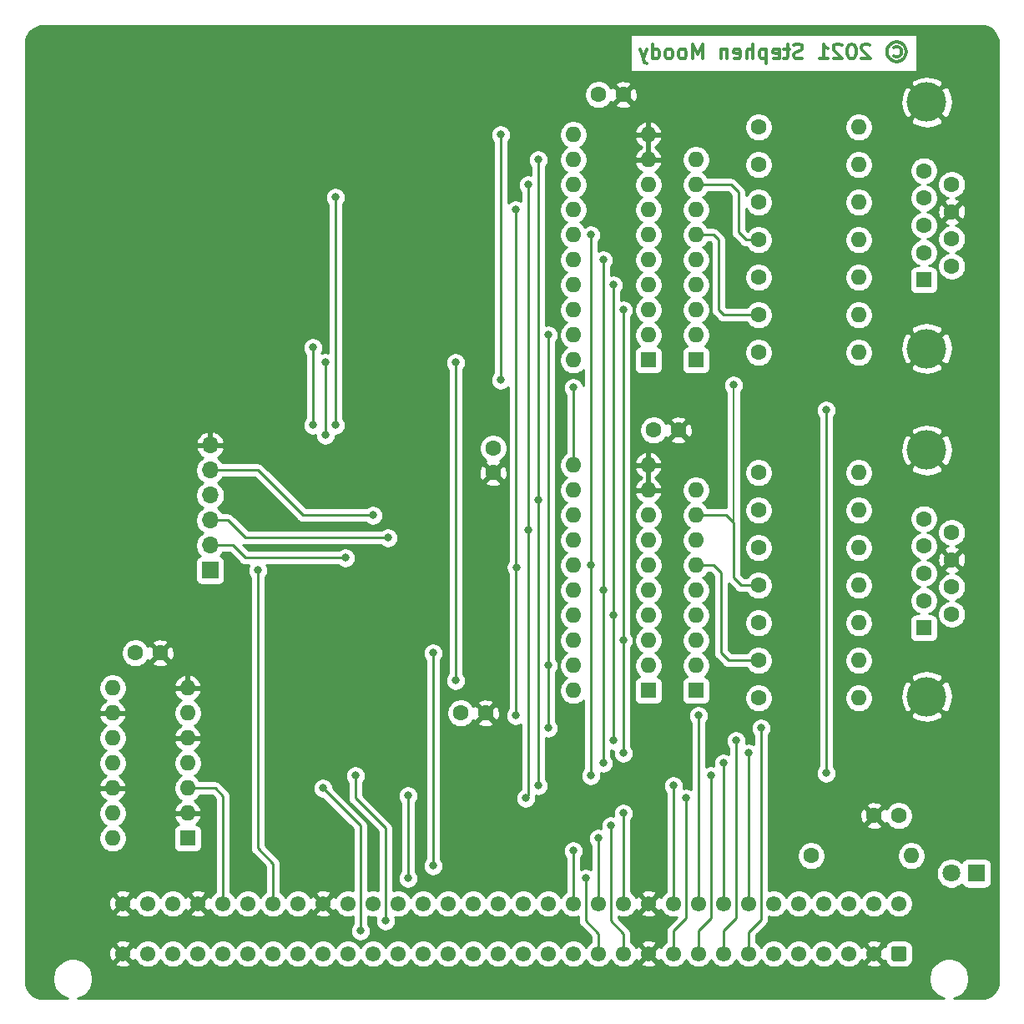
<source format=gbl>
G04 #@! TF.GenerationSoftware,KiCad,Pcbnew,(5.1.10)-1*
G04 #@! TF.CreationDate,2021-07-30T10:40:04+01:00*
G04 #@! TF.ProjectId,JoypadController,4a6f7970-6164-4436-9f6e-74726f6c6c65,rev?*
G04 #@! TF.SameCoordinates,Original*
G04 #@! TF.FileFunction,Copper,L2,Bot*
G04 #@! TF.FilePolarity,Positive*
%FSLAX46Y46*%
G04 Gerber Fmt 4.6, Leading zero omitted, Abs format (unit mm)*
G04 Created by KiCad (PCBNEW (5.1.10)-1) date 2021-07-30 10:40:04*
%MOMM*%
%LPD*%
G01*
G04 APERTURE LIST*
G04 #@! TA.AperFunction,NonConductor*
%ADD10C,0.300000*%
G04 #@! TD*
G04 #@! TA.AperFunction,ComponentPad*
%ADD11O,1.600000X1.600000*%
G04 #@! TD*
G04 #@! TA.AperFunction,ComponentPad*
%ADD12R,1.600000X1.600000*%
G04 #@! TD*
G04 #@! TA.AperFunction,ComponentPad*
%ADD13C,1.600000*%
G04 #@! TD*
G04 #@! TA.AperFunction,ComponentPad*
%ADD14C,4.000000*%
G04 #@! TD*
G04 #@! TA.AperFunction,ComponentPad*
%ADD15O,1.700000X1.700000*%
G04 #@! TD*
G04 #@! TA.AperFunction,ComponentPad*
%ADD16R,1.700000X1.700000*%
G04 #@! TD*
G04 #@! TA.AperFunction,ComponentPad*
%ADD17C,1.550000*%
G04 #@! TD*
G04 #@! TA.AperFunction,ComponentPad*
%ADD18C,1.800000*%
G04 #@! TD*
G04 #@! TA.AperFunction,ComponentPad*
%ADD19R,1.800000X1.800000*%
G04 #@! TD*
G04 #@! TA.AperFunction,ViaPad*
%ADD20C,0.800000*%
G04 #@! TD*
G04 #@! TA.AperFunction,Conductor*
%ADD21C,0.250000*%
G04 #@! TD*
G04 #@! TA.AperFunction,Conductor*
%ADD22C,0.210000*%
G04 #@! TD*
G04 #@! TA.AperFunction,Conductor*
%ADD23C,0.254000*%
G04 #@! TD*
G04 #@! TA.AperFunction,Conductor*
%ADD24C,0.100000*%
G04 #@! TD*
G04 APERTURE END LIST*
D10*
X188744285Y-52875714D02*
X188887142Y-52804285D01*
X189172857Y-52804285D01*
X189315714Y-52875714D01*
X189458571Y-53018571D01*
X189530000Y-53161428D01*
X189530000Y-53447142D01*
X189458571Y-53590000D01*
X189315714Y-53732857D01*
X189172857Y-53804285D01*
X188887142Y-53804285D01*
X188744285Y-53732857D01*
X189030000Y-52304285D02*
X189387142Y-52375714D01*
X189744285Y-52590000D01*
X189958571Y-52947142D01*
X190030000Y-53304285D01*
X189958571Y-53661428D01*
X189744285Y-54018571D01*
X189387142Y-54232857D01*
X189030000Y-54304285D01*
X188672857Y-54232857D01*
X188315714Y-54018571D01*
X188101428Y-53661428D01*
X188030000Y-53304285D01*
X188101428Y-52947142D01*
X188315714Y-52590000D01*
X188672857Y-52375714D01*
X189030000Y-52304285D01*
X186315714Y-52661428D02*
X186244285Y-52590000D01*
X186101428Y-52518571D01*
X185744285Y-52518571D01*
X185601428Y-52590000D01*
X185530000Y-52661428D01*
X185458571Y-52804285D01*
X185458571Y-52947142D01*
X185530000Y-53161428D01*
X186387142Y-54018571D01*
X185458571Y-54018571D01*
X184530000Y-52518571D02*
X184387142Y-52518571D01*
X184244285Y-52590000D01*
X184172857Y-52661428D01*
X184101428Y-52804285D01*
X184030000Y-53090000D01*
X184030000Y-53447142D01*
X184101428Y-53732857D01*
X184172857Y-53875714D01*
X184244285Y-53947142D01*
X184387142Y-54018571D01*
X184530000Y-54018571D01*
X184672857Y-53947142D01*
X184744285Y-53875714D01*
X184815714Y-53732857D01*
X184887142Y-53447142D01*
X184887142Y-53090000D01*
X184815714Y-52804285D01*
X184744285Y-52661428D01*
X184672857Y-52590000D01*
X184530000Y-52518571D01*
X183458571Y-52661428D02*
X183387142Y-52590000D01*
X183244285Y-52518571D01*
X182887142Y-52518571D01*
X182744285Y-52590000D01*
X182672857Y-52661428D01*
X182601428Y-52804285D01*
X182601428Y-52947142D01*
X182672857Y-53161428D01*
X183530000Y-54018571D01*
X182601428Y-54018571D01*
X181172857Y-54018571D02*
X182030000Y-54018571D01*
X181601428Y-54018571D02*
X181601428Y-52518571D01*
X181744285Y-52732857D01*
X181887142Y-52875714D01*
X182030000Y-52947142D01*
X179458571Y-53947142D02*
X179244285Y-54018571D01*
X178887142Y-54018571D01*
X178744285Y-53947142D01*
X178672857Y-53875714D01*
X178601428Y-53732857D01*
X178601428Y-53590000D01*
X178672857Y-53447142D01*
X178744285Y-53375714D01*
X178887142Y-53304285D01*
X179172857Y-53232857D01*
X179315714Y-53161428D01*
X179387142Y-53090000D01*
X179458571Y-52947142D01*
X179458571Y-52804285D01*
X179387142Y-52661428D01*
X179315714Y-52590000D01*
X179172857Y-52518571D01*
X178815714Y-52518571D01*
X178601428Y-52590000D01*
X178172857Y-53018571D02*
X177601428Y-53018571D01*
X177958571Y-52518571D02*
X177958571Y-53804285D01*
X177887142Y-53947142D01*
X177744285Y-54018571D01*
X177601428Y-54018571D01*
X176530000Y-53947142D02*
X176672857Y-54018571D01*
X176958571Y-54018571D01*
X177101428Y-53947142D01*
X177172857Y-53804285D01*
X177172857Y-53232857D01*
X177101428Y-53090000D01*
X176958571Y-53018571D01*
X176672857Y-53018571D01*
X176530000Y-53090000D01*
X176458571Y-53232857D01*
X176458571Y-53375714D01*
X177172857Y-53518571D01*
X175815714Y-53018571D02*
X175815714Y-54518571D01*
X175815714Y-53090000D02*
X175672857Y-53018571D01*
X175387142Y-53018571D01*
X175244285Y-53090000D01*
X175172857Y-53161428D01*
X175101428Y-53304285D01*
X175101428Y-53732857D01*
X175172857Y-53875714D01*
X175244285Y-53947142D01*
X175387142Y-54018571D01*
X175672857Y-54018571D01*
X175815714Y-53947142D01*
X174458571Y-54018571D02*
X174458571Y-52518571D01*
X173815714Y-54018571D02*
X173815714Y-53232857D01*
X173887142Y-53090000D01*
X174030000Y-53018571D01*
X174244285Y-53018571D01*
X174387142Y-53090000D01*
X174458571Y-53161428D01*
X172530000Y-53947142D02*
X172672857Y-54018571D01*
X172958571Y-54018571D01*
X173101428Y-53947142D01*
X173172857Y-53804285D01*
X173172857Y-53232857D01*
X173101428Y-53090000D01*
X172958571Y-53018571D01*
X172672857Y-53018571D01*
X172530000Y-53090000D01*
X172458571Y-53232857D01*
X172458571Y-53375714D01*
X173172857Y-53518571D01*
X171815714Y-53018571D02*
X171815714Y-54018571D01*
X171815714Y-53161428D02*
X171744285Y-53090000D01*
X171601428Y-53018571D01*
X171387142Y-53018571D01*
X171244285Y-53090000D01*
X171172857Y-53232857D01*
X171172857Y-54018571D01*
X169315714Y-54018571D02*
X169315714Y-52518571D01*
X168815714Y-53590000D01*
X168315714Y-52518571D01*
X168315714Y-54018571D01*
X167387142Y-54018571D02*
X167530000Y-53947142D01*
X167601428Y-53875714D01*
X167672857Y-53732857D01*
X167672857Y-53304285D01*
X167601428Y-53161428D01*
X167530000Y-53090000D01*
X167387142Y-53018571D01*
X167172857Y-53018571D01*
X167030000Y-53090000D01*
X166958571Y-53161428D01*
X166887142Y-53304285D01*
X166887142Y-53732857D01*
X166958571Y-53875714D01*
X167030000Y-53947142D01*
X167172857Y-54018571D01*
X167387142Y-54018571D01*
X166030000Y-54018571D02*
X166172857Y-53947142D01*
X166244285Y-53875714D01*
X166315714Y-53732857D01*
X166315714Y-53304285D01*
X166244285Y-53161428D01*
X166172857Y-53090000D01*
X166030000Y-53018571D01*
X165815714Y-53018571D01*
X165672857Y-53090000D01*
X165601428Y-53161428D01*
X165530000Y-53304285D01*
X165530000Y-53732857D01*
X165601428Y-53875714D01*
X165672857Y-53947142D01*
X165815714Y-54018571D01*
X166030000Y-54018571D01*
X164244285Y-54018571D02*
X164244285Y-52518571D01*
X164244285Y-53947142D02*
X164387142Y-54018571D01*
X164672857Y-54018571D01*
X164815714Y-53947142D01*
X164887142Y-53875714D01*
X164958571Y-53732857D01*
X164958571Y-53304285D01*
X164887142Y-53161428D01*
X164815714Y-53090000D01*
X164672857Y-53018571D01*
X164387142Y-53018571D01*
X164244285Y-53090000D01*
X163672857Y-53018571D02*
X163315714Y-54018571D01*
X162958571Y-53018571D02*
X163315714Y-54018571D01*
X163458571Y-54375714D01*
X163530000Y-54447142D01*
X163672857Y-54518571D01*
D11*
X109474000Y-133096000D03*
X117094000Y-117856000D03*
X109474000Y-130556000D03*
X117094000Y-120396000D03*
X109474000Y-128016000D03*
X117094000Y-122936000D03*
X109474000Y-125476000D03*
X117094000Y-125476000D03*
X109474000Y-122936000D03*
X117094000Y-128016000D03*
X109474000Y-120396000D03*
X117094000Y-130556000D03*
X109474000Y-117856000D03*
D12*
X117094000Y-133096000D03*
D11*
X156210000Y-118110000D03*
X163830000Y-95250000D03*
X156210000Y-115570000D03*
X163830000Y-97790000D03*
X156210000Y-113030000D03*
X163830000Y-100330000D03*
X156210000Y-110490000D03*
X163830000Y-102870000D03*
X156210000Y-107950000D03*
X163830000Y-105410000D03*
X156210000Y-105410000D03*
X163830000Y-107950000D03*
X156210000Y-102870000D03*
X163830000Y-110490000D03*
X156210000Y-100330000D03*
X163830000Y-113030000D03*
X156210000Y-97790000D03*
X163830000Y-115570000D03*
X156210000Y-95250000D03*
D12*
X163830000Y-118110000D03*
D11*
X156210000Y-84582000D03*
X163830000Y-61722000D03*
X156210000Y-82042000D03*
X163830000Y-64262000D03*
X156210000Y-79502000D03*
X163830000Y-66802000D03*
X156210000Y-76962000D03*
X163830000Y-69342000D03*
X156210000Y-74422000D03*
X163830000Y-71882000D03*
X156210000Y-71882000D03*
X163830000Y-74422000D03*
X156210000Y-69342000D03*
X163830000Y-76962000D03*
X156210000Y-66802000D03*
X163830000Y-79502000D03*
X156210000Y-64262000D03*
X163830000Y-82042000D03*
X156210000Y-61722000D03*
D12*
X163830000Y-84582000D03*
D11*
X168656000Y-97790000D03*
X168656000Y-100330000D03*
X168656000Y-102870000D03*
X168656000Y-105410000D03*
X168656000Y-107950000D03*
X168656000Y-110490000D03*
X168656000Y-113030000D03*
X168656000Y-115570000D03*
D12*
X168656000Y-118110000D03*
D11*
X168656000Y-64262000D03*
X168656000Y-66802000D03*
X168656000Y-69342000D03*
X168656000Y-71882000D03*
X168656000Y-74422000D03*
X168656000Y-76962000D03*
X168656000Y-79502000D03*
X168656000Y-82042000D03*
D12*
X168656000Y-84582000D03*
D11*
X190500000Y-134874000D03*
D13*
X180340000Y-134874000D03*
D11*
X185166000Y-118872000D03*
D13*
X175006000Y-118872000D03*
D11*
X185166000Y-115062000D03*
D13*
X175006000Y-115062000D03*
D11*
X185166000Y-111252000D03*
D13*
X175006000Y-111252000D03*
D11*
X185166000Y-107442000D03*
D13*
X175006000Y-107442000D03*
D11*
X185166000Y-103632000D03*
D13*
X175006000Y-103632000D03*
D11*
X185166000Y-99822000D03*
D13*
X175006000Y-99822000D03*
D11*
X185166000Y-96012000D03*
D13*
X175006000Y-96012000D03*
D11*
X185166000Y-83820000D03*
D13*
X175006000Y-83820000D03*
D11*
X185166000Y-80010000D03*
D13*
X175006000Y-80010000D03*
D11*
X185166000Y-76200000D03*
D13*
X175006000Y-76200000D03*
D11*
X185166000Y-72390000D03*
D13*
X175006000Y-72390000D03*
D11*
X185166000Y-68580000D03*
D13*
X175006000Y-68580000D03*
D11*
X185166000Y-64770000D03*
D13*
X175006000Y-64770000D03*
D11*
X185166000Y-60960000D03*
D13*
X175006000Y-60960000D03*
D14*
X192070000Y-93720000D03*
X192070000Y-118720000D03*
D13*
X194610000Y-102065000D03*
X194610000Y-104835000D03*
X194610000Y-107605000D03*
X194610000Y-110375000D03*
X191770000Y-100680000D03*
X191770000Y-103450000D03*
X191770000Y-106220000D03*
X191770000Y-108990000D03*
D12*
X191770000Y-111760000D03*
D14*
X192070000Y-58414000D03*
X192070000Y-83414000D03*
D13*
X194610000Y-66759000D03*
X194610000Y-69529000D03*
X194610000Y-72299000D03*
X194610000Y-75069000D03*
X191770000Y-65374000D03*
X191770000Y-68144000D03*
X191770000Y-70914000D03*
X191770000Y-73684000D03*
D12*
X191770000Y-76454000D03*
D15*
X119380000Y-93218000D03*
X119380000Y-95758000D03*
X119380000Y-98298000D03*
X119380000Y-100838000D03*
X119380000Y-103378000D03*
D16*
X119380000Y-105918000D03*
D17*
X110508000Y-139720000D03*
X113048000Y-139720000D03*
X115588000Y-139720000D03*
X118128000Y-139720000D03*
X120668000Y-139720000D03*
X123208000Y-139720000D03*
X125748000Y-139720000D03*
X128288000Y-139720000D03*
X130828000Y-139720000D03*
X133368000Y-139720000D03*
X135908000Y-139720000D03*
X138448000Y-139720000D03*
X140988000Y-139720000D03*
X143528000Y-139720000D03*
X146068000Y-139720000D03*
X148608000Y-139720000D03*
X151148000Y-139720000D03*
X153688000Y-139720000D03*
X156228000Y-139720000D03*
X158768000Y-139720000D03*
X161308000Y-139720000D03*
X163848000Y-139720000D03*
X166388000Y-139720000D03*
X168928000Y-139720000D03*
X171468000Y-139720000D03*
X174008000Y-139720000D03*
X176548000Y-139720000D03*
X179088000Y-139720000D03*
X181628000Y-139720000D03*
X184168000Y-139720000D03*
X186708000Y-139720000D03*
X189248000Y-139720000D03*
X110508000Y-144800000D03*
X113048000Y-144800000D03*
X115588000Y-144800000D03*
X118128000Y-144800000D03*
X120668000Y-144800000D03*
X123208000Y-144800000D03*
X125748000Y-144800000D03*
X128288000Y-144800000D03*
X130828000Y-144800000D03*
X133368000Y-144800000D03*
X135908000Y-144800000D03*
X138448000Y-144800000D03*
X140988000Y-144800000D03*
X143528000Y-144800000D03*
X146068000Y-144800000D03*
X148608000Y-144800000D03*
X151148000Y-144800000D03*
X153688000Y-144800000D03*
X156228000Y-144800000D03*
X158768000Y-144800000D03*
X161308000Y-144800000D03*
X163848000Y-144800000D03*
X166388000Y-144800000D03*
X168928000Y-144800000D03*
X171468000Y-144800000D03*
X174008000Y-144800000D03*
X176548000Y-144800000D03*
X179088000Y-144800000D03*
X181628000Y-144800000D03*
X184168000Y-144800000D03*
X186708000Y-144800000D03*
G04 #@! TA.AperFunction,ComponentPad*
G36*
G01*
X190023000Y-144274998D02*
X190023000Y-145325002D01*
G75*
G02*
X189773002Y-145575000I-249998J0D01*
G01*
X188722998Y-145575000D01*
G75*
G02*
X188473000Y-145325002I0J249998D01*
G01*
X188473000Y-144274998D01*
G75*
G02*
X188722998Y-144025000I249998J0D01*
G01*
X189773002Y-144025000D01*
G75*
G02*
X190023000Y-144274998I0J-249998D01*
G01*
G37*
G04 #@! TD.AperFunction*
D18*
X194564000Y-136652000D03*
D19*
X197104000Y-136652000D03*
D13*
X166878000Y-91694000D03*
X164378000Y-91694000D03*
X114300000Y-114300000D03*
X111800000Y-114300000D03*
X161290000Y-57658000D03*
X158790000Y-57658000D03*
X148082000Y-96012000D03*
X148082000Y-93512000D03*
X147320000Y-120396000D03*
X144820000Y-120396000D03*
X186730000Y-130810000D03*
X189230000Y-130810000D03*
D20*
X147320000Y-106934000D03*
X125476000Y-101092000D03*
X136906000Y-93218000D03*
X181864000Y-126492000D03*
X181864000Y-89662004D03*
X124206000Y-105918000D03*
X141986000Y-114300000D03*
X141986000Y-135890000D03*
X156210000Y-134366000D03*
X158750000Y-133096000D03*
X161290000Y-130556000D03*
X166370000Y-127762000D03*
X152654000Y-98806000D03*
X152654000Y-64262000D03*
X152654000Y-127762000D03*
X150368000Y-120650000D03*
X168910000Y-120650000D03*
X150428000Y-105604000D03*
X150368000Y-69342000D03*
X159258000Y-74422000D03*
X159258000Y-107950000D03*
X159258000Y-125476000D03*
X171450000Y-125476000D03*
X161290000Y-79502000D03*
X161290000Y-113030000D03*
X173990000Y-124460000D03*
X161289998Y-124460000D03*
X134620000Y-142494000D03*
X130810000Y-128016000D03*
X137160000Y-141478000D03*
X134112000Y-126746000D03*
X139446000Y-128778000D03*
X139446000Y-137160000D03*
X157480000Y-137160000D03*
X160020000Y-131826000D03*
X151384000Y-129032000D03*
X167640000Y-129032000D03*
X151638000Y-101854000D03*
X151638000Y-66802000D03*
X157988000Y-105410000D03*
X157988000Y-71882000D03*
X157988000Y-126746000D03*
X170180000Y-126746000D03*
X160274000Y-110490000D03*
X160274000Y-76962000D03*
X160274004Y-123190000D03*
X172719994Y-123190000D03*
X153670000Y-121919996D03*
X153670000Y-115570000D03*
X175260000Y-121920000D03*
X153670000Y-82042000D03*
X135890000Y-100330006D03*
X137414000Y-102616000D03*
X133096000Y-104648000D03*
X132080000Y-68072000D03*
X132080000Y-91186000D03*
X172466000Y-87122000D03*
X148844000Y-61722000D03*
X148844000Y-86613998D03*
X156210000Y-87376000D03*
X129794000Y-91186000D03*
X129794000Y-83312000D03*
X144272000Y-117094000D03*
X131064000Y-92202000D03*
X144272000Y-84836000D03*
X131064000Y-84836008D03*
D21*
X181864000Y-126492000D02*
X181864000Y-89662004D01*
X124206000Y-134112000D02*
X124206000Y-105918000D01*
X125748000Y-135654000D02*
X124206000Y-134112000D01*
X125748000Y-139720000D02*
X125748000Y-135654000D01*
X141986000Y-114300000D02*
X141986000Y-135890000D01*
X156210000Y-139702000D02*
X156228000Y-139720000D01*
X156210000Y-134366000D02*
X156210000Y-139702000D01*
X158750000Y-139702000D02*
X158768000Y-139720000D01*
X158750000Y-133096000D02*
X158750000Y-139702000D01*
X161290000Y-139702000D02*
X161308000Y-139720000D01*
X161290000Y-130556000D02*
X161290000Y-139702000D01*
X166370000Y-139702000D02*
X166388000Y-139720000D01*
X166370000Y-127762000D02*
X166370000Y-139702000D01*
X152654000Y-99822000D02*
X152654000Y-64262000D01*
X152654000Y-99822000D02*
X152654000Y-98806000D01*
X152654000Y-99822000D02*
X152654000Y-127762000D01*
X168910000Y-139702000D02*
X168928000Y-139720000D01*
X168910000Y-120650000D02*
X168910000Y-139702000D01*
X150368000Y-105664000D02*
X150428000Y-105604000D01*
X150368000Y-111252000D02*
X150368000Y-120650000D01*
X150368000Y-106172000D02*
X150368000Y-69342000D01*
X150368000Y-111252000D02*
X150368000Y-106172000D01*
X150368000Y-106172000D02*
X150368000Y-105664000D01*
X159258000Y-106172000D02*
X159258000Y-125476000D01*
X159258000Y-74422000D02*
X159258000Y-106172000D01*
X159258000Y-106172000D02*
X159258000Y-107950000D01*
X171450000Y-139702000D02*
X171468000Y-139720000D01*
X171450000Y-125476000D02*
X171450000Y-139702000D01*
X161290000Y-79502000D02*
X161290000Y-113030000D01*
X174008000Y-124478000D02*
X173990000Y-124460000D01*
X174008000Y-139720000D02*
X174008000Y-124478000D01*
X161290000Y-124460002D02*
X161289998Y-124460000D01*
X161290000Y-113030000D02*
X161290000Y-124460002D01*
X134620000Y-131826000D02*
X130810000Y-128016000D01*
X134620000Y-142494000D02*
X134620000Y-131826000D01*
X137160000Y-141478000D02*
X137160000Y-132080000D01*
X134112000Y-129032000D02*
X134112000Y-126746000D01*
X137160000Y-132080000D02*
X134112000Y-129032000D01*
X139446000Y-128778000D02*
X139446000Y-137160000D01*
X157480000Y-137160000D02*
X157480000Y-141478000D01*
X158768000Y-142766000D02*
X158768000Y-144800000D01*
X157480000Y-141478000D02*
X158768000Y-142766000D01*
X161308000Y-143274000D02*
X161308000Y-142766000D01*
X161308000Y-143274000D02*
X161308000Y-144800000D01*
X160020000Y-141478000D02*
X160020000Y-131826000D01*
X161308000Y-142766000D02*
X160020000Y-141478000D01*
X151638000Y-128778000D02*
X151384000Y-129032000D01*
X167640000Y-141224000D02*
X167640000Y-129032000D01*
X166388000Y-142476000D02*
X167640000Y-141224000D01*
X166388000Y-144800000D02*
X166388000Y-142476000D01*
X151638000Y-112268000D02*
X151638000Y-128778000D01*
X151638000Y-102616000D02*
X151638000Y-66802000D01*
X151638000Y-112268000D02*
X151638000Y-102616000D01*
X151638000Y-102616000D02*
X151638000Y-101854000D01*
X157988000Y-105410000D02*
X157988000Y-71882000D01*
X157988000Y-105410000D02*
X157988000Y-126746000D01*
X170180000Y-141224000D02*
X170180000Y-126746000D01*
X168928000Y-142476000D02*
X170180000Y-141224000D01*
X168928000Y-144800000D02*
X168928000Y-142476000D01*
X160274000Y-110490000D02*
X160274000Y-109982000D01*
X160274000Y-109982000D02*
X160274000Y-76962000D01*
X160274000Y-123189996D02*
X160274004Y-123190000D01*
X160274000Y-109982000D02*
X160274000Y-123189996D01*
X172719994Y-141224006D02*
X172719994Y-123190000D01*
X171468000Y-142476000D02*
X172719994Y-141224006D01*
X171468000Y-144800000D02*
X171468000Y-142476000D01*
X174008000Y-142603000D02*
X174008000Y-144800000D01*
X175260000Y-141351000D02*
X174008000Y-142603000D01*
X175260000Y-121920000D02*
X175260000Y-141351000D01*
X153670000Y-116332000D02*
X153670000Y-82042000D01*
X153670000Y-121919996D02*
X153670000Y-116332000D01*
X153670000Y-116332000D02*
X153670000Y-115570000D01*
X128778006Y-100330006D02*
X135890000Y-100330006D01*
X124206000Y-95758000D02*
X128778006Y-100330006D01*
X119380000Y-95758000D02*
X124206000Y-95758000D01*
X137414000Y-102616000D02*
X122936000Y-102616000D01*
X121158000Y-100838000D02*
X119380000Y-100838000D01*
X122936000Y-102616000D02*
X121158000Y-100838000D01*
X122936000Y-104648000D02*
X121666000Y-103378000D01*
X121666000Y-103378000D02*
X119380000Y-103378000D01*
X133096000Y-104648000D02*
X122936000Y-104648000D01*
X175006000Y-72390000D02*
X173736000Y-72390000D01*
X173736000Y-72390000D02*
X172974000Y-71628000D01*
X172974000Y-71628000D02*
X172974000Y-67564000D01*
X172212000Y-66802000D02*
X168656000Y-66802000D01*
X172974000Y-67564000D02*
X172212000Y-66802000D01*
X132080000Y-68072000D02*
X132080000Y-91186000D01*
X171704000Y-100330000D02*
X168656000Y-100330000D01*
X172466000Y-101092000D02*
X171704000Y-100330000D01*
X173228000Y-107442000D02*
X172466000Y-106680000D01*
X175006000Y-107442000D02*
X173228000Y-107442000D01*
X172466000Y-106680000D02*
X172466000Y-101854000D01*
X172466000Y-101854000D02*
X172466000Y-101092000D01*
D22*
X172466000Y-87122000D02*
X172466000Y-88900000D01*
X172466000Y-101854000D02*
X172466000Y-88900000D01*
D21*
X148844000Y-61722000D02*
X148844000Y-86613998D01*
X156210000Y-95250000D02*
X156210000Y-87376000D01*
X129794000Y-91186000D02*
X129794000Y-83312000D01*
X144272000Y-117094000D02*
X144272000Y-84836000D01*
X131064000Y-92202000D02*
X131064000Y-84836008D01*
X120668000Y-139720000D02*
X120668000Y-128796000D01*
X120668000Y-128796000D02*
X119888000Y-128016000D01*
X119888000Y-128016000D02*
X117094000Y-128016000D01*
X168656000Y-71882000D02*
X170434000Y-71882000D01*
X170434000Y-71882000D02*
X170942000Y-72390000D01*
X170942000Y-72390000D02*
X170942000Y-79502000D01*
X171450000Y-80010000D02*
X175006000Y-80010000D01*
X170942000Y-79502000D02*
X171450000Y-80010000D01*
X168656000Y-105410000D02*
X170434000Y-105410000D01*
X170434000Y-105410000D02*
X171196000Y-106172000D01*
X171196000Y-106172000D02*
X171196000Y-114300000D01*
X171958000Y-115062000D02*
X175006000Y-115062000D01*
X171196000Y-114300000D02*
X171958000Y-115062000D01*
D23*
X197856775Y-50698147D02*
X198199967Y-50801763D01*
X198516489Y-50970062D01*
X198794299Y-51196637D01*
X199022806Y-51472856D01*
X199193310Y-51788197D01*
X199299319Y-52130656D01*
X199340001Y-52517722D01*
X199340000Y-147467721D01*
X199301853Y-147856776D01*
X199198238Y-148199964D01*
X199029939Y-148516489D01*
X198803365Y-148794296D01*
X198527146Y-149022805D01*
X198211803Y-149193310D01*
X197869344Y-149299319D01*
X197482288Y-149340000D01*
X194832531Y-149340000D01*
X194928880Y-149320835D01*
X195303776Y-149165548D01*
X195641173Y-148940106D01*
X195928106Y-148653173D01*
X196153548Y-148315776D01*
X196308835Y-147940880D01*
X196388000Y-147542892D01*
X196388000Y-147137108D01*
X196308835Y-146739120D01*
X196153548Y-146364224D01*
X195928106Y-146026827D01*
X195641173Y-145739894D01*
X195303776Y-145514452D01*
X194928880Y-145359165D01*
X194530892Y-145280000D01*
X194125108Y-145280000D01*
X193727120Y-145359165D01*
X193352224Y-145514452D01*
X193014827Y-145739894D01*
X192727894Y-146026827D01*
X192502452Y-146364224D01*
X192347165Y-146739120D01*
X192268000Y-147137108D01*
X192268000Y-147542892D01*
X192347165Y-147940880D01*
X192502452Y-148315776D01*
X192727894Y-148653173D01*
X193014827Y-148940106D01*
X193352224Y-149165548D01*
X193727120Y-149320835D01*
X193823469Y-149340000D01*
X105932531Y-149340000D01*
X106028880Y-149320835D01*
X106403776Y-149165548D01*
X106741173Y-148940106D01*
X107028106Y-148653173D01*
X107253548Y-148315776D01*
X107408835Y-147940880D01*
X107488000Y-147542892D01*
X107488000Y-147137108D01*
X107408835Y-146739120D01*
X107253548Y-146364224D01*
X107028106Y-146026827D01*
X106776128Y-145774849D01*
X109712756Y-145774849D01*
X109781310Y-146016268D01*
X110032556Y-146134668D01*
X110302071Y-146201778D01*
X110579502Y-146215018D01*
X110854184Y-146173879D01*
X111115562Y-146079943D01*
X111234690Y-146016268D01*
X111303244Y-145774849D01*
X110508000Y-144979605D01*
X109712756Y-145774849D01*
X106776128Y-145774849D01*
X106741173Y-145739894D01*
X106403776Y-145514452D01*
X106028880Y-145359165D01*
X105630892Y-145280000D01*
X105225108Y-145280000D01*
X104827120Y-145359165D01*
X104452224Y-145514452D01*
X104114827Y-145739894D01*
X103827894Y-146026827D01*
X103602452Y-146364224D01*
X103447165Y-146739120D01*
X103368000Y-147137108D01*
X103368000Y-147542892D01*
X103447165Y-147940880D01*
X103602452Y-148315776D01*
X103827894Y-148653173D01*
X104114827Y-148940106D01*
X104452224Y-149165548D01*
X104827120Y-149320835D01*
X104923469Y-149340000D01*
X102532279Y-149340000D01*
X102143224Y-149301853D01*
X101800036Y-149198238D01*
X101483511Y-149029939D01*
X101205704Y-148803365D01*
X100977195Y-148527146D01*
X100806690Y-148211803D01*
X100700681Y-147869344D01*
X100660000Y-147482288D01*
X100660000Y-144871502D01*
X109092982Y-144871502D01*
X109134121Y-145146184D01*
X109228057Y-145407562D01*
X109291732Y-145526690D01*
X109533151Y-145595244D01*
X110328395Y-144800000D01*
X110687605Y-144800000D01*
X111482849Y-145595244D01*
X111724268Y-145526690D01*
X111776725Y-145415376D01*
X111798475Y-145467885D01*
X111952782Y-145698822D01*
X112149178Y-145895218D01*
X112380115Y-146049525D01*
X112636718Y-146155814D01*
X112909127Y-146210000D01*
X113186873Y-146210000D01*
X113459282Y-146155814D01*
X113715885Y-146049525D01*
X113946822Y-145895218D01*
X114143218Y-145698822D01*
X114297525Y-145467885D01*
X114318000Y-145418454D01*
X114338475Y-145467885D01*
X114492782Y-145698822D01*
X114689178Y-145895218D01*
X114920115Y-146049525D01*
X115176718Y-146155814D01*
X115449127Y-146210000D01*
X115726873Y-146210000D01*
X115999282Y-146155814D01*
X116255885Y-146049525D01*
X116486822Y-145895218D01*
X116683218Y-145698822D01*
X116837525Y-145467885D01*
X116858000Y-145418454D01*
X116878475Y-145467885D01*
X117032782Y-145698822D01*
X117229178Y-145895218D01*
X117460115Y-146049525D01*
X117716718Y-146155814D01*
X117989127Y-146210000D01*
X118266873Y-146210000D01*
X118539282Y-146155814D01*
X118795885Y-146049525D01*
X119026822Y-145895218D01*
X119223218Y-145698822D01*
X119377525Y-145467885D01*
X119398000Y-145418454D01*
X119418475Y-145467885D01*
X119572782Y-145698822D01*
X119769178Y-145895218D01*
X120000115Y-146049525D01*
X120256718Y-146155814D01*
X120529127Y-146210000D01*
X120806873Y-146210000D01*
X121079282Y-146155814D01*
X121335885Y-146049525D01*
X121566822Y-145895218D01*
X121763218Y-145698822D01*
X121917525Y-145467885D01*
X121938000Y-145418454D01*
X121958475Y-145467885D01*
X122112782Y-145698822D01*
X122309178Y-145895218D01*
X122540115Y-146049525D01*
X122796718Y-146155814D01*
X123069127Y-146210000D01*
X123346873Y-146210000D01*
X123619282Y-146155814D01*
X123875885Y-146049525D01*
X124106822Y-145895218D01*
X124303218Y-145698822D01*
X124457525Y-145467885D01*
X124478000Y-145418454D01*
X124498475Y-145467885D01*
X124652782Y-145698822D01*
X124849178Y-145895218D01*
X125080115Y-146049525D01*
X125336718Y-146155814D01*
X125609127Y-146210000D01*
X125886873Y-146210000D01*
X126159282Y-146155814D01*
X126415885Y-146049525D01*
X126646822Y-145895218D01*
X126843218Y-145698822D01*
X126997525Y-145467885D01*
X127018000Y-145418454D01*
X127038475Y-145467885D01*
X127192782Y-145698822D01*
X127389178Y-145895218D01*
X127620115Y-146049525D01*
X127876718Y-146155814D01*
X128149127Y-146210000D01*
X128426873Y-146210000D01*
X128699282Y-146155814D01*
X128955885Y-146049525D01*
X129186822Y-145895218D01*
X129383218Y-145698822D01*
X129537525Y-145467885D01*
X129558000Y-145418454D01*
X129578475Y-145467885D01*
X129732782Y-145698822D01*
X129929178Y-145895218D01*
X130160115Y-146049525D01*
X130416718Y-146155814D01*
X130689127Y-146210000D01*
X130966873Y-146210000D01*
X131239282Y-146155814D01*
X131495885Y-146049525D01*
X131726822Y-145895218D01*
X131923218Y-145698822D01*
X132077525Y-145467885D01*
X132098000Y-145418454D01*
X132118475Y-145467885D01*
X132272782Y-145698822D01*
X132469178Y-145895218D01*
X132700115Y-146049525D01*
X132956718Y-146155814D01*
X133229127Y-146210000D01*
X133506873Y-146210000D01*
X133779282Y-146155814D01*
X134035885Y-146049525D01*
X134266822Y-145895218D01*
X134463218Y-145698822D01*
X134617525Y-145467885D01*
X134638000Y-145418454D01*
X134658475Y-145467885D01*
X134812782Y-145698822D01*
X135009178Y-145895218D01*
X135240115Y-146049525D01*
X135496718Y-146155814D01*
X135769127Y-146210000D01*
X136046873Y-146210000D01*
X136319282Y-146155814D01*
X136575885Y-146049525D01*
X136806822Y-145895218D01*
X137003218Y-145698822D01*
X137157525Y-145467885D01*
X137178000Y-145418454D01*
X137198475Y-145467885D01*
X137352782Y-145698822D01*
X137549178Y-145895218D01*
X137780115Y-146049525D01*
X138036718Y-146155814D01*
X138309127Y-146210000D01*
X138586873Y-146210000D01*
X138859282Y-146155814D01*
X139115885Y-146049525D01*
X139346822Y-145895218D01*
X139543218Y-145698822D01*
X139697525Y-145467885D01*
X139718000Y-145418454D01*
X139738475Y-145467885D01*
X139892782Y-145698822D01*
X140089178Y-145895218D01*
X140320115Y-146049525D01*
X140576718Y-146155814D01*
X140849127Y-146210000D01*
X141126873Y-146210000D01*
X141399282Y-146155814D01*
X141655885Y-146049525D01*
X141886822Y-145895218D01*
X142083218Y-145698822D01*
X142237525Y-145467885D01*
X142258000Y-145418454D01*
X142278475Y-145467885D01*
X142432782Y-145698822D01*
X142629178Y-145895218D01*
X142860115Y-146049525D01*
X143116718Y-146155814D01*
X143389127Y-146210000D01*
X143666873Y-146210000D01*
X143939282Y-146155814D01*
X144195885Y-146049525D01*
X144426822Y-145895218D01*
X144623218Y-145698822D01*
X144777525Y-145467885D01*
X144798000Y-145418454D01*
X144818475Y-145467885D01*
X144972782Y-145698822D01*
X145169178Y-145895218D01*
X145400115Y-146049525D01*
X145656718Y-146155814D01*
X145929127Y-146210000D01*
X146206873Y-146210000D01*
X146479282Y-146155814D01*
X146735885Y-146049525D01*
X146966822Y-145895218D01*
X147163218Y-145698822D01*
X147317525Y-145467885D01*
X147338000Y-145418454D01*
X147358475Y-145467885D01*
X147512782Y-145698822D01*
X147709178Y-145895218D01*
X147940115Y-146049525D01*
X148196718Y-146155814D01*
X148469127Y-146210000D01*
X148746873Y-146210000D01*
X149019282Y-146155814D01*
X149275885Y-146049525D01*
X149506822Y-145895218D01*
X149703218Y-145698822D01*
X149857525Y-145467885D01*
X149878000Y-145418454D01*
X149898475Y-145467885D01*
X150052782Y-145698822D01*
X150249178Y-145895218D01*
X150480115Y-146049525D01*
X150736718Y-146155814D01*
X151009127Y-146210000D01*
X151286873Y-146210000D01*
X151559282Y-146155814D01*
X151815885Y-146049525D01*
X152046822Y-145895218D01*
X152243218Y-145698822D01*
X152397525Y-145467885D01*
X152418000Y-145418454D01*
X152438475Y-145467885D01*
X152592782Y-145698822D01*
X152789178Y-145895218D01*
X153020115Y-146049525D01*
X153276718Y-146155814D01*
X153549127Y-146210000D01*
X153826873Y-146210000D01*
X154099282Y-146155814D01*
X154355885Y-146049525D01*
X154586822Y-145895218D01*
X154783218Y-145698822D01*
X154937525Y-145467885D01*
X154958000Y-145418454D01*
X154978475Y-145467885D01*
X155132782Y-145698822D01*
X155329178Y-145895218D01*
X155560115Y-146049525D01*
X155816718Y-146155814D01*
X156089127Y-146210000D01*
X156366873Y-146210000D01*
X156639282Y-146155814D01*
X156895885Y-146049525D01*
X157126822Y-145895218D01*
X157323218Y-145698822D01*
X157477525Y-145467885D01*
X157498000Y-145418454D01*
X157518475Y-145467885D01*
X157672782Y-145698822D01*
X157869178Y-145895218D01*
X158100115Y-146049525D01*
X158356718Y-146155814D01*
X158629127Y-146210000D01*
X158906873Y-146210000D01*
X159179282Y-146155814D01*
X159435885Y-146049525D01*
X159666822Y-145895218D01*
X159863218Y-145698822D01*
X160017525Y-145467885D01*
X160038000Y-145418454D01*
X160058475Y-145467885D01*
X160212782Y-145698822D01*
X160409178Y-145895218D01*
X160640115Y-146049525D01*
X160896718Y-146155814D01*
X161169127Y-146210000D01*
X161446873Y-146210000D01*
X161719282Y-146155814D01*
X161975885Y-146049525D01*
X162206822Y-145895218D01*
X162327191Y-145774849D01*
X163052756Y-145774849D01*
X163121310Y-146016268D01*
X163372556Y-146134668D01*
X163642071Y-146201778D01*
X163919502Y-146215018D01*
X164194184Y-146173879D01*
X164455562Y-146079943D01*
X164574690Y-146016268D01*
X164643244Y-145774849D01*
X163848000Y-144979605D01*
X163052756Y-145774849D01*
X162327191Y-145774849D01*
X162403218Y-145698822D01*
X162557525Y-145467885D01*
X162576201Y-145422798D01*
X162631732Y-145526690D01*
X162873151Y-145595244D01*
X163668395Y-144800000D01*
X162873151Y-144004756D01*
X162631732Y-144073310D01*
X162579275Y-144184624D01*
X162557525Y-144132115D01*
X162403218Y-143901178D01*
X162327191Y-143825151D01*
X163052756Y-143825151D01*
X163848000Y-144620395D01*
X164643244Y-143825151D01*
X164574690Y-143583732D01*
X164323444Y-143465332D01*
X164053929Y-143398222D01*
X163776498Y-143384982D01*
X163501816Y-143426121D01*
X163240438Y-143520057D01*
X163121310Y-143583732D01*
X163052756Y-143825151D01*
X162327191Y-143825151D01*
X162206822Y-143704782D01*
X162068000Y-143612024D01*
X162068000Y-142803322D01*
X162071676Y-142765999D01*
X162068000Y-142728676D01*
X162068000Y-142728667D01*
X162057003Y-142617014D01*
X162013546Y-142473753D01*
X161942975Y-142341725D01*
X161942974Y-142341723D01*
X161871799Y-142254997D01*
X161848001Y-142225999D01*
X161819003Y-142202201D01*
X160780000Y-141163199D01*
X160780000Y-141027468D01*
X160896718Y-141075814D01*
X161169127Y-141130000D01*
X161446873Y-141130000D01*
X161719282Y-141075814D01*
X161975885Y-140969525D01*
X162206822Y-140815218D01*
X162327191Y-140694849D01*
X163052756Y-140694849D01*
X163121310Y-140936268D01*
X163372556Y-141054668D01*
X163642071Y-141121778D01*
X163919502Y-141135018D01*
X164194184Y-141093879D01*
X164455562Y-140999943D01*
X164574690Y-140936268D01*
X164643244Y-140694849D01*
X163848000Y-139899605D01*
X163052756Y-140694849D01*
X162327191Y-140694849D01*
X162403218Y-140618822D01*
X162557525Y-140387885D01*
X162576201Y-140342798D01*
X162631732Y-140446690D01*
X162873151Y-140515244D01*
X163668395Y-139720000D01*
X164027605Y-139720000D01*
X164822849Y-140515244D01*
X165064268Y-140446690D01*
X165116725Y-140335376D01*
X165138475Y-140387885D01*
X165292782Y-140618822D01*
X165489178Y-140815218D01*
X165720115Y-140969525D01*
X165976718Y-141075814D01*
X166249127Y-141130000D01*
X166526873Y-141130000D01*
X166692055Y-141097143D01*
X165876998Y-141912201D01*
X165848000Y-141935999D01*
X165824202Y-141964997D01*
X165824201Y-141964998D01*
X165753026Y-142051724D01*
X165682454Y-142183754D01*
X165679922Y-142192102D01*
X165643931Y-142310754D01*
X165638998Y-142327015D01*
X165624324Y-142476000D01*
X165628001Y-142513332D01*
X165628001Y-143612024D01*
X165489178Y-143704782D01*
X165292782Y-143901178D01*
X165138475Y-144132115D01*
X165119799Y-144177202D01*
X165064268Y-144073310D01*
X164822849Y-144004756D01*
X164027605Y-144800000D01*
X164822849Y-145595244D01*
X165064268Y-145526690D01*
X165116725Y-145415376D01*
X165138475Y-145467885D01*
X165292782Y-145698822D01*
X165489178Y-145895218D01*
X165720115Y-146049525D01*
X165976718Y-146155814D01*
X166249127Y-146210000D01*
X166526873Y-146210000D01*
X166799282Y-146155814D01*
X167055885Y-146049525D01*
X167286822Y-145895218D01*
X167483218Y-145698822D01*
X167637525Y-145467885D01*
X167658000Y-145418454D01*
X167678475Y-145467885D01*
X167832782Y-145698822D01*
X168029178Y-145895218D01*
X168260115Y-146049525D01*
X168516718Y-146155814D01*
X168789127Y-146210000D01*
X169066873Y-146210000D01*
X169339282Y-146155814D01*
X169595885Y-146049525D01*
X169826822Y-145895218D01*
X170023218Y-145698822D01*
X170177525Y-145467885D01*
X170198000Y-145418454D01*
X170218475Y-145467885D01*
X170372782Y-145698822D01*
X170569178Y-145895218D01*
X170800115Y-146049525D01*
X171056718Y-146155814D01*
X171329127Y-146210000D01*
X171606873Y-146210000D01*
X171879282Y-146155814D01*
X172135885Y-146049525D01*
X172366822Y-145895218D01*
X172563218Y-145698822D01*
X172717525Y-145467885D01*
X172738000Y-145418454D01*
X172758475Y-145467885D01*
X172912782Y-145698822D01*
X173109178Y-145895218D01*
X173340115Y-146049525D01*
X173596718Y-146155814D01*
X173869127Y-146210000D01*
X174146873Y-146210000D01*
X174419282Y-146155814D01*
X174675885Y-146049525D01*
X174906822Y-145895218D01*
X175103218Y-145698822D01*
X175257525Y-145467885D01*
X175278000Y-145418454D01*
X175298475Y-145467885D01*
X175452782Y-145698822D01*
X175649178Y-145895218D01*
X175880115Y-146049525D01*
X176136718Y-146155814D01*
X176409127Y-146210000D01*
X176686873Y-146210000D01*
X176959282Y-146155814D01*
X177215885Y-146049525D01*
X177446822Y-145895218D01*
X177643218Y-145698822D01*
X177797525Y-145467885D01*
X177818000Y-145418454D01*
X177838475Y-145467885D01*
X177992782Y-145698822D01*
X178189178Y-145895218D01*
X178420115Y-146049525D01*
X178676718Y-146155814D01*
X178949127Y-146210000D01*
X179226873Y-146210000D01*
X179499282Y-146155814D01*
X179755885Y-146049525D01*
X179986822Y-145895218D01*
X180183218Y-145698822D01*
X180337525Y-145467885D01*
X180358000Y-145418454D01*
X180378475Y-145467885D01*
X180532782Y-145698822D01*
X180729178Y-145895218D01*
X180960115Y-146049525D01*
X181216718Y-146155814D01*
X181489127Y-146210000D01*
X181766873Y-146210000D01*
X182039282Y-146155814D01*
X182295885Y-146049525D01*
X182526822Y-145895218D01*
X182723218Y-145698822D01*
X182877525Y-145467885D01*
X182898000Y-145418454D01*
X182918475Y-145467885D01*
X183072782Y-145698822D01*
X183269178Y-145895218D01*
X183500115Y-146049525D01*
X183756718Y-146155814D01*
X184029127Y-146210000D01*
X184306873Y-146210000D01*
X184579282Y-146155814D01*
X184835885Y-146049525D01*
X185066822Y-145895218D01*
X185187191Y-145774849D01*
X185912756Y-145774849D01*
X185981310Y-146016268D01*
X186232556Y-146134668D01*
X186502071Y-146201778D01*
X186779502Y-146215018D01*
X187054184Y-146173879D01*
X187315562Y-146079943D01*
X187434690Y-146016268D01*
X187503244Y-145774849D01*
X186708000Y-144979605D01*
X185912756Y-145774849D01*
X185187191Y-145774849D01*
X185263218Y-145698822D01*
X185417525Y-145467885D01*
X185436201Y-145422798D01*
X185491732Y-145526690D01*
X185733151Y-145595244D01*
X186528395Y-144800000D01*
X186887605Y-144800000D01*
X187682849Y-145595244D01*
X187865665Y-145543331D01*
X187902528Y-145664852D01*
X187984595Y-145818387D01*
X188095038Y-145952962D01*
X188229613Y-146063405D01*
X188383148Y-146145472D01*
X188549744Y-146196008D01*
X188722998Y-146213072D01*
X189773002Y-146213072D01*
X189946256Y-146196008D01*
X190112852Y-146145472D01*
X190266387Y-146063405D01*
X190400962Y-145952962D01*
X190511405Y-145818387D01*
X190593472Y-145664852D01*
X190644008Y-145498256D01*
X190661072Y-145325002D01*
X190661072Y-144274998D01*
X190644008Y-144101744D01*
X190593472Y-143935148D01*
X190511405Y-143781613D01*
X190400962Y-143647038D01*
X190266387Y-143536595D01*
X190112852Y-143454528D01*
X189946256Y-143403992D01*
X189773002Y-143386928D01*
X188722998Y-143386928D01*
X188549744Y-143403992D01*
X188383148Y-143454528D01*
X188229613Y-143536595D01*
X188095038Y-143647038D01*
X187984595Y-143781613D01*
X187902528Y-143935148D01*
X187865665Y-144056669D01*
X187682849Y-144004756D01*
X186887605Y-144800000D01*
X186528395Y-144800000D01*
X185733151Y-144004756D01*
X185491732Y-144073310D01*
X185439275Y-144184624D01*
X185417525Y-144132115D01*
X185263218Y-143901178D01*
X185187191Y-143825151D01*
X185912756Y-143825151D01*
X186708000Y-144620395D01*
X187503244Y-143825151D01*
X187434690Y-143583732D01*
X187183444Y-143465332D01*
X186913929Y-143398222D01*
X186636498Y-143384982D01*
X186361816Y-143426121D01*
X186100438Y-143520057D01*
X185981310Y-143583732D01*
X185912756Y-143825151D01*
X185187191Y-143825151D01*
X185066822Y-143704782D01*
X184835885Y-143550475D01*
X184579282Y-143444186D01*
X184306873Y-143390000D01*
X184029127Y-143390000D01*
X183756718Y-143444186D01*
X183500115Y-143550475D01*
X183269178Y-143704782D01*
X183072782Y-143901178D01*
X182918475Y-144132115D01*
X182898000Y-144181546D01*
X182877525Y-144132115D01*
X182723218Y-143901178D01*
X182526822Y-143704782D01*
X182295885Y-143550475D01*
X182039282Y-143444186D01*
X181766873Y-143390000D01*
X181489127Y-143390000D01*
X181216718Y-143444186D01*
X180960115Y-143550475D01*
X180729178Y-143704782D01*
X180532782Y-143901178D01*
X180378475Y-144132115D01*
X180358000Y-144181546D01*
X180337525Y-144132115D01*
X180183218Y-143901178D01*
X179986822Y-143704782D01*
X179755885Y-143550475D01*
X179499282Y-143444186D01*
X179226873Y-143390000D01*
X178949127Y-143390000D01*
X178676718Y-143444186D01*
X178420115Y-143550475D01*
X178189178Y-143704782D01*
X177992782Y-143901178D01*
X177838475Y-144132115D01*
X177818000Y-144181546D01*
X177797525Y-144132115D01*
X177643218Y-143901178D01*
X177446822Y-143704782D01*
X177215885Y-143550475D01*
X176959282Y-143444186D01*
X176686873Y-143390000D01*
X176409127Y-143390000D01*
X176136718Y-143444186D01*
X175880115Y-143550475D01*
X175649178Y-143704782D01*
X175452782Y-143901178D01*
X175298475Y-144132115D01*
X175278000Y-144181546D01*
X175257525Y-144132115D01*
X175103218Y-143901178D01*
X174906822Y-143704782D01*
X174768000Y-143612024D01*
X174768000Y-142917801D01*
X175771008Y-141914795D01*
X175800001Y-141891001D01*
X175823795Y-141862008D01*
X175823799Y-141862004D01*
X175894973Y-141775277D01*
X175897662Y-141770247D01*
X175965546Y-141643247D01*
X176009003Y-141499986D01*
X176020000Y-141388333D01*
X176020000Y-141388324D01*
X176023676Y-141351001D01*
X176020000Y-141313678D01*
X176020000Y-141027468D01*
X176136718Y-141075814D01*
X176409127Y-141130000D01*
X176686873Y-141130000D01*
X176959282Y-141075814D01*
X177215885Y-140969525D01*
X177446822Y-140815218D01*
X177643218Y-140618822D01*
X177797525Y-140387885D01*
X177818000Y-140338454D01*
X177838475Y-140387885D01*
X177992782Y-140618822D01*
X178189178Y-140815218D01*
X178420115Y-140969525D01*
X178676718Y-141075814D01*
X178949127Y-141130000D01*
X179226873Y-141130000D01*
X179499282Y-141075814D01*
X179755885Y-140969525D01*
X179986822Y-140815218D01*
X180183218Y-140618822D01*
X180337525Y-140387885D01*
X180358000Y-140338454D01*
X180378475Y-140387885D01*
X180532782Y-140618822D01*
X180729178Y-140815218D01*
X180960115Y-140969525D01*
X181216718Y-141075814D01*
X181489127Y-141130000D01*
X181766873Y-141130000D01*
X182039282Y-141075814D01*
X182295885Y-140969525D01*
X182526822Y-140815218D01*
X182723218Y-140618822D01*
X182877525Y-140387885D01*
X182898000Y-140338454D01*
X182918475Y-140387885D01*
X183072782Y-140618822D01*
X183269178Y-140815218D01*
X183500115Y-140969525D01*
X183756718Y-141075814D01*
X184029127Y-141130000D01*
X184306873Y-141130000D01*
X184579282Y-141075814D01*
X184835885Y-140969525D01*
X185066822Y-140815218D01*
X185263218Y-140618822D01*
X185417525Y-140387885D01*
X185438000Y-140338454D01*
X185458475Y-140387885D01*
X185612782Y-140618822D01*
X185809178Y-140815218D01*
X186040115Y-140969525D01*
X186296718Y-141075814D01*
X186569127Y-141130000D01*
X186846873Y-141130000D01*
X187119282Y-141075814D01*
X187375885Y-140969525D01*
X187606822Y-140815218D01*
X187803218Y-140618822D01*
X187957525Y-140387885D01*
X187978000Y-140338454D01*
X187998475Y-140387885D01*
X188152782Y-140618822D01*
X188349178Y-140815218D01*
X188580115Y-140969525D01*
X188836718Y-141075814D01*
X189109127Y-141130000D01*
X189386873Y-141130000D01*
X189659282Y-141075814D01*
X189915885Y-140969525D01*
X190146822Y-140815218D01*
X190343218Y-140618822D01*
X190497525Y-140387885D01*
X190603814Y-140131282D01*
X190658000Y-139858873D01*
X190658000Y-139581127D01*
X190603814Y-139308718D01*
X190497525Y-139052115D01*
X190343218Y-138821178D01*
X190146822Y-138624782D01*
X189915885Y-138470475D01*
X189659282Y-138364186D01*
X189386873Y-138310000D01*
X189109127Y-138310000D01*
X188836718Y-138364186D01*
X188580115Y-138470475D01*
X188349178Y-138624782D01*
X188152782Y-138821178D01*
X187998475Y-139052115D01*
X187978000Y-139101546D01*
X187957525Y-139052115D01*
X187803218Y-138821178D01*
X187606822Y-138624782D01*
X187375885Y-138470475D01*
X187119282Y-138364186D01*
X186846873Y-138310000D01*
X186569127Y-138310000D01*
X186296718Y-138364186D01*
X186040115Y-138470475D01*
X185809178Y-138624782D01*
X185612782Y-138821178D01*
X185458475Y-139052115D01*
X185438000Y-139101546D01*
X185417525Y-139052115D01*
X185263218Y-138821178D01*
X185066822Y-138624782D01*
X184835885Y-138470475D01*
X184579282Y-138364186D01*
X184306873Y-138310000D01*
X184029127Y-138310000D01*
X183756718Y-138364186D01*
X183500115Y-138470475D01*
X183269178Y-138624782D01*
X183072782Y-138821178D01*
X182918475Y-139052115D01*
X182898000Y-139101546D01*
X182877525Y-139052115D01*
X182723218Y-138821178D01*
X182526822Y-138624782D01*
X182295885Y-138470475D01*
X182039282Y-138364186D01*
X181766873Y-138310000D01*
X181489127Y-138310000D01*
X181216718Y-138364186D01*
X180960115Y-138470475D01*
X180729178Y-138624782D01*
X180532782Y-138821178D01*
X180378475Y-139052115D01*
X180358000Y-139101546D01*
X180337525Y-139052115D01*
X180183218Y-138821178D01*
X179986822Y-138624782D01*
X179755885Y-138470475D01*
X179499282Y-138364186D01*
X179226873Y-138310000D01*
X178949127Y-138310000D01*
X178676718Y-138364186D01*
X178420115Y-138470475D01*
X178189178Y-138624782D01*
X177992782Y-138821178D01*
X177838475Y-139052115D01*
X177818000Y-139101546D01*
X177797525Y-139052115D01*
X177643218Y-138821178D01*
X177446822Y-138624782D01*
X177215885Y-138470475D01*
X176959282Y-138364186D01*
X176686873Y-138310000D01*
X176409127Y-138310000D01*
X176136718Y-138364186D01*
X176020000Y-138412532D01*
X176020000Y-136500816D01*
X193029000Y-136500816D01*
X193029000Y-136803184D01*
X193087989Y-137099743D01*
X193203701Y-137379095D01*
X193371688Y-137630505D01*
X193585495Y-137844312D01*
X193836905Y-138012299D01*
X194116257Y-138128011D01*
X194412816Y-138187000D01*
X194715184Y-138187000D01*
X195011743Y-138128011D01*
X195291095Y-138012299D01*
X195542505Y-137844312D01*
X195608944Y-137777873D01*
X195614498Y-137796180D01*
X195673463Y-137906494D01*
X195752815Y-138003185D01*
X195849506Y-138082537D01*
X195959820Y-138141502D01*
X196079518Y-138177812D01*
X196204000Y-138190072D01*
X198004000Y-138190072D01*
X198128482Y-138177812D01*
X198248180Y-138141502D01*
X198358494Y-138082537D01*
X198455185Y-138003185D01*
X198534537Y-137906494D01*
X198593502Y-137796180D01*
X198629812Y-137676482D01*
X198642072Y-137552000D01*
X198642072Y-135752000D01*
X198629812Y-135627518D01*
X198593502Y-135507820D01*
X198534537Y-135397506D01*
X198455185Y-135300815D01*
X198358494Y-135221463D01*
X198248180Y-135162498D01*
X198128482Y-135126188D01*
X198004000Y-135113928D01*
X196204000Y-135113928D01*
X196079518Y-135126188D01*
X195959820Y-135162498D01*
X195849506Y-135221463D01*
X195752815Y-135300815D01*
X195673463Y-135397506D01*
X195614498Y-135507820D01*
X195608944Y-135526127D01*
X195542505Y-135459688D01*
X195291095Y-135291701D01*
X195011743Y-135175989D01*
X194715184Y-135117000D01*
X194412816Y-135117000D01*
X194116257Y-135175989D01*
X193836905Y-135291701D01*
X193585495Y-135459688D01*
X193371688Y-135673495D01*
X193203701Y-135924905D01*
X193087989Y-136204257D01*
X193029000Y-136500816D01*
X176020000Y-136500816D01*
X176020000Y-134732665D01*
X178905000Y-134732665D01*
X178905000Y-135015335D01*
X178960147Y-135292574D01*
X179068320Y-135553727D01*
X179225363Y-135788759D01*
X179425241Y-135988637D01*
X179660273Y-136145680D01*
X179921426Y-136253853D01*
X180198665Y-136309000D01*
X180481335Y-136309000D01*
X180758574Y-136253853D01*
X181019727Y-136145680D01*
X181254759Y-135988637D01*
X181454637Y-135788759D01*
X181611680Y-135553727D01*
X181719853Y-135292574D01*
X181775000Y-135015335D01*
X181775000Y-134732665D01*
X189065000Y-134732665D01*
X189065000Y-135015335D01*
X189120147Y-135292574D01*
X189228320Y-135553727D01*
X189385363Y-135788759D01*
X189585241Y-135988637D01*
X189820273Y-136145680D01*
X190081426Y-136253853D01*
X190358665Y-136309000D01*
X190641335Y-136309000D01*
X190918574Y-136253853D01*
X191179727Y-136145680D01*
X191414759Y-135988637D01*
X191614637Y-135788759D01*
X191771680Y-135553727D01*
X191879853Y-135292574D01*
X191935000Y-135015335D01*
X191935000Y-134732665D01*
X191879853Y-134455426D01*
X191771680Y-134194273D01*
X191614637Y-133959241D01*
X191414759Y-133759363D01*
X191179727Y-133602320D01*
X190918574Y-133494147D01*
X190641335Y-133439000D01*
X190358665Y-133439000D01*
X190081426Y-133494147D01*
X189820273Y-133602320D01*
X189585241Y-133759363D01*
X189385363Y-133959241D01*
X189228320Y-134194273D01*
X189120147Y-134455426D01*
X189065000Y-134732665D01*
X181775000Y-134732665D01*
X181719853Y-134455426D01*
X181611680Y-134194273D01*
X181454637Y-133959241D01*
X181254759Y-133759363D01*
X181019727Y-133602320D01*
X180758574Y-133494147D01*
X180481335Y-133439000D01*
X180198665Y-133439000D01*
X179921426Y-133494147D01*
X179660273Y-133602320D01*
X179425241Y-133759363D01*
X179225363Y-133959241D01*
X179068320Y-134194273D01*
X178960147Y-134455426D01*
X178905000Y-134732665D01*
X176020000Y-134732665D01*
X176020000Y-131802702D01*
X185916903Y-131802702D01*
X185988486Y-132046671D01*
X186243996Y-132167571D01*
X186518184Y-132236300D01*
X186800512Y-132250217D01*
X187080130Y-132208787D01*
X187346292Y-132113603D01*
X187471514Y-132046671D01*
X187543097Y-131802702D01*
X186730000Y-130989605D01*
X185916903Y-131802702D01*
X176020000Y-131802702D01*
X176020000Y-130880512D01*
X185289783Y-130880512D01*
X185331213Y-131160130D01*
X185426397Y-131426292D01*
X185493329Y-131551514D01*
X185737298Y-131623097D01*
X186550395Y-130810000D01*
X186909605Y-130810000D01*
X187722702Y-131623097D01*
X187966671Y-131551514D01*
X187980324Y-131522659D01*
X188115363Y-131724759D01*
X188315241Y-131924637D01*
X188550273Y-132081680D01*
X188811426Y-132189853D01*
X189088665Y-132245000D01*
X189371335Y-132245000D01*
X189648574Y-132189853D01*
X189909727Y-132081680D01*
X190144759Y-131924637D01*
X190344637Y-131724759D01*
X190501680Y-131489727D01*
X190609853Y-131228574D01*
X190665000Y-130951335D01*
X190665000Y-130668665D01*
X190609853Y-130391426D01*
X190501680Y-130130273D01*
X190344637Y-129895241D01*
X190144759Y-129695363D01*
X189909727Y-129538320D01*
X189648574Y-129430147D01*
X189371335Y-129375000D01*
X189088665Y-129375000D01*
X188811426Y-129430147D01*
X188550273Y-129538320D01*
X188315241Y-129695363D01*
X188115363Y-129895241D01*
X187981308Y-130095869D01*
X187966671Y-130068486D01*
X187722702Y-129996903D01*
X186909605Y-130810000D01*
X186550395Y-130810000D01*
X185737298Y-129996903D01*
X185493329Y-130068486D01*
X185372429Y-130323996D01*
X185303700Y-130598184D01*
X185289783Y-130880512D01*
X176020000Y-130880512D01*
X176020000Y-129817298D01*
X185916903Y-129817298D01*
X186730000Y-130630395D01*
X187543097Y-129817298D01*
X187471514Y-129573329D01*
X187216004Y-129452429D01*
X186941816Y-129383700D01*
X186659488Y-129369783D01*
X186379870Y-129411213D01*
X186113708Y-129506397D01*
X185988486Y-129573329D01*
X185916903Y-129817298D01*
X176020000Y-129817298D01*
X176020000Y-122623711D01*
X176063937Y-122579774D01*
X176177205Y-122410256D01*
X176255226Y-122221898D01*
X176295000Y-122021939D01*
X176295000Y-121818061D01*
X176255226Y-121618102D01*
X176177205Y-121429744D01*
X176063937Y-121260226D01*
X175919774Y-121116063D01*
X175750256Y-121002795D01*
X175561898Y-120924774D01*
X175361939Y-120885000D01*
X175158061Y-120885000D01*
X174958102Y-120924774D01*
X174769744Y-121002795D01*
X174600226Y-121116063D01*
X174456063Y-121260226D01*
X174342795Y-121429744D01*
X174264774Y-121618102D01*
X174225000Y-121818061D01*
X174225000Y-122021939D01*
X174264774Y-122221898D01*
X174342795Y-122410256D01*
X174456063Y-122579774D01*
X174500000Y-122623711D01*
X174500000Y-123555988D01*
X174480256Y-123542795D01*
X174291898Y-123464774D01*
X174091939Y-123425000D01*
X173888061Y-123425000D01*
X173721955Y-123458040D01*
X173754994Y-123291939D01*
X173754994Y-123088061D01*
X173715220Y-122888102D01*
X173637199Y-122699744D01*
X173523931Y-122530226D01*
X173379768Y-122386063D01*
X173210250Y-122272795D01*
X173021892Y-122194774D01*
X172821933Y-122155000D01*
X172618055Y-122155000D01*
X172418096Y-122194774D01*
X172229738Y-122272795D01*
X172060220Y-122386063D01*
X171916057Y-122530226D01*
X171802789Y-122699744D01*
X171724768Y-122888102D01*
X171684994Y-123088061D01*
X171684994Y-123291939D01*
X171724768Y-123491898D01*
X171802789Y-123680256D01*
X171916057Y-123849774D01*
X171959995Y-123893712D01*
X171959995Y-124571984D01*
X171940256Y-124558795D01*
X171751898Y-124480774D01*
X171551939Y-124441000D01*
X171348061Y-124441000D01*
X171148102Y-124480774D01*
X170959744Y-124558795D01*
X170790226Y-124672063D01*
X170646063Y-124816226D01*
X170532795Y-124985744D01*
X170454774Y-125174102D01*
X170415000Y-125374061D01*
X170415000Y-125577939D01*
X170448039Y-125744039D01*
X170281939Y-125711000D01*
X170078061Y-125711000D01*
X169878102Y-125750774D01*
X169689744Y-125828795D01*
X169670000Y-125841987D01*
X169670000Y-121353711D01*
X169713937Y-121309774D01*
X169827205Y-121140256D01*
X169905226Y-120951898D01*
X169945000Y-120751939D01*
X169945000Y-120548061D01*
X169905226Y-120348102D01*
X169827205Y-120159744D01*
X169713937Y-119990226D01*
X169569774Y-119846063D01*
X169400256Y-119732795D01*
X169211898Y-119654774D01*
X169011939Y-119615000D01*
X168808061Y-119615000D01*
X168608102Y-119654774D01*
X168419744Y-119732795D01*
X168250226Y-119846063D01*
X168106063Y-119990226D01*
X167992795Y-120159744D01*
X167914774Y-120348102D01*
X167875000Y-120548061D01*
X167875000Y-120751939D01*
X167914774Y-120951898D01*
X167992795Y-121140256D01*
X168106063Y-121309774D01*
X168150000Y-121353711D01*
X168150000Y-128127988D01*
X168130256Y-128114795D01*
X167941898Y-128036774D01*
X167741939Y-127997000D01*
X167538061Y-127997000D01*
X167371961Y-128030039D01*
X167405000Y-127863939D01*
X167405000Y-127660061D01*
X167365226Y-127460102D01*
X167287205Y-127271744D01*
X167173937Y-127102226D01*
X167029774Y-126958063D01*
X166860256Y-126844795D01*
X166671898Y-126766774D01*
X166471939Y-126727000D01*
X166268061Y-126727000D01*
X166068102Y-126766774D01*
X165879744Y-126844795D01*
X165710226Y-126958063D01*
X165566063Y-127102226D01*
X165452795Y-127271744D01*
X165374774Y-127460102D01*
X165335000Y-127660061D01*
X165335000Y-127863939D01*
X165374774Y-128063898D01*
X165452795Y-128252256D01*
X165566063Y-128421774D01*
X165610000Y-128465711D01*
X165610001Y-138544051D01*
X165489178Y-138624782D01*
X165292782Y-138821178D01*
X165138475Y-139052115D01*
X165119799Y-139097202D01*
X165064268Y-138993310D01*
X164822849Y-138924756D01*
X164027605Y-139720000D01*
X163668395Y-139720000D01*
X162873151Y-138924756D01*
X162631732Y-138993310D01*
X162579275Y-139104624D01*
X162557525Y-139052115D01*
X162403218Y-138821178D01*
X162327191Y-138745151D01*
X163052756Y-138745151D01*
X163848000Y-139540395D01*
X164643244Y-138745151D01*
X164574690Y-138503732D01*
X164323444Y-138385332D01*
X164053929Y-138318222D01*
X163776498Y-138304982D01*
X163501816Y-138346121D01*
X163240438Y-138440057D01*
X163121310Y-138503732D01*
X163052756Y-138745151D01*
X162327191Y-138745151D01*
X162206822Y-138624782D01*
X162050000Y-138519997D01*
X162050000Y-131259711D01*
X162093937Y-131215774D01*
X162207205Y-131046256D01*
X162285226Y-130857898D01*
X162325000Y-130657939D01*
X162325000Y-130454061D01*
X162285226Y-130254102D01*
X162207205Y-130065744D01*
X162093937Y-129896226D01*
X161949774Y-129752063D01*
X161780256Y-129638795D01*
X161591898Y-129560774D01*
X161391939Y-129521000D01*
X161188061Y-129521000D01*
X160988102Y-129560774D01*
X160799744Y-129638795D01*
X160630226Y-129752063D01*
X160486063Y-129896226D01*
X160372795Y-130065744D01*
X160294774Y-130254102D01*
X160255000Y-130454061D01*
X160255000Y-130657939D01*
X160288039Y-130824039D01*
X160121939Y-130791000D01*
X159918061Y-130791000D01*
X159718102Y-130830774D01*
X159529744Y-130908795D01*
X159360226Y-131022063D01*
X159216063Y-131166226D01*
X159102795Y-131335744D01*
X159024774Y-131524102D01*
X158985000Y-131724061D01*
X158985000Y-131927939D01*
X159018039Y-132094039D01*
X158851939Y-132061000D01*
X158648061Y-132061000D01*
X158448102Y-132100774D01*
X158259744Y-132178795D01*
X158090226Y-132292063D01*
X157946063Y-132436226D01*
X157832795Y-132605744D01*
X157754774Y-132794102D01*
X157715000Y-132994061D01*
X157715000Y-133197939D01*
X157754774Y-133397898D01*
X157832795Y-133586256D01*
X157946063Y-133755774D01*
X157990000Y-133799711D01*
X157990000Y-136255988D01*
X157970256Y-136242795D01*
X157781898Y-136164774D01*
X157581939Y-136125000D01*
X157378061Y-136125000D01*
X157178102Y-136164774D01*
X156989744Y-136242795D01*
X156970000Y-136255987D01*
X156970000Y-135069711D01*
X157013937Y-135025774D01*
X157127205Y-134856256D01*
X157205226Y-134667898D01*
X157245000Y-134467939D01*
X157245000Y-134264061D01*
X157205226Y-134064102D01*
X157127205Y-133875744D01*
X157013937Y-133706226D01*
X156869774Y-133562063D01*
X156700256Y-133448795D01*
X156511898Y-133370774D01*
X156311939Y-133331000D01*
X156108061Y-133331000D01*
X155908102Y-133370774D01*
X155719744Y-133448795D01*
X155550226Y-133562063D01*
X155406063Y-133706226D01*
X155292795Y-133875744D01*
X155214774Y-134064102D01*
X155175000Y-134264061D01*
X155175000Y-134467939D01*
X155214774Y-134667898D01*
X155292795Y-134856256D01*
X155406063Y-135025774D01*
X155450000Y-135069711D01*
X155450001Y-138544051D01*
X155329178Y-138624782D01*
X155132782Y-138821178D01*
X154978475Y-139052115D01*
X154958000Y-139101546D01*
X154937525Y-139052115D01*
X154783218Y-138821178D01*
X154586822Y-138624782D01*
X154355885Y-138470475D01*
X154099282Y-138364186D01*
X153826873Y-138310000D01*
X153549127Y-138310000D01*
X153276718Y-138364186D01*
X153020115Y-138470475D01*
X152789178Y-138624782D01*
X152592782Y-138821178D01*
X152438475Y-139052115D01*
X152418000Y-139101546D01*
X152397525Y-139052115D01*
X152243218Y-138821178D01*
X152046822Y-138624782D01*
X151815885Y-138470475D01*
X151559282Y-138364186D01*
X151286873Y-138310000D01*
X151009127Y-138310000D01*
X150736718Y-138364186D01*
X150480115Y-138470475D01*
X150249178Y-138624782D01*
X150052782Y-138821178D01*
X149898475Y-139052115D01*
X149878000Y-139101546D01*
X149857525Y-139052115D01*
X149703218Y-138821178D01*
X149506822Y-138624782D01*
X149275885Y-138470475D01*
X149019282Y-138364186D01*
X148746873Y-138310000D01*
X148469127Y-138310000D01*
X148196718Y-138364186D01*
X147940115Y-138470475D01*
X147709178Y-138624782D01*
X147512782Y-138821178D01*
X147358475Y-139052115D01*
X147338000Y-139101546D01*
X147317525Y-139052115D01*
X147163218Y-138821178D01*
X146966822Y-138624782D01*
X146735885Y-138470475D01*
X146479282Y-138364186D01*
X146206873Y-138310000D01*
X145929127Y-138310000D01*
X145656718Y-138364186D01*
X145400115Y-138470475D01*
X145169178Y-138624782D01*
X144972782Y-138821178D01*
X144818475Y-139052115D01*
X144798000Y-139101546D01*
X144777525Y-139052115D01*
X144623218Y-138821178D01*
X144426822Y-138624782D01*
X144195885Y-138470475D01*
X143939282Y-138364186D01*
X143666873Y-138310000D01*
X143389127Y-138310000D01*
X143116718Y-138364186D01*
X142860115Y-138470475D01*
X142629178Y-138624782D01*
X142432782Y-138821178D01*
X142278475Y-139052115D01*
X142258000Y-139101546D01*
X142237525Y-139052115D01*
X142083218Y-138821178D01*
X141886822Y-138624782D01*
X141655885Y-138470475D01*
X141399282Y-138364186D01*
X141126873Y-138310000D01*
X140849127Y-138310000D01*
X140576718Y-138364186D01*
X140320115Y-138470475D01*
X140089178Y-138624782D01*
X139892782Y-138821178D01*
X139738475Y-139052115D01*
X139718000Y-139101546D01*
X139697525Y-139052115D01*
X139543218Y-138821178D01*
X139346822Y-138624782D01*
X139115885Y-138470475D01*
X138859282Y-138364186D01*
X138586873Y-138310000D01*
X138309127Y-138310000D01*
X138036718Y-138364186D01*
X137920000Y-138412532D01*
X137920000Y-132117323D01*
X137923676Y-132080000D01*
X137920000Y-132042677D01*
X137920000Y-132042667D01*
X137909003Y-131931014D01*
X137865546Y-131787753D01*
X137831875Y-131724759D01*
X137794974Y-131655723D01*
X137723799Y-131568997D01*
X137700001Y-131539999D01*
X137671003Y-131516201D01*
X134872000Y-128717199D01*
X134872000Y-128676061D01*
X138411000Y-128676061D01*
X138411000Y-128879939D01*
X138450774Y-129079898D01*
X138528795Y-129268256D01*
X138642063Y-129437774D01*
X138686000Y-129481711D01*
X138686001Y-136456288D01*
X138642063Y-136500226D01*
X138528795Y-136669744D01*
X138450774Y-136858102D01*
X138411000Y-137058061D01*
X138411000Y-137261939D01*
X138450774Y-137461898D01*
X138528795Y-137650256D01*
X138642063Y-137819774D01*
X138786226Y-137963937D01*
X138955744Y-138077205D01*
X139144102Y-138155226D01*
X139344061Y-138195000D01*
X139547939Y-138195000D01*
X139747898Y-138155226D01*
X139936256Y-138077205D01*
X140105774Y-137963937D01*
X140249937Y-137819774D01*
X140363205Y-137650256D01*
X140441226Y-137461898D01*
X140481000Y-137261939D01*
X140481000Y-137058061D01*
X140441226Y-136858102D01*
X140363205Y-136669744D01*
X140249937Y-136500226D01*
X140206000Y-136456289D01*
X140206000Y-129481711D01*
X140249937Y-129437774D01*
X140363205Y-129268256D01*
X140441226Y-129079898D01*
X140481000Y-128879939D01*
X140481000Y-128676061D01*
X140441226Y-128476102D01*
X140363205Y-128287744D01*
X140249937Y-128118226D01*
X140105774Y-127974063D01*
X139936256Y-127860795D01*
X139747898Y-127782774D01*
X139547939Y-127743000D01*
X139344061Y-127743000D01*
X139144102Y-127782774D01*
X138955744Y-127860795D01*
X138786226Y-127974063D01*
X138642063Y-128118226D01*
X138528795Y-128287744D01*
X138450774Y-128476102D01*
X138411000Y-128676061D01*
X134872000Y-128676061D01*
X134872000Y-127449711D01*
X134915937Y-127405774D01*
X135029205Y-127236256D01*
X135107226Y-127047898D01*
X135147000Y-126847939D01*
X135147000Y-126644061D01*
X135107226Y-126444102D01*
X135029205Y-126255744D01*
X134915937Y-126086226D01*
X134771774Y-125942063D01*
X134602256Y-125828795D01*
X134413898Y-125750774D01*
X134213939Y-125711000D01*
X134010061Y-125711000D01*
X133810102Y-125750774D01*
X133621744Y-125828795D01*
X133452226Y-125942063D01*
X133308063Y-126086226D01*
X133194795Y-126255744D01*
X133116774Y-126444102D01*
X133077000Y-126644061D01*
X133077000Y-126847939D01*
X133116774Y-127047898D01*
X133194795Y-127236256D01*
X133308063Y-127405774D01*
X133352001Y-127449712D01*
X133352000Y-128994677D01*
X133348324Y-129032000D01*
X133352000Y-129069322D01*
X133352000Y-129069332D01*
X133362997Y-129180985D01*
X133374916Y-129220276D01*
X133406454Y-129324246D01*
X133477026Y-129456276D01*
X133514179Y-129501546D01*
X133571999Y-129572001D01*
X133601003Y-129595804D01*
X136400001Y-132394803D01*
X136400000Y-138397621D01*
X136319282Y-138364186D01*
X136046873Y-138310000D01*
X135769127Y-138310000D01*
X135496718Y-138364186D01*
X135380000Y-138412532D01*
X135380000Y-131863325D01*
X135383676Y-131826000D01*
X135380000Y-131788675D01*
X135380000Y-131788667D01*
X135369003Y-131677014D01*
X135325546Y-131533753D01*
X135254974Y-131401724D01*
X135160001Y-131285999D01*
X135131003Y-131262201D01*
X131845000Y-127976199D01*
X131845000Y-127914061D01*
X131805226Y-127714102D01*
X131727205Y-127525744D01*
X131613937Y-127356226D01*
X131469774Y-127212063D01*
X131300256Y-127098795D01*
X131111898Y-127020774D01*
X130911939Y-126981000D01*
X130708061Y-126981000D01*
X130508102Y-127020774D01*
X130319744Y-127098795D01*
X130150226Y-127212063D01*
X130006063Y-127356226D01*
X129892795Y-127525744D01*
X129814774Y-127714102D01*
X129775000Y-127914061D01*
X129775000Y-128117939D01*
X129814774Y-128317898D01*
X129892795Y-128506256D01*
X130006063Y-128675774D01*
X130150226Y-128819937D01*
X130319744Y-128933205D01*
X130508102Y-129011226D01*
X130708061Y-129051000D01*
X130770199Y-129051000D01*
X133860001Y-132140803D01*
X133860000Y-138397621D01*
X133779282Y-138364186D01*
X133506873Y-138310000D01*
X133229127Y-138310000D01*
X132956718Y-138364186D01*
X132700115Y-138470475D01*
X132469178Y-138624782D01*
X132272782Y-138821178D01*
X132118475Y-139052115D01*
X132099799Y-139097202D01*
X132044268Y-138993310D01*
X131802849Y-138924756D01*
X131007605Y-139720000D01*
X131802849Y-140515244D01*
X132044268Y-140446690D01*
X132096725Y-140335376D01*
X132118475Y-140387885D01*
X132272782Y-140618822D01*
X132469178Y-140815218D01*
X132700115Y-140969525D01*
X132956718Y-141075814D01*
X133229127Y-141130000D01*
X133506873Y-141130000D01*
X133779282Y-141075814D01*
X133860000Y-141042379D01*
X133860000Y-141790289D01*
X133816063Y-141834226D01*
X133702795Y-142003744D01*
X133624774Y-142192102D01*
X133585000Y-142392061D01*
X133585000Y-142595939D01*
X133624774Y-142795898D01*
X133702795Y-142984256D01*
X133816063Y-143153774D01*
X133960226Y-143297937D01*
X134129744Y-143411205D01*
X134318102Y-143489226D01*
X134518061Y-143529000D01*
X134721939Y-143529000D01*
X134921898Y-143489226D01*
X135110256Y-143411205D01*
X135279774Y-143297937D01*
X135423937Y-143153774D01*
X135537205Y-142984256D01*
X135615226Y-142795898D01*
X135655000Y-142595939D01*
X135655000Y-142392061D01*
X135615226Y-142192102D01*
X135537205Y-142003744D01*
X135423937Y-141834226D01*
X135380000Y-141790289D01*
X135380000Y-141027468D01*
X135496718Y-141075814D01*
X135769127Y-141130000D01*
X136046873Y-141130000D01*
X136196171Y-141100302D01*
X136164774Y-141176102D01*
X136125000Y-141376061D01*
X136125000Y-141579939D01*
X136164774Y-141779898D01*
X136242795Y-141968256D01*
X136356063Y-142137774D01*
X136500226Y-142281937D01*
X136669744Y-142395205D01*
X136858102Y-142473226D01*
X137058061Y-142513000D01*
X137261939Y-142513000D01*
X137461898Y-142473226D01*
X137650256Y-142395205D01*
X137819774Y-142281937D01*
X137963937Y-142137774D01*
X138077205Y-141968256D01*
X138155226Y-141779898D01*
X138195000Y-141579939D01*
X138195000Y-141376061D01*
X138155226Y-141176102D01*
X138120596Y-141092499D01*
X138309127Y-141130000D01*
X138586873Y-141130000D01*
X138859282Y-141075814D01*
X139115885Y-140969525D01*
X139346822Y-140815218D01*
X139543218Y-140618822D01*
X139697525Y-140387885D01*
X139718000Y-140338454D01*
X139738475Y-140387885D01*
X139892782Y-140618822D01*
X140089178Y-140815218D01*
X140320115Y-140969525D01*
X140576718Y-141075814D01*
X140849127Y-141130000D01*
X141126873Y-141130000D01*
X141399282Y-141075814D01*
X141655885Y-140969525D01*
X141886822Y-140815218D01*
X142083218Y-140618822D01*
X142237525Y-140387885D01*
X142258000Y-140338454D01*
X142278475Y-140387885D01*
X142432782Y-140618822D01*
X142629178Y-140815218D01*
X142860115Y-140969525D01*
X143116718Y-141075814D01*
X143389127Y-141130000D01*
X143666873Y-141130000D01*
X143939282Y-141075814D01*
X144195885Y-140969525D01*
X144426822Y-140815218D01*
X144623218Y-140618822D01*
X144777525Y-140387885D01*
X144798000Y-140338454D01*
X144818475Y-140387885D01*
X144972782Y-140618822D01*
X145169178Y-140815218D01*
X145400115Y-140969525D01*
X145656718Y-141075814D01*
X145929127Y-141130000D01*
X146206873Y-141130000D01*
X146479282Y-141075814D01*
X146735885Y-140969525D01*
X146966822Y-140815218D01*
X147163218Y-140618822D01*
X147317525Y-140387885D01*
X147338000Y-140338454D01*
X147358475Y-140387885D01*
X147512782Y-140618822D01*
X147709178Y-140815218D01*
X147940115Y-140969525D01*
X148196718Y-141075814D01*
X148469127Y-141130000D01*
X148746873Y-141130000D01*
X149019282Y-141075814D01*
X149275885Y-140969525D01*
X149506822Y-140815218D01*
X149703218Y-140618822D01*
X149857525Y-140387885D01*
X149878000Y-140338454D01*
X149898475Y-140387885D01*
X150052782Y-140618822D01*
X150249178Y-140815218D01*
X150480115Y-140969525D01*
X150736718Y-141075814D01*
X151009127Y-141130000D01*
X151286873Y-141130000D01*
X151559282Y-141075814D01*
X151815885Y-140969525D01*
X152046822Y-140815218D01*
X152243218Y-140618822D01*
X152397525Y-140387885D01*
X152418000Y-140338454D01*
X152438475Y-140387885D01*
X152592782Y-140618822D01*
X152789178Y-140815218D01*
X153020115Y-140969525D01*
X153276718Y-141075814D01*
X153549127Y-141130000D01*
X153826873Y-141130000D01*
X154099282Y-141075814D01*
X154355885Y-140969525D01*
X154586822Y-140815218D01*
X154783218Y-140618822D01*
X154937525Y-140387885D01*
X154958000Y-140338454D01*
X154978475Y-140387885D01*
X155132782Y-140618822D01*
X155329178Y-140815218D01*
X155560115Y-140969525D01*
X155816718Y-141075814D01*
X156089127Y-141130000D01*
X156366873Y-141130000D01*
X156639282Y-141075814D01*
X156720001Y-141042379D01*
X156720001Y-141440668D01*
X156716324Y-141478000D01*
X156720001Y-141515332D01*
X156720001Y-141515333D01*
X156730998Y-141626986D01*
X156737458Y-141648281D01*
X156774454Y-141770246D01*
X156845026Y-141902276D01*
X156899175Y-141968256D01*
X156940000Y-142018001D01*
X156968998Y-142041799D01*
X158008000Y-143080802D01*
X158008000Y-143612024D01*
X157869178Y-143704782D01*
X157672782Y-143901178D01*
X157518475Y-144132115D01*
X157498000Y-144181546D01*
X157477525Y-144132115D01*
X157323218Y-143901178D01*
X157126822Y-143704782D01*
X156895885Y-143550475D01*
X156639282Y-143444186D01*
X156366873Y-143390000D01*
X156089127Y-143390000D01*
X155816718Y-143444186D01*
X155560115Y-143550475D01*
X155329178Y-143704782D01*
X155132782Y-143901178D01*
X154978475Y-144132115D01*
X154958000Y-144181546D01*
X154937525Y-144132115D01*
X154783218Y-143901178D01*
X154586822Y-143704782D01*
X154355885Y-143550475D01*
X154099282Y-143444186D01*
X153826873Y-143390000D01*
X153549127Y-143390000D01*
X153276718Y-143444186D01*
X153020115Y-143550475D01*
X152789178Y-143704782D01*
X152592782Y-143901178D01*
X152438475Y-144132115D01*
X152418000Y-144181546D01*
X152397525Y-144132115D01*
X152243218Y-143901178D01*
X152046822Y-143704782D01*
X151815885Y-143550475D01*
X151559282Y-143444186D01*
X151286873Y-143390000D01*
X151009127Y-143390000D01*
X150736718Y-143444186D01*
X150480115Y-143550475D01*
X150249178Y-143704782D01*
X150052782Y-143901178D01*
X149898475Y-144132115D01*
X149878000Y-144181546D01*
X149857525Y-144132115D01*
X149703218Y-143901178D01*
X149506822Y-143704782D01*
X149275885Y-143550475D01*
X149019282Y-143444186D01*
X148746873Y-143390000D01*
X148469127Y-143390000D01*
X148196718Y-143444186D01*
X147940115Y-143550475D01*
X147709178Y-143704782D01*
X147512782Y-143901178D01*
X147358475Y-144132115D01*
X147338000Y-144181546D01*
X147317525Y-144132115D01*
X147163218Y-143901178D01*
X146966822Y-143704782D01*
X146735885Y-143550475D01*
X146479282Y-143444186D01*
X146206873Y-143390000D01*
X145929127Y-143390000D01*
X145656718Y-143444186D01*
X145400115Y-143550475D01*
X145169178Y-143704782D01*
X144972782Y-143901178D01*
X144818475Y-144132115D01*
X144798000Y-144181546D01*
X144777525Y-144132115D01*
X144623218Y-143901178D01*
X144426822Y-143704782D01*
X144195885Y-143550475D01*
X143939282Y-143444186D01*
X143666873Y-143390000D01*
X143389127Y-143390000D01*
X143116718Y-143444186D01*
X142860115Y-143550475D01*
X142629178Y-143704782D01*
X142432782Y-143901178D01*
X142278475Y-144132115D01*
X142258000Y-144181546D01*
X142237525Y-144132115D01*
X142083218Y-143901178D01*
X141886822Y-143704782D01*
X141655885Y-143550475D01*
X141399282Y-143444186D01*
X141126873Y-143390000D01*
X140849127Y-143390000D01*
X140576718Y-143444186D01*
X140320115Y-143550475D01*
X140089178Y-143704782D01*
X139892782Y-143901178D01*
X139738475Y-144132115D01*
X139718000Y-144181546D01*
X139697525Y-144132115D01*
X139543218Y-143901178D01*
X139346822Y-143704782D01*
X139115885Y-143550475D01*
X138859282Y-143444186D01*
X138586873Y-143390000D01*
X138309127Y-143390000D01*
X138036718Y-143444186D01*
X137780115Y-143550475D01*
X137549178Y-143704782D01*
X137352782Y-143901178D01*
X137198475Y-144132115D01*
X137178000Y-144181546D01*
X137157525Y-144132115D01*
X137003218Y-143901178D01*
X136806822Y-143704782D01*
X136575885Y-143550475D01*
X136319282Y-143444186D01*
X136046873Y-143390000D01*
X135769127Y-143390000D01*
X135496718Y-143444186D01*
X135240115Y-143550475D01*
X135009178Y-143704782D01*
X134812782Y-143901178D01*
X134658475Y-144132115D01*
X134638000Y-144181546D01*
X134617525Y-144132115D01*
X134463218Y-143901178D01*
X134266822Y-143704782D01*
X134035885Y-143550475D01*
X133779282Y-143444186D01*
X133506873Y-143390000D01*
X133229127Y-143390000D01*
X132956718Y-143444186D01*
X132700115Y-143550475D01*
X132469178Y-143704782D01*
X132272782Y-143901178D01*
X132118475Y-144132115D01*
X132098000Y-144181546D01*
X132077525Y-144132115D01*
X131923218Y-143901178D01*
X131726822Y-143704782D01*
X131495885Y-143550475D01*
X131239282Y-143444186D01*
X130966873Y-143390000D01*
X130689127Y-143390000D01*
X130416718Y-143444186D01*
X130160115Y-143550475D01*
X129929178Y-143704782D01*
X129732782Y-143901178D01*
X129578475Y-144132115D01*
X129558000Y-144181546D01*
X129537525Y-144132115D01*
X129383218Y-143901178D01*
X129186822Y-143704782D01*
X128955885Y-143550475D01*
X128699282Y-143444186D01*
X128426873Y-143390000D01*
X128149127Y-143390000D01*
X127876718Y-143444186D01*
X127620115Y-143550475D01*
X127389178Y-143704782D01*
X127192782Y-143901178D01*
X127038475Y-144132115D01*
X127018000Y-144181546D01*
X126997525Y-144132115D01*
X126843218Y-143901178D01*
X126646822Y-143704782D01*
X126415885Y-143550475D01*
X126159282Y-143444186D01*
X125886873Y-143390000D01*
X125609127Y-143390000D01*
X125336718Y-143444186D01*
X125080115Y-143550475D01*
X124849178Y-143704782D01*
X124652782Y-143901178D01*
X124498475Y-144132115D01*
X124478000Y-144181546D01*
X124457525Y-144132115D01*
X124303218Y-143901178D01*
X124106822Y-143704782D01*
X123875885Y-143550475D01*
X123619282Y-143444186D01*
X123346873Y-143390000D01*
X123069127Y-143390000D01*
X122796718Y-143444186D01*
X122540115Y-143550475D01*
X122309178Y-143704782D01*
X122112782Y-143901178D01*
X121958475Y-144132115D01*
X121938000Y-144181546D01*
X121917525Y-144132115D01*
X121763218Y-143901178D01*
X121566822Y-143704782D01*
X121335885Y-143550475D01*
X121079282Y-143444186D01*
X120806873Y-143390000D01*
X120529127Y-143390000D01*
X120256718Y-143444186D01*
X120000115Y-143550475D01*
X119769178Y-143704782D01*
X119572782Y-143901178D01*
X119418475Y-144132115D01*
X119398000Y-144181546D01*
X119377525Y-144132115D01*
X119223218Y-143901178D01*
X119026822Y-143704782D01*
X118795885Y-143550475D01*
X118539282Y-143444186D01*
X118266873Y-143390000D01*
X117989127Y-143390000D01*
X117716718Y-143444186D01*
X117460115Y-143550475D01*
X117229178Y-143704782D01*
X117032782Y-143901178D01*
X116878475Y-144132115D01*
X116858000Y-144181546D01*
X116837525Y-144132115D01*
X116683218Y-143901178D01*
X116486822Y-143704782D01*
X116255885Y-143550475D01*
X115999282Y-143444186D01*
X115726873Y-143390000D01*
X115449127Y-143390000D01*
X115176718Y-143444186D01*
X114920115Y-143550475D01*
X114689178Y-143704782D01*
X114492782Y-143901178D01*
X114338475Y-144132115D01*
X114318000Y-144181546D01*
X114297525Y-144132115D01*
X114143218Y-143901178D01*
X113946822Y-143704782D01*
X113715885Y-143550475D01*
X113459282Y-143444186D01*
X113186873Y-143390000D01*
X112909127Y-143390000D01*
X112636718Y-143444186D01*
X112380115Y-143550475D01*
X112149178Y-143704782D01*
X111952782Y-143901178D01*
X111798475Y-144132115D01*
X111779799Y-144177202D01*
X111724268Y-144073310D01*
X111482849Y-144004756D01*
X110687605Y-144800000D01*
X110328395Y-144800000D01*
X109533151Y-144004756D01*
X109291732Y-144073310D01*
X109173332Y-144324556D01*
X109106222Y-144594071D01*
X109092982Y-144871502D01*
X100660000Y-144871502D01*
X100660000Y-143825151D01*
X109712756Y-143825151D01*
X110508000Y-144620395D01*
X111303244Y-143825151D01*
X111234690Y-143583732D01*
X110983444Y-143465332D01*
X110713929Y-143398222D01*
X110436498Y-143384982D01*
X110161816Y-143426121D01*
X109900438Y-143520057D01*
X109781310Y-143583732D01*
X109712756Y-143825151D01*
X100660000Y-143825151D01*
X100660000Y-140694849D01*
X109712756Y-140694849D01*
X109781310Y-140936268D01*
X110032556Y-141054668D01*
X110302071Y-141121778D01*
X110579502Y-141135018D01*
X110854184Y-141093879D01*
X111115562Y-140999943D01*
X111234690Y-140936268D01*
X111303244Y-140694849D01*
X110508000Y-139899605D01*
X109712756Y-140694849D01*
X100660000Y-140694849D01*
X100660000Y-139791502D01*
X109092982Y-139791502D01*
X109134121Y-140066184D01*
X109228057Y-140327562D01*
X109291732Y-140446690D01*
X109533151Y-140515244D01*
X110328395Y-139720000D01*
X110687605Y-139720000D01*
X111482849Y-140515244D01*
X111724268Y-140446690D01*
X111776725Y-140335376D01*
X111798475Y-140387885D01*
X111952782Y-140618822D01*
X112149178Y-140815218D01*
X112380115Y-140969525D01*
X112636718Y-141075814D01*
X112909127Y-141130000D01*
X113186873Y-141130000D01*
X113459282Y-141075814D01*
X113715885Y-140969525D01*
X113946822Y-140815218D01*
X114143218Y-140618822D01*
X114297525Y-140387885D01*
X114318000Y-140338454D01*
X114338475Y-140387885D01*
X114492782Y-140618822D01*
X114689178Y-140815218D01*
X114920115Y-140969525D01*
X115176718Y-141075814D01*
X115449127Y-141130000D01*
X115726873Y-141130000D01*
X115999282Y-141075814D01*
X116255885Y-140969525D01*
X116486822Y-140815218D01*
X116607191Y-140694849D01*
X117332756Y-140694849D01*
X117401310Y-140936268D01*
X117652556Y-141054668D01*
X117922071Y-141121778D01*
X118199502Y-141135018D01*
X118474184Y-141093879D01*
X118735562Y-140999943D01*
X118854690Y-140936268D01*
X118923244Y-140694849D01*
X118128000Y-139899605D01*
X117332756Y-140694849D01*
X116607191Y-140694849D01*
X116683218Y-140618822D01*
X116837525Y-140387885D01*
X116856201Y-140342798D01*
X116911732Y-140446690D01*
X117153151Y-140515244D01*
X117948395Y-139720000D01*
X117153151Y-138924756D01*
X116911732Y-138993310D01*
X116859275Y-139104624D01*
X116837525Y-139052115D01*
X116683218Y-138821178D01*
X116607191Y-138745151D01*
X117332756Y-138745151D01*
X118128000Y-139540395D01*
X118923244Y-138745151D01*
X118854690Y-138503732D01*
X118603444Y-138385332D01*
X118333929Y-138318222D01*
X118056498Y-138304982D01*
X117781816Y-138346121D01*
X117520438Y-138440057D01*
X117401310Y-138503732D01*
X117332756Y-138745151D01*
X116607191Y-138745151D01*
X116486822Y-138624782D01*
X116255885Y-138470475D01*
X115999282Y-138364186D01*
X115726873Y-138310000D01*
X115449127Y-138310000D01*
X115176718Y-138364186D01*
X114920115Y-138470475D01*
X114689178Y-138624782D01*
X114492782Y-138821178D01*
X114338475Y-139052115D01*
X114318000Y-139101546D01*
X114297525Y-139052115D01*
X114143218Y-138821178D01*
X113946822Y-138624782D01*
X113715885Y-138470475D01*
X113459282Y-138364186D01*
X113186873Y-138310000D01*
X112909127Y-138310000D01*
X112636718Y-138364186D01*
X112380115Y-138470475D01*
X112149178Y-138624782D01*
X111952782Y-138821178D01*
X111798475Y-139052115D01*
X111779799Y-139097202D01*
X111724268Y-138993310D01*
X111482849Y-138924756D01*
X110687605Y-139720000D01*
X110328395Y-139720000D01*
X109533151Y-138924756D01*
X109291732Y-138993310D01*
X109173332Y-139244556D01*
X109106222Y-139514071D01*
X109092982Y-139791502D01*
X100660000Y-139791502D01*
X100660000Y-138745151D01*
X109712756Y-138745151D01*
X110508000Y-139540395D01*
X111303244Y-138745151D01*
X111234690Y-138503732D01*
X110983444Y-138385332D01*
X110713929Y-138318222D01*
X110436498Y-138304982D01*
X110161816Y-138346121D01*
X109900438Y-138440057D01*
X109781310Y-138503732D01*
X109712756Y-138745151D01*
X100660000Y-138745151D01*
X100660000Y-130414665D01*
X108039000Y-130414665D01*
X108039000Y-130697335D01*
X108094147Y-130974574D01*
X108202320Y-131235727D01*
X108359363Y-131470759D01*
X108559241Y-131670637D01*
X108791759Y-131826000D01*
X108559241Y-131981363D01*
X108359363Y-132181241D01*
X108202320Y-132416273D01*
X108094147Y-132677426D01*
X108039000Y-132954665D01*
X108039000Y-133237335D01*
X108094147Y-133514574D01*
X108202320Y-133775727D01*
X108359363Y-134010759D01*
X108559241Y-134210637D01*
X108794273Y-134367680D01*
X109055426Y-134475853D01*
X109332665Y-134531000D01*
X109615335Y-134531000D01*
X109892574Y-134475853D01*
X110153727Y-134367680D01*
X110388759Y-134210637D01*
X110588637Y-134010759D01*
X110745680Y-133775727D01*
X110853853Y-133514574D01*
X110909000Y-133237335D01*
X110909000Y-132954665D01*
X110853853Y-132677426D01*
X110745680Y-132416273D01*
X110665317Y-132296000D01*
X115655928Y-132296000D01*
X115655928Y-133896000D01*
X115668188Y-134020482D01*
X115704498Y-134140180D01*
X115763463Y-134250494D01*
X115842815Y-134347185D01*
X115939506Y-134426537D01*
X116049820Y-134485502D01*
X116169518Y-134521812D01*
X116294000Y-134534072D01*
X117894000Y-134534072D01*
X118018482Y-134521812D01*
X118138180Y-134485502D01*
X118248494Y-134426537D01*
X118345185Y-134347185D01*
X118424537Y-134250494D01*
X118483502Y-134140180D01*
X118519812Y-134020482D01*
X118532072Y-133896000D01*
X118532072Y-132296000D01*
X118519812Y-132171518D01*
X118483502Y-132051820D01*
X118424537Y-131941506D01*
X118345185Y-131844815D01*
X118248494Y-131765463D01*
X118138180Y-131706498D01*
X118018482Y-131670188D01*
X117993920Y-131667769D01*
X118157519Y-131519414D01*
X118325037Y-131293420D01*
X118445246Y-131039087D01*
X118485904Y-130905039D01*
X118363915Y-130683000D01*
X117221000Y-130683000D01*
X117221000Y-130703000D01*
X116967000Y-130703000D01*
X116967000Y-130683000D01*
X115824085Y-130683000D01*
X115702096Y-130905039D01*
X115742754Y-131039087D01*
X115862963Y-131293420D01*
X116030481Y-131519414D01*
X116194080Y-131667769D01*
X116169518Y-131670188D01*
X116049820Y-131706498D01*
X115939506Y-131765463D01*
X115842815Y-131844815D01*
X115763463Y-131941506D01*
X115704498Y-132051820D01*
X115668188Y-132171518D01*
X115655928Y-132296000D01*
X110665317Y-132296000D01*
X110588637Y-132181241D01*
X110388759Y-131981363D01*
X110156241Y-131826000D01*
X110388759Y-131670637D01*
X110588637Y-131470759D01*
X110745680Y-131235727D01*
X110853853Y-130974574D01*
X110909000Y-130697335D01*
X110909000Y-130414665D01*
X110853853Y-130137426D01*
X110745680Y-129876273D01*
X110588637Y-129641241D01*
X110388759Y-129441363D01*
X110153727Y-129284320D01*
X110143135Y-129279933D01*
X110329131Y-129168385D01*
X110537519Y-128979414D01*
X110705037Y-128753420D01*
X110825246Y-128499087D01*
X110865904Y-128365039D01*
X110743915Y-128143000D01*
X109601000Y-128143000D01*
X109601000Y-128163000D01*
X109347000Y-128163000D01*
X109347000Y-128143000D01*
X108204085Y-128143000D01*
X108082096Y-128365039D01*
X108122754Y-128499087D01*
X108242963Y-128753420D01*
X108410481Y-128979414D01*
X108618869Y-129168385D01*
X108804865Y-129279933D01*
X108794273Y-129284320D01*
X108559241Y-129441363D01*
X108359363Y-129641241D01*
X108202320Y-129876273D01*
X108094147Y-130137426D01*
X108039000Y-130414665D01*
X100660000Y-130414665D01*
X100660000Y-122794665D01*
X108039000Y-122794665D01*
X108039000Y-123077335D01*
X108094147Y-123354574D01*
X108202320Y-123615727D01*
X108359363Y-123850759D01*
X108559241Y-124050637D01*
X108791759Y-124206000D01*
X108559241Y-124361363D01*
X108359363Y-124561241D01*
X108202320Y-124796273D01*
X108094147Y-125057426D01*
X108039000Y-125334665D01*
X108039000Y-125617335D01*
X108094147Y-125894574D01*
X108202320Y-126155727D01*
X108359363Y-126390759D01*
X108559241Y-126590637D01*
X108794273Y-126747680D01*
X108804865Y-126752067D01*
X108618869Y-126863615D01*
X108410481Y-127052586D01*
X108242963Y-127278580D01*
X108122754Y-127532913D01*
X108082096Y-127666961D01*
X108204085Y-127889000D01*
X109347000Y-127889000D01*
X109347000Y-127869000D01*
X109601000Y-127869000D01*
X109601000Y-127889000D01*
X110743915Y-127889000D01*
X110865904Y-127666961D01*
X110825246Y-127532913D01*
X110705037Y-127278580D01*
X110537519Y-127052586D01*
X110329131Y-126863615D01*
X110143135Y-126752067D01*
X110153727Y-126747680D01*
X110388759Y-126590637D01*
X110588637Y-126390759D01*
X110745680Y-126155727D01*
X110853853Y-125894574D01*
X110909000Y-125617335D01*
X110909000Y-125334665D01*
X115659000Y-125334665D01*
X115659000Y-125617335D01*
X115714147Y-125894574D01*
X115822320Y-126155727D01*
X115979363Y-126390759D01*
X116179241Y-126590637D01*
X116411759Y-126746000D01*
X116179241Y-126901363D01*
X115979363Y-127101241D01*
X115822320Y-127336273D01*
X115714147Y-127597426D01*
X115659000Y-127874665D01*
X115659000Y-128157335D01*
X115714147Y-128434574D01*
X115822320Y-128695727D01*
X115979363Y-128930759D01*
X116179241Y-129130637D01*
X116414273Y-129287680D01*
X116424865Y-129292067D01*
X116238869Y-129403615D01*
X116030481Y-129592586D01*
X115862963Y-129818580D01*
X115742754Y-130072913D01*
X115702096Y-130206961D01*
X115824085Y-130429000D01*
X116967000Y-130429000D01*
X116967000Y-130409000D01*
X117221000Y-130409000D01*
X117221000Y-130429000D01*
X118363915Y-130429000D01*
X118485904Y-130206961D01*
X118445246Y-130072913D01*
X118325037Y-129818580D01*
X118157519Y-129592586D01*
X117949131Y-129403615D01*
X117763135Y-129292067D01*
X117773727Y-129287680D01*
X118008759Y-129130637D01*
X118208637Y-128930759D01*
X118312043Y-128776000D01*
X119573199Y-128776000D01*
X119908001Y-129110803D01*
X119908000Y-138532024D01*
X119769178Y-138624782D01*
X119572782Y-138821178D01*
X119418475Y-139052115D01*
X119399799Y-139097202D01*
X119344268Y-138993310D01*
X119102849Y-138924756D01*
X118307605Y-139720000D01*
X119102849Y-140515244D01*
X119344268Y-140446690D01*
X119396725Y-140335376D01*
X119418475Y-140387885D01*
X119572782Y-140618822D01*
X119769178Y-140815218D01*
X120000115Y-140969525D01*
X120256718Y-141075814D01*
X120529127Y-141130000D01*
X120806873Y-141130000D01*
X121079282Y-141075814D01*
X121335885Y-140969525D01*
X121566822Y-140815218D01*
X121763218Y-140618822D01*
X121917525Y-140387885D01*
X121938000Y-140338454D01*
X121958475Y-140387885D01*
X122112782Y-140618822D01*
X122309178Y-140815218D01*
X122540115Y-140969525D01*
X122796718Y-141075814D01*
X123069127Y-141130000D01*
X123346873Y-141130000D01*
X123619282Y-141075814D01*
X123875885Y-140969525D01*
X124106822Y-140815218D01*
X124303218Y-140618822D01*
X124457525Y-140387885D01*
X124478000Y-140338454D01*
X124498475Y-140387885D01*
X124652782Y-140618822D01*
X124849178Y-140815218D01*
X125080115Y-140969525D01*
X125336718Y-141075814D01*
X125609127Y-141130000D01*
X125886873Y-141130000D01*
X126159282Y-141075814D01*
X126415885Y-140969525D01*
X126646822Y-140815218D01*
X126843218Y-140618822D01*
X126997525Y-140387885D01*
X127018000Y-140338454D01*
X127038475Y-140387885D01*
X127192782Y-140618822D01*
X127389178Y-140815218D01*
X127620115Y-140969525D01*
X127876718Y-141075814D01*
X128149127Y-141130000D01*
X128426873Y-141130000D01*
X128699282Y-141075814D01*
X128955885Y-140969525D01*
X129186822Y-140815218D01*
X129307191Y-140694849D01*
X130032756Y-140694849D01*
X130101310Y-140936268D01*
X130352556Y-141054668D01*
X130622071Y-141121778D01*
X130899502Y-141135018D01*
X131174184Y-141093879D01*
X131435562Y-140999943D01*
X131554690Y-140936268D01*
X131623244Y-140694849D01*
X130828000Y-139899605D01*
X130032756Y-140694849D01*
X129307191Y-140694849D01*
X129383218Y-140618822D01*
X129537525Y-140387885D01*
X129556201Y-140342798D01*
X129611732Y-140446690D01*
X129853151Y-140515244D01*
X130648395Y-139720000D01*
X129853151Y-138924756D01*
X129611732Y-138993310D01*
X129559275Y-139104624D01*
X129537525Y-139052115D01*
X129383218Y-138821178D01*
X129307191Y-138745151D01*
X130032756Y-138745151D01*
X130828000Y-139540395D01*
X131623244Y-138745151D01*
X131554690Y-138503732D01*
X131303444Y-138385332D01*
X131033929Y-138318222D01*
X130756498Y-138304982D01*
X130481816Y-138346121D01*
X130220438Y-138440057D01*
X130101310Y-138503732D01*
X130032756Y-138745151D01*
X129307191Y-138745151D01*
X129186822Y-138624782D01*
X128955885Y-138470475D01*
X128699282Y-138364186D01*
X128426873Y-138310000D01*
X128149127Y-138310000D01*
X127876718Y-138364186D01*
X127620115Y-138470475D01*
X127389178Y-138624782D01*
X127192782Y-138821178D01*
X127038475Y-139052115D01*
X127018000Y-139101546D01*
X126997525Y-139052115D01*
X126843218Y-138821178D01*
X126646822Y-138624782D01*
X126508000Y-138532024D01*
X126508000Y-135691322D01*
X126511676Y-135653999D01*
X126508000Y-135616676D01*
X126508000Y-135616667D01*
X126497003Y-135505014D01*
X126453546Y-135361753D01*
X126382974Y-135229724D01*
X126288001Y-135113999D01*
X126259003Y-135090201D01*
X124966000Y-133797199D01*
X124966000Y-114198061D01*
X140951000Y-114198061D01*
X140951000Y-114401939D01*
X140990774Y-114601898D01*
X141068795Y-114790256D01*
X141182063Y-114959774D01*
X141226000Y-115003711D01*
X141226001Y-135186288D01*
X141182063Y-135230226D01*
X141068795Y-135399744D01*
X140990774Y-135588102D01*
X140951000Y-135788061D01*
X140951000Y-135991939D01*
X140990774Y-136191898D01*
X141068795Y-136380256D01*
X141182063Y-136549774D01*
X141326226Y-136693937D01*
X141495744Y-136807205D01*
X141684102Y-136885226D01*
X141884061Y-136925000D01*
X142087939Y-136925000D01*
X142287898Y-136885226D01*
X142476256Y-136807205D01*
X142645774Y-136693937D01*
X142789937Y-136549774D01*
X142903205Y-136380256D01*
X142981226Y-136191898D01*
X143021000Y-135991939D01*
X143021000Y-135788061D01*
X142981226Y-135588102D01*
X142903205Y-135399744D01*
X142789937Y-135230226D01*
X142746000Y-135186289D01*
X142746000Y-120254665D01*
X143385000Y-120254665D01*
X143385000Y-120537335D01*
X143440147Y-120814574D01*
X143548320Y-121075727D01*
X143705363Y-121310759D01*
X143905241Y-121510637D01*
X144140273Y-121667680D01*
X144401426Y-121775853D01*
X144678665Y-121831000D01*
X144961335Y-121831000D01*
X145238574Y-121775853D01*
X145499727Y-121667680D01*
X145734759Y-121510637D01*
X145856694Y-121388702D01*
X146506903Y-121388702D01*
X146578486Y-121632671D01*
X146833996Y-121753571D01*
X147108184Y-121822300D01*
X147390512Y-121836217D01*
X147670130Y-121794787D01*
X147936292Y-121699603D01*
X148061514Y-121632671D01*
X148133097Y-121388702D01*
X147320000Y-120575605D01*
X146506903Y-121388702D01*
X145856694Y-121388702D01*
X145934637Y-121310759D01*
X146068692Y-121110131D01*
X146083329Y-121137514D01*
X146327298Y-121209097D01*
X147140395Y-120396000D01*
X147499605Y-120396000D01*
X148312702Y-121209097D01*
X148556671Y-121137514D01*
X148677571Y-120882004D01*
X148746300Y-120607816D01*
X148760217Y-120325488D01*
X148718787Y-120045870D01*
X148623603Y-119779708D01*
X148556671Y-119654486D01*
X148312702Y-119582903D01*
X147499605Y-120396000D01*
X147140395Y-120396000D01*
X146327298Y-119582903D01*
X146083329Y-119654486D01*
X146069676Y-119683341D01*
X145934637Y-119481241D01*
X145856694Y-119403298D01*
X146506903Y-119403298D01*
X147320000Y-120216395D01*
X148133097Y-119403298D01*
X148061514Y-119159329D01*
X147806004Y-119038429D01*
X147531816Y-118969700D01*
X147249488Y-118955783D01*
X146969870Y-118997213D01*
X146703708Y-119092397D01*
X146578486Y-119159329D01*
X146506903Y-119403298D01*
X145856694Y-119403298D01*
X145734759Y-119281363D01*
X145499727Y-119124320D01*
X145238574Y-119016147D01*
X144961335Y-118961000D01*
X144678665Y-118961000D01*
X144401426Y-119016147D01*
X144140273Y-119124320D01*
X143905241Y-119281363D01*
X143705363Y-119481241D01*
X143548320Y-119716273D01*
X143440147Y-119977426D01*
X143385000Y-120254665D01*
X142746000Y-120254665D01*
X142746000Y-115003711D01*
X142789937Y-114959774D01*
X142903205Y-114790256D01*
X142981226Y-114601898D01*
X143021000Y-114401939D01*
X143021000Y-114198061D01*
X142981226Y-113998102D01*
X142903205Y-113809744D01*
X142789937Y-113640226D01*
X142645774Y-113496063D01*
X142476256Y-113382795D01*
X142287898Y-113304774D01*
X142087939Y-113265000D01*
X141884061Y-113265000D01*
X141684102Y-113304774D01*
X141495744Y-113382795D01*
X141326226Y-113496063D01*
X141182063Y-113640226D01*
X141068795Y-113809744D01*
X140990774Y-113998102D01*
X140951000Y-114198061D01*
X124966000Y-114198061D01*
X124966000Y-106621711D01*
X125009937Y-106577774D01*
X125123205Y-106408256D01*
X125201226Y-106219898D01*
X125241000Y-106019939D01*
X125241000Y-105816061D01*
X125201226Y-105616102D01*
X125123205Y-105427744D01*
X125110013Y-105408000D01*
X132392289Y-105408000D01*
X132436226Y-105451937D01*
X132605744Y-105565205D01*
X132794102Y-105643226D01*
X132994061Y-105683000D01*
X133197939Y-105683000D01*
X133397898Y-105643226D01*
X133586256Y-105565205D01*
X133755774Y-105451937D01*
X133899937Y-105307774D01*
X134013205Y-105138256D01*
X134091226Y-104949898D01*
X134131000Y-104749939D01*
X134131000Y-104546061D01*
X134091226Y-104346102D01*
X134013205Y-104157744D01*
X133899937Y-103988226D01*
X133755774Y-103844063D01*
X133586256Y-103730795D01*
X133397898Y-103652774D01*
X133197939Y-103613000D01*
X132994061Y-103613000D01*
X132794102Y-103652774D01*
X132605744Y-103730795D01*
X132436226Y-103844063D01*
X132392289Y-103888000D01*
X123250802Y-103888000D01*
X122702023Y-103339222D01*
X122787014Y-103365003D01*
X122898667Y-103376000D01*
X122898675Y-103376000D01*
X122936000Y-103379676D01*
X122973325Y-103376000D01*
X136710289Y-103376000D01*
X136754226Y-103419937D01*
X136923744Y-103533205D01*
X137112102Y-103611226D01*
X137312061Y-103651000D01*
X137515939Y-103651000D01*
X137715898Y-103611226D01*
X137904256Y-103533205D01*
X138073774Y-103419937D01*
X138217937Y-103275774D01*
X138331205Y-103106256D01*
X138409226Y-102917898D01*
X138449000Y-102717939D01*
X138449000Y-102514061D01*
X138409226Y-102314102D01*
X138331205Y-102125744D01*
X138217937Y-101956226D01*
X138073774Y-101812063D01*
X137904256Y-101698795D01*
X137715898Y-101620774D01*
X137515939Y-101581000D01*
X137312061Y-101581000D01*
X137112102Y-101620774D01*
X136923744Y-101698795D01*
X136754226Y-101812063D01*
X136710289Y-101856000D01*
X123250802Y-101856000D01*
X121721804Y-100327003D01*
X121698001Y-100297999D01*
X121582276Y-100203026D01*
X121450247Y-100132454D01*
X121306986Y-100088997D01*
X121195333Y-100078000D01*
X121195322Y-100078000D01*
X121158000Y-100074324D01*
X121120678Y-100078000D01*
X120658178Y-100078000D01*
X120533475Y-99891368D01*
X120326632Y-99684525D01*
X120152240Y-99568000D01*
X120326632Y-99451475D01*
X120533475Y-99244632D01*
X120695990Y-99001411D01*
X120807932Y-98731158D01*
X120865000Y-98444260D01*
X120865000Y-98151740D01*
X120807932Y-97864842D01*
X120695990Y-97594589D01*
X120533475Y-97351368D01*
X120326632Y-97144525D01*
X120152240Y-97028000D01*
X120326632Y-96911475D01*
X120533475Y-96704632D01*
X120658178Y-96518000D01*
X123891199Y-96518000D01*
X128214207Y-100841009D01*
X128238005Y-100870007D01*
X128267003Y-100893805D01*
X128353729Y-100964980D01*
X128485748Y-101035546D01*
X128485759Y-101035552D01*
X128629020Y-101079009D01*
X128740673Y-101090006D01*
X128740683Y-101090006D01*
X128778006Y-101093682D01*
X128815329Y-101090006D01*
X135186289Y-101090006D01*
X135230226Y-101133943D01*
X135399744Y-101247211D01*
X135588102Y-101325232D01*
X135788061Y-101365006D01*
X135991939Y-101365006D01*
X136191898Y-101325232D01*
X136380256Y-101247211D01*
X136549774Y-101133943D01*
X136693937Y-100989780D01*
X136807205Y-100820262D01*
X136885226Y-100631904D01*
X136925000Y-100431945D01*
X136925000Y-100228067D01*
X136885226Y-100028108D01*
X136807205Y-99839750D01*
X136693937Y-99670232D01*
X136549774Y-99526069D01*
X136380256Y-99412801D01*
X136191898Y-99334780D01*
X135991939Y-99295006D01*
X135788061Y-99295006D01*
X135588102Y-99334780D01*
X135399744Y-99412801D01*
X135230226Y-99526069D01*
X135186289Y-99570006D01*
X129092808Y-99570006D01*
X124769804Y-95247003D01*
X124746001Y-95217999D01*
X124630276Y-95123026D01*
X124498247Y-95052454D01*
X124354986Y-95008997D01*
X124243333Y-94998000D01*
X124243322Y-94998000D01*
X124206000Y-94994324D01*
X124168678Y-94998000D01*
X120658178Y-94998000D01*
X120533475Y-94811368D01*
X120326632Y-94604525D01*
X120144466Y-94482805D01*
X120261355Y-94413178D01*
X120477588Y-94218269D01*
X120651641Y-93984920D01*
X120776825Y-93722099D01*
X120821476Y-93574890D01*
X120700155Y-93345000D01*
X119507000Y-93345000D01*
X119507000Y-93365000D01*
X119253000Y-93365000D01*
X119253000Y-93345000D01*
X118059845Y-93345000D01*
X117938524Y-93574890D01*
X117983175Y-93722099D01*
X118108359Y-93984920D01*
X118282412Y-94218269D01*
X118498645Y-94413178D01*
X118615534Y-94482805D01*
X118433368Y-94604525D01*
X118226525Y-94811368D01*
X118064010Y-95054589D01*
X117952068Y-95324842D01*
X117895000Y-95611740D01*
X117895000Y-95904260D01*
X117952068Y-96191158D01*
X118064010Y-96461411D01*
X118226525Y-96704632D01*
X118433368Y-96911475D01*
X118607760Y-97028000D01*
X118433368Y-97144525D01*
X118226525Y-97351368D01*
X118064010Y-97594589D01*
X117952068Y-97864842D01*
X117895000Y-98151740D01*
X117895000Y-98444260D01*
X117952068Y-98731158D01*
X118064010Y-99001411D01*
X118226525Y-99244632D01*
X118433368Y-99451475D01*
X118607760Y-99568000D01*
X118433368Y-99684525D01*
X118226525Y-99891368D01*
X118064010Y-100134589D01*
X117952068Y-100404842D01*
X117895000Y-100691740D01*
X117895000Y-100984260D01*
X117952068Y-101271158D01*
X118064010Y-101541411D01*
X118226525Y-101784632D01*
X118433368Y-101991475D01*
X118607760Y-102108000D01*
X118433368Y-102224525D01*
X118226525Y-102431368D01*
X118064010Y-102674589D01*
X117952068Y-102944842D01*
X117895000Y-103231740D01*
X117895000Y-103524260D01*
X117952068Y-103811158D01*
X118064010Y-104081411D01*
X118226525Y-104324632D01*
X118358380Y-104456487D01*
X118285820Y-104478498D01*
X118175506Y-104537463D01*
X118078815Y-104616815D01*
X117999463Y-104713506D01*
X117940498Y-104823820D01*
X117904188Y-104943518D01*
X117891928Y-105068000D01*
X117891928Y-106768000D01*
X117904188Y-106892482D01*
X117940498Y-107012180D01*
X117999463Y-107122494D01*
X118078815Y-107219185D01*
X118175506Y-107298537D01*
X118285820Y-107357502D01*
X118405518Y-107393812D01*
X118530000Y-107406072D01*
X120230000Y-107406072D01*
X120354482Y-107393812D01*
X120474180Y-107357502D01*
X120584494Y-107298537D01*
X120681185Y-107219185D01*
X120760537Y-107122494D01*
X120819502Y-107012180D01*
X120855812Y-106892482D01*
X120868072Y-106768000D01*
X120868072Y-105068000D01*
X120855812Y-104943518D01*
X120819502Y-104823820D01*
X120760537Y-104713506D01*
X120681185Y-104616815D01*
X120584494Y-104537463D01*
X120474180Y-104478498D01*
X120401620Y-104456487D01*
X120533475Y-104324632D01*
X120658178Y-104138000D01*
X121351199Y-104138000D01*
X122372201Y-105159003D01*
X122395999Y-105188001D01*
X122511724Y-105282974D01*
X122643753Y-105353546D01*
X122787014Y-105397003D01*
X122898667Y-105408000D01*
X122898676Y-105408000D01*
X122935999Y-105411676D01*
X122973322Y-105408000D01*
X123301987Y-105408000D01*
X123288795Y-105427744D01*
X123210774Y-105616102D01*
X123171000Y-105816061D01*
X123171000Y-106019939D01*
X123210774Y-106219898D01*
X123288795Y-106408256D01*
X123402063Y-106577774D01*
X123446001Y-106621712D01*
X123446000Y-134074678D01*
X123442324Y-134112000D01*
X123446000Y-134149322D01*
X123446000Y-134149332D01*
X123456997Y-134260985D01*
X123483145Y-134347185D01*
X123500454Y-134404246D01*
X123571026Y-134536276D01*
X123610871Y-134584826D01*
X123665999Y-134652001D01*
X123695003Y-134675804D01*
X124988001Y-135968803D01*
X124988000Y-138532024D01*
X124849178Y-138624782D01*
X124652782Y-138821178D01*
X124498475Y-139052115D01*
X124478000Y-139101546D01*
X124457525Y-139052115D01*
X124303218Y-138821178D01*
X124106822Y-138624782D01*
X123875885Y-138470475D01*
X123619282Y-138364186D01*
X123346873Y-138310000D01*
X123069127Y-138310000D01*
X122796718Y-138364186D01*
X122540115Y-138470475D01*
X122309178Y-138624782D01*
X122112782Y-138821178D01*
X121958475Y-139052115D01*
X121938000Y-139101546D01*
X121917525Y-139052115D01*
X121763218Y-138821178D01*
X121566822Y-138624782D01*
X121428000Y-138532024D01*
X121428000Y-128833333D01*
X121431677Y-128796000D01*
X121417003Y-128647014D01*
X121373546Y-128503753D01*
X121302974Y-128371724D01*
X121231799Y-128284997D01*
X121208001Y-128255999D01*
X121179002Y-128232201D01*
X120451803Y-127505002D01*
X120428001Y-127475999D01*
X120312276Y-127381026D01*
X120180247Y-127310454D01*
X120036986Y-127266997D01*
X119925333Y-127256000D01*
X119925322Y-127256000D01*
X119888000Y-127252324D01*
X119850678Y-127256000D01*
X118312043Y-127256000D01*
X118208637Y-127101241D01*
X118008759Y-126901363D01*
X117776241Y-126746000D01*
X118008759Y-126590637D01*
X118208637Y-126390759D01*
X118365680Y-126155727D01*
X118473853Y-125894574D01*
X118529000Y-125617335D01*
X118529000Y-125334665D01*
X118473853Y-125057426D01*
X118365680Y-124796273D01*
X118208637Y-124561241D01*
X118008759Y-124361363D01*
X117773727Y-124204320D01*
X117763135Y-124199933D01*
X117949131Y-124088385D01*
X118157519Y-123899414D01*
X118325037Y-123673420D01*
X118445246Y-123419087D01*
X118485904Y-123285039D01*
X118363915Y-123063000D01*
X117221000Y-123063000D01*
X117221000Y-123083000D01*
X116967000Y-123083000D01*
X116967000Y-123063000D01*
X115824085Y-123063000D01*
X115702096Y-123285039D01*
X115742754Y-123419087D01*
X115862963Y-123673420D01*
X116030481Y-123899414D01*
X116238869Y-124088385D01*
X116424865Y-124199933D01*
X116414273Y-124204320D01*
X116179241Y-124361363D01*
X115979363Y-124561241D01*
X115822320Y-124796273D01*
X115714147Y-125057426D01*
X115659000Y-125334665D01*
X110909000Y-125334665D01*
X110853853Y-125057426D01*
X110745680Y-124796273D01*
X110588637Y-124561241D01*
X110388759Y-124361363D01*
X110156241Y-124206000D01*
X110388759Y-124050637D01*
X110588637Y-123850759D01*
X110745680Y-123615727D01*
X110853853Y-123354574D01*
X110909000Y-123077335D01*
X110909000Y-122794665D01*
X110853853Y-122517426D01*
X110745680Y-122256273D01*
X110588637Y-122021241D01*
X110388759Y-121821363D01*
X110153727Y-121664320D01*
X110143135Y-121659933D01*
X110329131Y-121548385D01*
X110537519Y-121359414D01*
X110705037Y-121133420D01*
X110825246Y-120879087D01*
X110865904Y-120745039D01*
X110743915Y-120523000D01*
X109601000Y-120523000D01*
X109601000Y-120543000D01*
X109347000Y-120543000D01*
X109347000Y-120523000D01*
X108204085Y-120523000D01*
X108082096Y-120745039D01*
X108122754Y-120879087D01*
X108242963Y-121133420D01*
X108410481Y-121359414D01*
X108618869Y-121548385D01*
X108804865Y-121659933D01*
X108794273Y-121664320D01*
X108559241Y-121821363D01*
X108359363Y-122021241D01*
X108202320Y-122256273D01*
X108094147Y-122517426D01*
X108039000Y-122794665D01*
X100660000Y-122794665D01*
X100660000Y-117714665D01*
X108039000Y-117714665D01*
X108039000Y-117997335D01*
X108094147Y-118274574D01*
X108202320Y-118535727D01*
X108359363Y-118770759D01*
X108559241Y-118970637D01*
X108794273Y-119127680D01*
X108804865Y-119132067D01*
X108618869Y-119243615D01*
X108410481Y-119432586D01*
X108242963Y-119658580D01*
X108122754Y-119912913D01*
X108082096Y-120046961D01*
X108204085Y-120269000D01*
X109347000Y-120269000D01*
X109347000Y-120249000D01*
X109601000Y-120249000D01*
X109601000Y-120269000D01*
X110743915Y-120269000D01*
X110751790Y-120254665D01*
X115659000Y-120254665D01*
X115659000Y-120537335D01*
X115714147Y-120814574D01*
X115822320Y-121075727D01*
X115979363Y-121310759D01*
X116179241Y-121510637D01*
X116414273Y-121667680D01*
X116424865Y-121672067D01*
X116238869Y-121783615D01*
X116030481Y-121972586D01*
X115862963Y-122198580D01*
X115742754Y-122452913D01*
X115702096Y-122586961D01*
X115824085Y-122809000D01*
X116967000Y-122809000D01*
X116967000Y-122789000D01*
X117221000Y-122789000D01*
X117221000Y-122809000D01*
X118363915Y-122809000D01*
X118485904Y-122586961D01*
X118445246Y-122452913D01*
X118325037Y-122198580D01*
X118157519Y-121972586D01*
X117949131Y-121783615D01*
X117763135Y-121672067D01*
X117773727Y-121667680D01*
X118008759Y-121510637D01*
X118208637Y-121310759D01*
X118365680Y-121075727D01*
X118473853Y-120814574D01*
X118529000Y-120537335D01*
X118529000Y-120254665D01*
X118473853Y-119977426D01*
X118365680Y-119716273D01*
X118208637Y-119481241D01*
X118008759Y-119281363D01*
X117773727Y-119124320D01*
X117763135Y-119119933D01*
X117949131Y-119008385D01*
X118157519Y-118819414D01*
X118325037Y-118593420D01*
X118445246Y-118339087D01*
X118485904Y-118205039D01*
X118363915Y-117983000D01*
X117221000Y-117983000D01*
X117221000Y-118003000D01*
X116967000Y-118003000D01*
X116967000Y-117983000D01*
X115824085Y-117983000D01*
X115702096Y-118205039D01*
X115742754Y-118339087D01*
X115862963Y-118593420D01*
X116030481Y-118819414D01*
X116238869Y-119008385D01*
X116424865Y-119119933D01*
X116414273Y-119124320D01*
X116179241Y-119281363D01*
X115979363Y-119481241D01*
X115822320Y-119716273D01*
X115714147Y-119977426D01*
X115659000Y-120254665D01*
X110751790Y-120254665D01*
X110865904Y-120046961D01*
X110825246Y-119912913D01*
X110705037Y-119658580D01*
X110537519Y-119432586D01*
X110329131Y-119243615D01*
X110143135Y-119132067D01*
X110153727Y-119127680D01*
X110388759Y-118970637D01*
X110588637Y-118770759D01*
X110745680Y-118535727D01*
X110853853Y-118274574D01*
X110909000Y-117997335D01*
X110909000Y-117714665D01*
X110867685Y-117506961D01*
X115702096Y-117506961D01*
X115824085Y-117729000D01*
X116967000Y-117729000D01*
X116967000Y-116585376D01*
X117221000Y-116585376D01*
X117221000Y-117729000D01*
X118363915Y-117729000D01*
X118485904Y-117506961D01*
X118445246Y-117372913D01*
X118325037Y-117118580D01*
X118157519Y-116892586D01*
X117949131Y-116703615D01*
X117707881Y-116558930D01*
X117443040Y-116464091D01*
X117221000Y-116585376D01*
X116967000Y-116585376D01*
X116744960Y-116464091D01*
X116480119Y-116558930D01*
X116238869Y-116703615D01*
X116030481Y-116892586D01*
X115862963Y-117118580D01*
X115742754Y-117372913D01*
X115702096Y-117506961D01*
X110867685Y-117506961D01*
X110853853Y-117437426D01*
X110745680Y-117176273D01*
X110588637Y-116941241D01*
X110388759Y-116741363D01*
X110153727Y-116584320D01*
X109892574Y-116476147D01*
X109615335Y-116421000D01*
X109332665Y-116421000D01*
X109055426Y-116476147D01*
X108794273Y-116584320D01*
X108559241Y-116741363D01*
X108359363Y-116941241D01*
X108202320Y-117176273D01*
X108094147Y-117437426D01*
X108039000Y-117714665D01*
X100660000Y-117714665D01*
X100660000Y-114158665D01*
X110365000Y-114158665D01*
X110365000Y-114441335D01*
X110420147Y-114718574D01*
X110528320Y-114979727D01*
X110685363Y-115214759D01*
X110885241Y-115414637D01*
X111120273Y-115571680D01*
X111381426Y-115679853D01*
X111658665Y-115735000D01*
X111941335Y-115735000D01*
X112218574Y-115679853D01*
X112479727Y-115571680D01*
X112714759Y-115414637D01*
X112836694Y-115292702D01*
X113486903Y-115292702D01*
X113558486Y-115536671D01*
X113813996Y-115657571D01*
X114088184Y-115726300D01*
X114370512Y-115740217D01*
X114650130Y-115698787D01*
X114916292Y-115603603D01*
X115041514Y-115536671D01*
X115113097Y-115292702D01*
X114300000Y-114479605D01*
X113486903Y-115292702D01*
X112836694Y-115292702D01*
X112914637Y-115214759D01*
X113048692Y-115014131D01*
X113063329Y-115041514D01*
X113307298Y-115113097D01*
X114120395Y-114300000D01*
X114479605Y-114300000D01*
X115292702Y-115113097D01*
X115536671Y-115041514D01*
X115657571Y-114786004D01*
X115726300Y-114511816D01*
X115740217Y-114229488D01*
X115698787Y-113949870D01*
X115603603Y-113683708D01*
X115536671Y-113558486D01*
X115292702Y-113486903D01*
X114479605Y-114300000D01*
X114120395Y-114300000D01*
X113307298Y-113486903D01*
X113063329Y-113558486D01*
X113049676Y-113587341D01*
X112914637Y-113385241D01*
X112836694Y-113307298D01*
X113486903Y-113307298D01*
X114300000Y-114120395D01*
X115113097Y-113307298D01*
X115041514Y-113063329D01*
X114786004Y-112942429D01*
X114511816Y-112873700D01*
X114229488Y-112859783D01*
X113949870Y-112901213D01*
X113683708Y-112996397D01*
X113558486Y-113063329D01*
X113486903Y-113307298D01*
X112836694Y-113307298D01*
X112714759Y-113185363D01*
X112479727Y-113028320D01*
X112218574Y-112920147D01*
X111941335Y-112865000D01*
X111658665Y-112865000D01*
X111381426Y-112920147D01*
X111120273Y-113028320D01*
X110885241Y-113185363D01*
X110685363Y-113385241D01*
X110528320Y-113620273D01*
X110420147Y-113881426D01*
X110365000Y-114158665D01*
X100660000Y-114158665D01*
X100660000Y-92861110D01*
X117938524Y-92861110D01*
X118059845Y-93091000D01*
X119253000Y-93091000D01*
X119253000Y-91897186D01*
X119507000Y-91897186D01*
X119507000Y-93091000D01*
X120700155Y-93091000D01*
X120821476Y-92861110D01*
X120776825Y-92713901D01*
X120651641Y-92451080D01*
X120477588Y-92217731D01*
X120261355Y-92022822D01*
X120011252Y-91873843D01*
X119736891Y-91776519D01*
X119507000Y-91897186D01*
X119253000Y-91897186D01*
X119023109Y-91776519D01*
X118748748Y-91873843D01*
X118498645Y-92022822D01*
X118282412Y-92217731D01*
X118108359Y-92451080D01*
X117983175Y-92713901D01*
X117938524Y-92861110D01*
X100660000Y-92861110D01*
X100660000Y-83210061D01*
X128759000Y-83210061D01*
X128759000Y-83413939D01*
X128798774Y-83613898D01*
X128876795Y-83802256D01*
X128990063Y-83971774D01*
X129034001Y-84015712D01*
X129034000Y-90482289D01*
X128990063Y-90526226D01*
X128876795Y-90695744D01*
X128798774Y-90884102D01*
X128759000Y-91084061D01*
X128759000Y-91287939D01*
X128798774Y-91487898D01*
X128876795Y-91676256D01*
X128990063Y-91845774D01*
X129134226Y-91989937D01*
X129303744Y-92103205D01*
X129492102Y-92181226D01*
X129692061Y-92221000D01*
X129895939Y-92221000D01*
X130029000Y-92194533D01*
X130029000Y-92303939D01*
X130068774Y-92503898D01*
X130146795Y-92692256D01*
X130260063Y-92861774D01*
X130404226Y-93005937D01*
X130573744Y-93119205D01*
X130762102Y-93197226D01*
X130962061Y-93237000D01*
X131165939Y-93237000D01*
X131365898Y-93197226D01*
X131554256Y-93119205D01*
X131723774Y-93005937D01*
X131867937Y-92861774D01*
X131981205Y-92692256D01*
X132059226Y-92503898D01*
X132099000Y-92303939D01*
X132099000Y-92221000D01*
X132181939Y-92221000D01*
X132381898Y-92181226D01*
X132570256Y-92103205D01*
X132739774Y-91989937D01*
X132883937Y-91845774D01*
X132997205Y-91676256D01*
X133075226Y-91487898D01*
X133115000Y-91287939D01*
X133115000Y-91084061D01*
X133075226Y-90884102D01*
X132997205Y-90695744D01*
X132883937Y-90526226D01*
X132840000Y-90482289D01*
X132840000Y-84734061D01*
X143237000Y-84734061D01*
X143237000Y-84937939D01*
X143276774Y-85137898D01*
X143354795Y-85326256D01*
X143468063Y-85495774D01*
X143512001Y-85539712D01*
X143512000Y-116390289D01*
X143468063Y-116434226D01*
X143354795Y-116603744D01*
X143276774Y-116792102D01*
X143237000Y-116992061D01*
X143237000Y-117195939D01*
X143276774Y-117395898D01*
X143354795Y-117584256D01*
X143468063Y-117753774D01*
X143612226Y-117897937D01*
X143781744Y-118011205D01*
X143970102Y-118089226D01*
X144170061Y-118129000D01*
X144373939Y-118129000D01*
X144573898Y-118089226D01*
X144762256Y-118011205D01*
X144931774Y-117897937D01*
X145075937Y-117753774D01*
X145189205Y-117584256D01*
X145267226Y-117395898D01*
X145307000Y-117195939D01*
X145307000Y-116992061D01*
X145267226Y-116792102D01*
X145189205Y-116603744D01*
X145075937Y-116434226D01*
X145032000Y-116390289D01*
X145032000Y-97004702D01*
X147268903Y-97004702D01*
X147340486Y-97248671D01*
X147595996Y-97369571D01*
X147870184Y-97438300D01*
X148152512Y-97452217D01*
X148432130Y-97410787D01*
X148698292Y-97315603D01*
X148823514Y-97248671D01*
X148895097Y-97004702D01*
X148082000Y-96191605D01*
X147268903Y-97004702D01*
X145032000Y-97004702D01*
X145032000Y-96082512D01*
X146641783Y-96082512D01*
X146683213Y-96362130D01*
X146778397Y-96628292D01*
X146845329Y-96753514D01*
X147089298Y-96825097D01*
X147902395Y-96012000D01*
X148261605Y-96012000D01*
X149074702Y-96825097D01*
X149318671Y-96753514D01*
X149439571Y-96498004D01*
X149508300Y-96223816D01*
X149522217Y-95941488D01*
X149480787Y-95661870D01*
X149385603Y-95395708D01*
X149318671Y-95270486D01*
X149074702Y-95198903D01*
X148261605Y-96012000D01*
X147902395Y-96012000D01*
X147089298Y-95198903D01*
X146845329Y-95270486D01*
X146724429Y-95525996D01*
X146655700Y-95800184D01*
X146641783Y-96082512D01*
X145032000Y-96082512D01*
X145032000Y-93370665D01*
X146647000Y-93370665D01*
X146647000Y-93653335D01*
X146702147Y-93930574D01*
X146810320Y-94191727D01*
X146967363Y-94426759D01*
X147167241Y-94626637D01*
X147367869Y-94760692D01*
X147340486Y-94775329D01*
X147268903Y-95019298D01*
X148082000Y-95832395D01*
X148895097Y-95019298D01*
X148823514Y-94775329D01*
X148794659Y-94761676D01*
X148996759Y-94626637D01*
X149196637Y-94426759D01*
X149353680Y-94191727D01*
X149461853Y-93930574D01*
X149517000Y-93653335D01*
X149517000Y-93370665D01*
X149461853Y-93093426D01*
X149353680Y-92832273D01*
X149196637Y-92597241D01*
X148996759Y-92397363D01*
X148761727Y-92240320D01*
X148500574Y-92132147D01*
X148223335Y-92077000D01*
X147940665Y-92077000D01*
X147663426Y-92132147D01*
X147402273Y-92240320D01*
X147167241Y-92397363D01*
X146967363Y-92597241D01*
X146810320Y-92832273D01*
X146702147Y-93093426D01*
X146647000Y-93370665D01*
X145032000Y-93370665D01*
X145032000Y-85539711D01*
X145075937Y-85495774D01*
X145189205Y-85326256D01*
X145267226Y-85137898D01*
X145307000Y-84937939D01*
X145307000Y-84734061D01*
X145267226Y-84534102D01*
X145189205Y-84345744D01*
X145075937Y-84176226D01*
X144931774Y-84032063D01*
X144762256Y-83918795D01*
X144573898Y-83840774D01*
X144373939Y-83801000D01*
X144170061Y-83801000D01*
X143970102Y-83840774D01*
X143781744Y-83918795D01*
X143612226Y-84032063D01*
X143468063Y-84176226D01*
X143354795Y-84345744D01*
X143276774Y-84534102D01*
X143237000Y-84734061D01*
X132840000Y-84734061D01*
X132840000Y-68775711D01*
X132883937Y-68731774D01*
X132997205Y-68562256D01*
X133075226Y-68373898D01*
X133115000Y-68173939D01*
X133115000Y-67970061D01*
X133075226Y-67770102D01*
X132997205Y-67581744D01*
X132883937Y-67412226D01*
X132739774Y-67268063D01*
X132570256Y-67154795D01*
X132381898Y-67076774D01*
X132181939Y-67037000D01*
X131978061Y-67037000D01*
X131778102Y-67076774D01*
X131589744Y-67154795D01*
X131420226Y-67268063D01*
X131276063Y-67412226D01*
X131162795Y-67581744D01*
X131084774Y-67770102D01*
X131045000Y-67970061D01*
X131045000Y-68173939D01*
X131084774Y-68373898D01*
X131162795Y-68562256D01*
X131276063Y-68731774D01*
X131320000Y-68775711D01*
X131320001Y-83831653D01*
X131165939Y-83801008D01*
X130962061Y-83801008D01*
X130762102Y-83840782D01*
X130656134Y-83884676D01*
X130711205Y-83802256D01*
X130789226Y-83613898D01*
X130829000Y-83413939D01*
X130829000Y-83210061D01*
X130789226Y-83010102D01*
X130711205Y-82821744D01*
X130597937Y-82652226D01*
X130453774Y-82508063D01*
X130284256Y-82394795D01*
X130095898Y-82316774D01*
X129895939Y-82277000D01*
X129692061Y-82277000D01*
X129492102Y-82316774D01*
X129303744Y-82394795D01*
X129134226Y-82508063D01*
X128990063Y-82652226D01*
X128876795Y-82821744D01*
X128798774Y-83010102D01*
X128759000Y-83210061D01*
X100660000Y-83210061D01*
X100660000Y-61620061D01*
X147809000Y-61620061D01*
X147809000Y-61823939D01*
X147848774Y-62023898D01*
X147926795Y-62212256D01*
X148040063Y-62381774D01*
X148084000Y-62425711D01*
X148084001Y-85910286D01*
X148040063Y-85954224D01*
X147926795Y-86123742D01*
X147848774Y-86312100D01*
X147809000Y-86512059D01*
X147809000Y-86715937D01*
X147848774Y-86915896D01*
X147926795Y-87104254D01*
X148040063Y-87273772D01*
X148184226Y-87417935D01*
X148353744Y-87531203D01*
X148542102Y-87609224D01*
X148742061Y-87648998D01*
X148945939Y-87648998D01*
X149145898Y-87609224D01*
X149334256Y-87531203D01*
X149503774Y-87417935D01*
X149608001Y-87313708D01*
X149608000Y-104968266D01*
X149510795Y-105113744D01*
X149432774Y-105302102D01*
X149393000Y-105502061D01*
X149393000Y-105705939D01*
X149432774Y-105905898D01*
X149510795Y-106094256D01*
X149608001Y-106239735D01*
X149608000Y-111214667D01*
X149608000Y-111214668D01*
X149608001Y-119946288D01*
X149564063Y-119990226D01*
X149450795Y-120159744D01*
X149372774Y-120348102D01*
X149333000Y-120548061D01*
X149333000Y-120751939D01*
X149372774Y-120951898D01*
X149450795Y-121140256D01*
X149564063Y-121309774D01*
X149708226Y-121453937D01*
X149877744Y-121567205D01*
X150066102Y-121645226D01*
X150266061Y-121685000D01*
X150469939Y-121685000D01*
X150669898Y-121645226D01*
X150858256Y-121567205D01*
X150878001Y-121554012D01*
X150878001Y-128125314D01*
X150724226Y-128228063D01*
X150580063Y-128372226D01*
X150466795Y-128541744D01*
X150388774Y-128730102D01*
X150349000Y-128930061D01*
X150349000Y-129133939D01*
X150388774Y-129333898D01*
X150466795Y-129522256D01*
X150580063Y-129691774D01*
X150724226Y-129835937D01*
X150893744Y-129949205D01*
X151082102Y-130027226D01*
X151282061Y-130067000D01*
X151485939Y-130067000D01*
X151685898Y-130027226D01*
X151874256Y-129949205D01*
X152043774Y-129835937D01*
X152187937Y-129691774D01*
X152301205Y-129522256D01*
X152379226Y-129333898D01*
X152419000Y-129133939D01*
X152419000Y-128930061D01*
X152397397Y-128821455D01*
X152398000Y-128815333D01*
X152398000Y-128815324D01*
X152401676Y-128778001D01*
X152400580Y-128766869D01*
X152552061Y-128797000D01*
X152755939Y-128797000D01*
X152955898Y-128757226D01*
X153144256Y-128679205D01*
X153313774Y-128565937D01*
X153457937Y-128421774D01*
X153571205Y-128252256D01*
X153649226Y-128063898D01*
X153689000Y-127863939D01*
X153689000Y-127660061D01*
X153649226Y-127460102D01*
X153571205Y-127271744D01*
X153457937Y-127102226D01*
X153414000Y-127058289D01*
X153414000Y-122924352D01*
X153568061Y-122954996D01*
X153771939Y-122954996D01*
X153971898Y-122915222D01*
X154160256Y-122837201D01*
X154329774Y-122723933D01*
X154473937Y-122579770D01*
X154587205Y-122410252D01*
X154665226Y-122221894D01*
X154705000Y-122021935D01*
X154705000Y-121818057D01*
X154665226Y-121618098D01*
X154587205Y-121429740D01*
X154473937Y-121260222D01*
X154430000Y-121216285D01*
X154430000Y-116273711D01*
X154473937Y-116229774D01*
X154587205Y-116060256D01*
X154665226Y-115871898D01*
X154705000Y-115671939D01*
X154705000Y-115468061D01*
X154665226Y-115268102D01*
X154587205Y-115079744D01*
X154473937Y-114910226D01*
X154430000Y-114866289D01*
X154430000Y-82745711D01*
X154473937Y-82701774D01*
X154587205Y-82532256D01*
X154665226Y-82343898D01*
X154705000Y-82143939D01*
X154705000Y-81940061D01*
X154665226Y-81740102D01*
X154587205Y-81551744D01*
X154473937Y-81382226D01*
X154329774Y-81238063D01*
X154160256Y-81124795D01*
X153971898Y-81046774D01*
X153771939Y-81007000D01*
X153568061Y-81007000D01*
X153414000Y-81037644D01*
X153414000Y-64965711D01*
X153457937Y-64921774D01*
X153571205Y-64752256D01*
X153649226Y-64563898D01*
X153689000Y-64363939D01*
X153689000Y-64160061D01*
X153649226Y-63960102D01*
X153571205Y-63771744D01*
X153457937Y-63602226D01*
X153313774Y-63458063D01*
X153144256Y-63344795D01*
X152955898Y-63266774D01*
X152755939Y-63227000D01*
X152552061Y-63227000D01*
X152352102Y-63266774D01*
X152163744Y-63344795D01*
X151994226Y-63458063D01*
X151850063Y-63602226D01*
X151736795Y-63771744D01*
X151658774Y-63960102D01*
X151619000Y-64160061D01*
X151619000Y-64363939D01*
X151658774Y-64563898D01*
X151736795Y-64752256D01*
X151850063Y-64921774D01*
X151894001Y-64965712D01*
X151894001Y-65797645D01*
X151739939Y-65767000D01*
X151536061Y-65767000D01*
X151336102Y-65806774D01*
X151147744Y-65884795D01*
X150978226Y-65998063D01*
X150834063Y-66142226D01*
X150720795Y-66311744D01*
X150642774Y-66500102D01*
X150603000Y-66700061D01*
X150603000Y-66903939D01*
X150642774Y-67103898D01*
X150720795Y-67292256D01*
X150834063Y-67461774D01*
X150878001Y-67505712D01*
X150878001Y-68437988D01*
X150858256Y-68424795D01*
X150669898Y-68346774D01*
X150469939Y-68307000D01*
X150266061Y-68307000D01*
X150066102Y-68346774D01*
X149877744Y-68424795D01*
X149708226Y-68538063D01*
X149604000Y-68642289D01*
X149604000Y-62425711D01*
X149647937Y-62381774D01*
X149761205Y-62212256D01*
X149839226Y-62023898D01*
X149879000Y-61823939D01*
X149879000Y-61620061D01*
X149871164Y-61580665D01*
X154775000Y-61580665D01*
X154775000Y-61863335D01*
X154830147Y-62140574D01*
X154938320Y-62401727D01*
X155095363Y-62636759D01*
X155295241Y-62836637D01*
X155527759Y-62992000D01*
X155295241Y-63147363D01*
X155095363Y-63347241D01*
X154938320Y-63582273D01*
X154830147Y-63843426D01*
X154775000Y-64120665D01*
X154775000Y-64403335D01*
X154830147Y-64680574D01*
X154938320Y-64941727D01*
X155095363Y-65176759D01*
X155295241Y-65376637D01*
X155527759Y-65532000D01*
X155295241Y-65687363D01*
X155095363Y-65887241D01*
X154938320Y-66122273D01*
X154830147Y-66383426D01*
X154775000Y-66660665D01*
X154775000Y-66943335D01*
X154830147Y-67220574D01*
X154938320Y-67481727D01*
X155095363Y-67716759D01*
X155295241Y-67916637D01*
X155527759Y-68072000D01*
X155295241Y-68227363D01*
X155095363Y-68427241D01*
X154938320Y-68662273D01*
X154830147Y-68923426D01*
X154775000Y-69200665D01*
X154775000Y-69483335D01*
X154830147Y-69760574D01*
X154938320Y-70021727D01*
X155095363Y-70256759D01*
X155295241Y-70456637D01*
X155527759Y-70612000D01*
X155295241Y-70767363D01*
X155095363Y-70967241D01*
X154938320Y-71202273D01*
X154830147Y-71463426D01*
X154775000Y-71740665D01*
X154775000Y-72023335D01*
X154830147Y-72300574D01*
X154938320Y-72561727D01*
X155095363Y-72796759D01*
X155295241Y-72996637D01*
X155527759Y-73152000D01*
X155295241Y-73307363D01*
X155095363Y-73507241D01*
X154938320Y-73742273D01*
X154830147Y-74003426D01*
X154775000Y-74280665D01*
X154775000Y-74563335D01*
X154830147Y-74840574D01*
X154938320Y-75101727D01*
X155095363Y-75336759D01*
X155295241Y-75536637D01*
X155527759Y-75692000D01*
X155295241Y-75847363D01*
X155095363Y-76047241D01*
X154938320Y-76282273D01*
X154830147Y-76543426D01*
X154775000Y-76820665D01*
X154775000Y-77103335D01*
X154830147Y-77380574D01*
X154938320Y-77641727D01*
X155095363Y-77876759D01*
X155295241Y-78076637D01*
X155527759Y-78232000D01*
X155295241Y-78387363D01*
X155095363Y-78587241D01*
X154938320Y-78822273D01*
X154830147Y-79083426D01*
X154775000Y-79360665D01*
X154775000Y-79643335D01*
X154830147Y-79920574D01*
X154938320Y-80181727D01*
X155095363Y-80416759D01*
X155295241Y-80616637D01*
X155527759Y-80772000D01*
X155295241Y-80927363D01*
X155095363Y-81127241D01*
X154938320Y-81362273D01*
X154830147Y-81623426D01*
X154775000Y-81900665D01*
X154775000Y-82183335D01*
X154830147Y-82460574D01*
X154938320Y-82721727D01*
X155095363Y-82956759D01*
X155295241Y-83156637D01*
X155527759Y-83312000D01*
X155295241Y-83467363D01*
X155095363Y-83667241D01*
X154938320Y-83902273D01*
X154830147Y-84163426D01*
X154775000Y-84440665D01*
X154775000Y-84723335D01*
X154830147Y-85000574D01*
X154938320Y-85261727D01*
X155095363Y-85496759D01*
X155295241Y-85696637D01*
X155530273Y-85853680D01*
X155791426Y-85961853D01*
X156068665Y-86017000D01*
X156351335Y-86017000D01*
X156628574Y-85961853D01*
X156889727Y-85853680D01*
X157124759Y-85696637D01*
X157228001Y-85593395D01*
X157228001Y-87188598D01*
X157205226Y-87074102D01*
X157127205Y-86885744D01*
X157013937Y-86716226D01*
X156869774Y-86572063D01*
X156700256Y-86458795D01*
X156511898Y-86380774D01*
X156311939Y-86341000D01*
X156108061Y-86341000D01*
X155908102Y-86380774D01*
X155719744Y-86458795D01*
X155550226Y-86572063D01*
X155406063Y-86716226D01*
X155292795Y-86885744D01*
X155214774Y-87074102D01*
X155175000Y-87274061D01*
X155175000Y-87477939D01*
X155214774Y-87677898D01*
X155292795Y-87866256D01*
X155406063Y-88035774D01*
X155450001Y-88079712D01*
X155450000Y-94031956D01*
X155295241Y-94135363D01*
X155095363Y-94335241D01*
X154938320Y-94570273D01*
X154830147Y-94831426D01*
X154775000Y-95108665D01*
X154775000Y-95391335D01*
X154830147Y-95668574D01*
X154938320Y-95929727D01*
X155095363Y-96164759D01*
X155295241Y-96364637D01*
X155527759Y-96520000D01*
X155295241Y-96675363D01*
X155095363Y-96875241D01*
X154938320Y-97110273D01*
X154830147Y-97371426D01*
X154775000Y-97648665D01*
X154775000Y-97931335D01*
X154830147Y-98208574D01*
X154938320Y-98469727D01*
X155095363Y-98704759D01*
X155295241Y-98904637D01*
X155527759Y-99060000D01*
X155295241Y-99215363D01*
X155095363Y-99415241D01*
X154938320Y-99650273D01*
X154830147Y-99911426D01*
X154775000Y-100188665D01*
X154775000Y-100471335D01*
X154830147Y-100748574D01*
X154938320Y-101009727D01*
X155095363Y-101244759D01*
X155295241Y-101444637D01*
X155527759Y-101600000D01*
X155295241Y-101755363D01*
X155095363Y-101955241D01*
X154938320Y-102190273D01*
X154830147Y-102451426D01*
X154775000Y-102728665D01*
X154775000Y-103011335D01*
X154830147Y-103288574D01*
X154938320Y-103549727D01*
X155095363Y-103784759D01*
X155295241Y-103984637D01*
X155527759Y-104140000D01*
X155295241Y-104295363D01*
X155095363Y-104495241D01*
X154938320Y-104730273D01*
X154830147Y-104991426D01*
X154775000Y-105268665D01*
X154775000Y-105551335D01*
X154830147Y-105828574D01*
X154938320Y-106089727D01*
X155095363Y-106324759D01*
X155295241Y-106524637D01*
X155527759Y-106680000D01*
X155295241Y-106835363D01*
X155095363Y-107035241D01*
X154938320Y-107270273D01*
X154830147Y-107531426D01*
X154775000Y-107808665D01*
X154775000Y-108091335D01*
X154830147Y-108368574D01*
X154938320Y-108629727D01*
X155095363Y-108864759D01*
X155295241Y-109064637D01*
X155527759Y-109220000D01*
X155295241Y-109375363D01*
X155095363Y-109575241D01*
X154938320Y-109810273D01*
X154830147Y-110071426D01*
X154775000Y-110348665D01*
X154775000Y-110631335D01*
X154830147Y-110908574D01*
X154938320Y-111169727D01*
X155095363Y-111404759D01*
X155295241Y-111604637D01*
X155527759Y-111760000D01*
X155295241Y-111915363D01*
X155095363Y-112115241D01*
X154938320Y-112350273D01*
X154830147Y-112611426D01*
X154775000Y-112888665D01*
X154775000Y-113171335D01*
X154830147Y-113448574D01*
X154938320Y-113709727D01*
X155095363Y-113944759D01*
X155295241Y-114144637D01*
X155527759Y-114300000D01*
X155295241Y-114455363D01*
X155095363Y-114655241D01*
X154938320Y-114890273D01*
X154830147Y-115151426D01*
X154775000Y-115428665D01*
X154775000Y-115711335D01*
X154830147Y-115988574D01*
X154938320Y-116249727D01*
X155095363Y-116484759D01*
X155295241Y-116684637D01*
X155527759Y-116840000D01*
X155295241Y-116995363D01*
X155095363Y-117195241D01*
X154938320Y-117430273D01*
X154830147Y-117691426D01*
X154775000Y-117968665D01*
X154775000Y-118251335D01*
X154830147Y-118528574D01*
X154938320Y-118789727D01*
X155095363Y-119024759D01*
X155295241Y-119224637D01*
X155530273Y-119381680D01*
X155791426Y-119489853D01*
X156068665Y-119545000D01*
X156351335Y-119545000D01*
X156628574Y-119489853D01*
X156889727Y-119381680D01*
X157124759Y-119224637D01*
X157228001Y-119121395D01*
X157228001Y-126042288D01*
X157184063Y-126086226D01*
X157070795Y-126255744D01*
X156992774Y-126444102D01*
X156953000Y-126644061D01*
X156953000Y-126847939D01*
X156992774Y-127047898D01*
X157070795Y-127236256D01*
X157184063Y-127405774D01*
X157328226Y-127549937D01*
X157497744Y-127663205D01*
X157686102Y-127741226D01*
X157886061Y-127781000D01*
X158089939Y-127781000D01*
X158289898Y-127741226D01*
X158478256Y-127663205D01*
X158647774Y-127549937D01*
X158791937Y-127405774D01*
X158905205Y-127236256D01*
X158983226Y-127047898D01*
X159023000Y-126847939D01*
X159023000Y-126644061D01*
X158989961Y-126477961D01*
X159156061Y-126511000D01*
X159359939Y-126511000D01*
X159559898Y-126471226D01*
X159748256Y-126393205D01*
X159917774Y-126279937D01*
X160061937Y-126135774D01*
X160175205Y-125966256D01*
X160253226Y-125777898D01*
X160293000Y-125577939D01*
X160293000Y-125374061D01*
X160253226Y-125174102D01*
X160175205Y-124985744D01*
X160061937Y-124816226D01*
X160018000Y-124772289D01*
X160018000Y-124194355D01*
X160172065Y-124225000D01*
X160281465Y-124225000D01*
X160254998Y-124358061D01*
X160254998Y-124561939D01*
X160294772Y-124761898D01*
X160372793Y-124950256D01*
X160486061Y-125119774D01*
X160630224Y-125263937D01*
X160799742Y-125377205D01*
X160988100Y-125455226D01*
X161188059Y-125495000D01*
X161391937Y-125495000D01*
X161591896Y-125455226D01*
X161780254Y-125377205D01*
X161949772Y-125263937D01*
X162093935Y-125119774D01*
X162207203Y-124950256D01*
X162285224Y-124761898D01*
X162324998Y-124561939D01*
X162324998Y-124358061D01*
X162285224Y-124158102D01*
X162207203Y-123969744D01*
X162093935Y-123800226D01*
X162050000Y-123756291D01*
X162050000Y-117310000D01*
X162391928Y-117310000D01*
X162391928Y-118910000D01*
X162404188Y-119034482D01*
X162440498Y-119154180D01*
X162499463Y-119264494D01*
X162578815Y-119361185D01*
X162675506Y-119440537D01*
X162785820Y-119499502D01*
X162905518Y-119535812D01*
X163030000Y-119548072D01*
X164630000Y-119548072D01*
X164754482Y-119535812D01*
X164874180Y-119499502D01*
X164984494Y-119440537D01*
X165081185Y-119361185D01*
X165160537Y-119264494D01*
X165219502Y-119154180D01*
X165255812Y-119034482D01*
X165268072Y-118910000D01*
X165268072Y-117310000D01*
X167217928Y-117310000D01*
X167217928Y-118910000D01*
X167230188Y-119034482D01*
X167266498Y-119154180D01*
X167325463Y-119264494D01*
X167404815Y-119361185D01*
X167501506Y-119440537D01*
X167611820Y-119499502D01*
X167731518Y-119535812D01*
X167856000Y-119548072D01*
X169456000Y-119548072D01*
X169580482Y-119535812D01*
X169700180Y-119499502D01*
X169810494Y-119440537D01*
X169907185Y-119361185D01*
X169986537Y-119264494D01*
X170045502Y-119154180D01*
X170081812Y-119034482D01*
X170094072Y-118910000D01*
X170094072Y-118730665D01*
X173571000Y-118730665D01*
X173571000Y-119013335D01*
X173626147Y-119290574D01*
X173734320Y-119551727D01*
X173891363Y-119786759D01*
X174091241Y-119986637D01*
X174326273Y-120143680D01*
X174587426Y-120251853D01*
X174864665Y-120307000D01*
X175147335Y-120307000D01*
X175424574Y-120251853D01*
X175685727Y-120143680D01*
X175920759Y-119986637D01*
X176120637Y-119786759D01*
X176277680Y-119551727D01*
X176385853Y-119290574D01*
X176441000Y-119013335D01*
X176441000Y-118730665D01*
X176385853Y-118453426D01*
X176277680Y-118192273D01*
X176120637Y-117957241D01*
X175920759Y-117757363D01*
X175685727Y-117600320D01*
X175424574Y-117492147D01*
X175147335Y-117437000D01*
X174864665Y-117437000D01*
X174587426Y-117492147D01*
X174326273Y-117600320D01*
X174091241Y-117757363D01*
X173891363Y-117957241D01*
X173734320Y-118192273D01*
X173626147Y-118453426D01*
X173571000Y-118730665D01*
X170094072Y-118730665D01*
X170094072Y-117310000D01*
X170081812Y-117185518D01*
X170045502Y-117065820D01*
X169986537Y-116955506D01*
X169907185Y-116858815D01*
X169810494Y-116779463D01*
X169700180Y-116720498D01*
X169580482Y-116684188D01*
X169572039Y-116683357D01*
X169770637Y-116484759D01*
X169927680Y-116249727D01*
X170035853Y-115988574D01*
X170091000Y-115711335D01*
X170091000Y-115428665D01*
X170035853Y-115151426D01*
X169927680Y-114890273D01*
X169770637Y-114655241D01*
X169570759Y-114455363D01*
X169338241Y-114300000D01*
X169570759Y-114144637D01*
X169770637Y-113944759D01*
X169927680Y-113709727D01*
X170035853Y-113448574D01*
X170091000Y-113171335D01*
X170091000Y-112888665D01*
X170035853Y-112611426D01*
X169927680Y-112350273D01*
X169770637Y-112115241D01*
X169570759Y-111915363D01*
X169338241Y-111760000D01*
X169570759Y-111604637D01*
X169770637Y-111404759D01*
X169927680Y-111169727D01*
X170035853Y-110908574D01*
X170091000Y-110631335D01*
X170091000Y-110348665D01*
X170035853Y-110071426D01*
X169927680Y-109810273D01*
X169770637Y-109575241D01*
X169570759Y-109375363D01*
X169338241Y-109220000D01*
X169570759Y-109064637D01*
X169770637Y-108864759D01*
X169927680Y-108629727D01*
X170035853Y-108368574D01*
X170091000Y-108091335D01*
X170091000Y-107808665D01*
X170035853Y-107531426D01*
X169927680Y-107270273D01*
X169770637Y-107035241D01*
X169570759Y-106835363D01*
X169338241Y-106680000D01*
X169570759Y-106524637D01*
X169770637Y-106324759D01*
X169874043Y-106170000D01*
X170119199Y-106170000D01*
X170436000Y-106486802D01*
X170436001Y-114262667D01*
X170432324Y-114300000D01*
X170436001Y-114337333D01*
X170446998Y-114448986D01*
X170451856Y-114465000D01*
X170490454Y-114592246D01*
X170561026Y-114724276D01*
X170615175Y-114790256D01*
X170656000Y-114840001D01*
X170684998Y-114863799D01*
X171394201Y-115573002D01*
X171417999Y-115602001D01*
X171533724Y-115696974D01*
X171665753Y-115767546D01*
X171809014Y-115811003D01*
X171920667Y-115822000D01*
X171920675Y-115822000D01*
X171958000Y-115825676D01*
X171995325Y-115822000D01*
X173787957Y-115822000D01*
X173891363Y-115976759D01*
X174091241Y-116176637D01*
X174326273Y-116333680D01*
X174587426Y-116441853D01*
X174864665Y-116497000D01*
X175147335Y-116497000D01*
X175424574Y-116441853D01*
X175685727Y-116333680D01*
X175920759Y-116176637D01*
X176120637Y-115976759D01*
X176277680Y-115741727D01*
X176385853Y-115480574D01*
X176441000Y-115203335D01*
X176441000Y-114920665D01*
X176385853Y-114643426D01*
X176277680Y-114382273D01*
X176120637Y-114147241D01*
X175920759Y-113947363D01*
X175685727Y-113790320D01*
X175424574Y-113682147D01*
X175147335Y-113627000D01*
X174864665Y-113627000D01*
X174587426Y-113682147D01*
X174326273Y-113790320D01*
X174091241Y-113947363D01*
X173891363Y-114147241D01*
X173787957Y-114302000D01*
X172272802Y-114302000D01*
X171956000Y-113985199D01*
X171956000Y-111110665D01*
X173571000Y-111110665D01*
X173571000Y-111393335D01*
X173626147Y-111670574D01*
X173734320Y-111931727D01*
X173891363Y-112166759D01*
X174091241Y-112366637D01*
X174326273Y-112523680D01*
X174587426Y-112631853D01*
X174864665Y-112687000D01*
X175147335Y-112687000D01*
X175424574Y-112631853D01*
X175685727Y-112523680D01*
X175920759Y-112366637D01*
X176120637Y-112166759D01*
X176277680Y-111931727D01*
X176385853Y-111670574D01*
X176441000Y-111393335D01*
X176441000Y-111110665D01*
X176385853Y-110833426D01*
X176277680Y-110572273D01*
X176120637Y-110337241D01*
X175920759Y-110137363D01*
X175685727Y-109980320D01*
X175424574Y-109872147D01*
X175147335Y-109817000D01*
X174864665Y-109817000D01*
X174587426Y-109872147D01*
X174326273Y-109980320D01*
X174091241Y-110137363D01*
X173891363Y-110337241D01*
X173734320Y-110572273D01*
X173626147Y-110833426D01*
X173571000Y-111110665D01*
X171956000Y-111110665D01*
X171956000Y-107244801D01*
X172664201Y-107953002D01*
X172687999Y-107982001D01*
X172803724Y-108076974D01*
X172935753Y-108147546D01*
X173079014Y-108191003D01*
X173190667Y-108202000D01*
X173190675Y-108202000D01*
X173228000Y-108205676D01*
X173265325Y-108202000D01*
X173787957Y-108202000D01*
X173891363Y-108356759D01*
X174091241Y-108556637D01*
X174326273Y-108713680D01*
X174587426Y-108821853D01*
X174864665Y-108877000D01*
X175147335Y-108877000D01*
X175424574Y-108821853D01*
X175685727Y-108713680D01*
X175920759Y-108556637D01*
X176120637Y-108356759D01*
X176277680Y-108121727D01*
X176385853Y-107860574D01*
X176441000Y-107583335D01*
X176441000Y-107300665D01*
X176385853Y-107023426D01*
X176277680Y-106762273D01*
X176120637Y-106527241D01*
X175920759Y-106327363D01*
X175685727Y-106170320D01*
X175424574Y-106062147D01*
X175147335Y-106007000D01*
X174864665Y-106007000D01*
X174587426Y-106062147D01*
X174326273Y-106170320D01*
X174091241Y-106327363D01*
X173891363Y-106527241D01*
X173787957Y-106682000D01*
X173542802Y-106682000D01*
X173226000Y-106365199D01*
X173226000Y-103490665D01*
X173571000Y-103490665D01*
X173571000Y-103773335D01*
X173626147Y-104050574D01*
X173734320Y-104311727D01*
X173891363Y-104546759D01*
X174091241Y-104746637D01*
X174326273Y-104903680D01*
X174587426Y-105011853D01*
X174864665Y-105067000D01*
X175147335Y-105067000D01*
X175424574Y-105011853D01*
X175685727Y-104903680D01*
X175920759Y-104746637D01*
X176120637Y-104546759D01*
X176277680Y-104311727D01*
X176385853Y-104050574D01*
X176441000Y-103773335D01*
X176441000Y-103490665D01*
X176385853Y-103213426D01*
X176277680Y-102952273D01*
X176120637Y-102717241D01*
X175920759Y-102517363D01*
X175685727Y-102360320D01*
X175424574Y-102252147D01*
X175147335Y-102197000D01*
X174864665Y-102197000D01*
X174587426Y-102252147D01*
X174326273Y-102360320D01*
X174091241Y-102517363D01*
X173891363Y-102717241D01*
X173734320Y-102952273D01*
X173626147Y-103213426D01*
X173571000Y-103490665D01*
X173226000Y-103490665D01*
X173226000Y-101129325D01*
X173229676Y-101092000D01*
X173226000Y-101054675D01*
X173226000Y-101054667D01*
X173215003Y-100943014D01*
X173206000Y-100913335D01*
X173206000Y-99680665D01*
X173571000Y-99680665D01*
X173571000Y-99963335D01*
X173626147Y-100240574D01*
X173734320Y-100501727D01*
X173891363Y-100736759D01*
X174091241Y-100936637D01*
X174326273Y-101093680D01*
X174587426Y-101201853D01*
X174864665Y-101257000D01*
X175147335Y-101257000D01*
X175424574Y-101201853D01*
X175685727Y-101093680D01*
X175920759Y-100936637D01*
X176120637Y-100736759D01*
X176277680Y-100501727D01*
X176385853Y-100240574D01*
X176441000Y-99963335D01*
X176441000Y-99680665D01*
X176385853Y-99403426D01*
X176277680Y-99142273D01*
X176120637Y-98907241D01*
X175920759Y-98707363D01*
X175685727Y-98550320D01*
X175424574Y-98442147D01*
X175147335Y-98387000D01*
X174864665Y-98387000D01*
X174587426Y-98442147D01*
X174326273Y-98550320D01*
X174091241Y-98707363D01*
X173891363Y-98907241D01*
X173734320Y-99142273D01*
X173626147Y-99403426D01*
X173571000Y-99680665D01*
X173206000Y-99680665D01*
X173206000Y-95870665D01*
X173571000Y-95870665D01*
X173571000Y-96153335D01*
X173626147Y-96430574D01*
X173734320Y-96691727D01*
X173891363Y-96926759D01*
X174091241Y-97126637D01*
X174326273Y-97283680D01*
X174587426Y-97391853D01*
X174864665Y-97447000D01*
X175147335Y-97447000D01*
X175424574Y-97391853D01*
X175685727Y-97283680D01*
X175920759Y-97126637D01*
X176120637Y-96926759D01*
X176277680Y-96691727D01*
X176385853Y-96430574D01*
X176441000Y-96153335D01*
X176441000Y-95870665D01*
X176385853Y-95593426D01*
X176277680Y-95332273D01*
X176120637Y-95097241D01*
X175920759Y-94897363D01*
X175685727Y-94740320D01*
X175424574Y-94632147D01*
X175147335Y-94577000D01*
X174864665Y-94577000D01*
X174587426Y-94632147D01*
X174326273Y-94740320D01*
X174091241Y-94897363D01*
X173891363Y-95097241D01*
X173734320Y-95332273D01*
X173626147Y-95593426D01*
X173571000Y-95870665D01*
X173206000Y-95870665D01*
X173206000Y-89560065D01*
X180829000Y-89560065D01*
X180829000Y-89763943D01*
X180868774Y-89963902D01*
X180946795Y-90152260D01*
X181060063Y-90321778D01*
X181104001Y-90365716D01*
X181104000Y-125788289D01*
X181060063Y-125832226D01*
X180946795Y-126001744D01*
X180868774Y-126190102D01*
X180829000Y-126390061D01*
X180829000Y-126593939D01*
X180868774Y-126793898D01*
X180946795Y-126982256D01*
X181060063Y-127151774D01*
X181204226Y-127295937D01*
X181373744Y-127409205D01*
X181562102Y-127487226D01*
X181762061Y-127527000D01*
X181965939Y-127527000D01*
X182165898Y-127487226D01*
X182354256Y-127409205D01*
X182523774Y-127295937D01*
X182667937Y-127151774D01*
X182781205Y-126982256D01*
X182859226Y-126793898D01*
X182899000Y-126593939D01*
X182899000Y-126390061D01*
X182859226Y-126190102D01*
X182781205Y-126001744D01*
X182667937Y-125832226D01*
X182624000Y-125788289D01*
X182624000Y-120567499D01*
X190402106Y-120567499D01*
X190618228Y-120934258D01*
X191078105Y-121174938D01*
X191576098Y-121321275D01*
X192093071Y-121367648D01*
X192609159Y-121312273D01*
X193104526Y-121157279D01*
X193521772Y-120934258D01*
X193737894Y-120567499D01*
X192070000Y-118899605D01*
X190402106Y-120567499D01*
X182624000Y-120567499D01*
X182624000Y-118730665D01*
X183731000Y-118730665D01*
X183731000Y-119013335D01*
X183786147Y-119290574D01*
X183894320Y-119551727D01*
X184051363Y-119786759D01*
X184251241Y-119986637D01*
X184486273Y-120143680D01*
X184747426Y-120251853D01*
X185024665Y-120307000D01*
X185307335Y-120307000D01*
X185584574Y-120251853D01*
X185845727Y-120143680D01*
X186080759Y-119986637D01*
X186280637Y-119786759D01*
X186437680Y-119551727D01*
X186545853Y-119290574D01*
X186601000Y-119013335D01*
X186601000Y-118743071D01*
X189422352Y-118743071D01*
X189477727Y-119259159D01*
X189632721Y-119754526D01*
X189855742Y-120171772D01*
X190222501Y-120387894D01*
X191890395Y-118720000D01*
X192249605Y-118720000D01*
X193917499Y-120387894D01*
X194284258Y-120171772D01*
X194524938Y-119711895D01*
X194671275Y-119213902D01*
X194717648Y-118696929D01*
X194662273Y-118180841D01*
X194507279Y-117685474D01*
X194284258Y-117268228D01*
X193917499Y-117052106D01*
X192249605Y-118720000D01*
X191890395Y-118720000D01*
X190222501Y-117052106D01*
X189855742Y-117268228D01*
X189615062Y-117728105D01*
X189468725Y-118226098D01*
X189422352Y-118743071D01*
X186601000Y-118743071D01*
X186601000Y-118730665D01*
X186545853Y-118453426D01*
X186437680Y-118192273D01*
X186280637Y-117957241D01*
X186080759Y-117757363D01*
X185845727Y-117600320D01*
X185584574Y-117492147D01*
X185307335Y-117437000D01*
X185024665Y-117437000D01*
X184747426Y-117492147D01*
X184486273Y-117600320D01*
X184251241Y-117757363D01*
X184051363Y-117957241D01*
X183894320Y-118192273D01*
X183786147Y-118453426D01*
X183731000Y-118730665D01*
X182624000Y-118730665D01*
X182624000Y-116872501D01*
X190402106Y-116872501D01*
X192070000Y-118540395D01*
X193737894Y-116872501D01*
X193521772Y-116505742D01*
X193061895Y-116265062D01*
X192563902Y-116118725D01*
X192046929Y-116072352D01*
X191530841Y-116127727D01*
X191035474Y-116282721D01*
X190618228Y-116505742D01*
X190402106Y-116872501D01*
X182624000Y-116872501D01*
X182624000Y-114920665D01*
X183731000Y-114920665D01*
X183731000Y-115203335D01*
X183786147Y-115480574D01*
X183894320Y-115741727D01*
X184051363Y-115976759D01*
X184251241Y-116176637D01*
X184486273Y-116333680D01*
X184747426Y-116441853D01*
X185024665Y-116497000D01*
X185307335Y-116497000D01*
X185584574Y-116441853D01*
X185845727Y-116333680D01*
X186080759Y-116176637D01*
X186280637Y-115976759D01*
X186437680Y-115741727D01*
X186545853Y-115480574D01*
X186601000Y-115203335D01*
X186601000Y-114920665D01*
X186545853Y-114643426D01*
X186437680Y-114382273D01*
X186280637Y-114147241D01*
X186080759Y-113947363D01*
X185845727Y-113790320D01*
X185584574Y-113682147D01*
X185307335Y-113627000D01*
X185024665Y-113627000D01*
X184747426Y-113682147D01*
X184486273Y-113790320D01*
X184251241Y-113947363D01*
X184051363Y-114147241D01*
X183894320Y-114382273D01*
X183786147Y-114643426D01*
X183731000Y-114920665D01*
X182624000Y-114920665D01*
X182624000Y-111110665D01*
X183731000Y-111110665D01*
X183731000Y-111393335D01*
X183786147Y-111670574D01*
X183894320Y-111931727D01*
X184051363Y-112166759D01*
X184251241Y-112366637D01*
X184486273Y-112523680D01*
X184747426Y-112631853D01*
X185024665Y-112687000D01*
X185307335Y-112687000D01*
X185584574Y-112631853D01*
X185845727Y-112523680D01*
X186080759Y-112366637D01*
X186280637Y-112166759D01*
X186437680Y-111931727D01*
X186545853Y-111670574D01*
X186601000Y-111393335D01*
X186601000Y-111110665D01*
X186571031Y-110960000D01*
X190331928Y-110960000D01*
X190331928Y-112560000D01*
X190344188Y-112684482D01*
X190380498Y-112804180D01*
X190439463Y-112914494D01*
X190518815Y-113011185D01*
X190615506Y-113090537D01*
X190725820Y-113149502D01*
X190845518Y-113185812D01*
X190970000Y-113198072D01*
X192570000Y-113198072D01*
X192694482Y-113185812D01*
X192814180Y-113149502D01*
X192924494Y-113090537D01*
X193021185Y-113011185D01*
X193100537Y-112914494D01*
X193159502Y-112804180D01*
X193195812Y-112684482D01*
X193208072Y-112560000D01*
X193208072Y-110960000D01*
X193195812Y-110835518D01*
X193159502Y-110715820D01*
X193100537Y-110605506D01*
X193021185Y-110508815D01*
X192924494Y-110429463D01*
X192814180Y-110370498D01*
X192694482Y-110334188D01*
X192570000Y-110321928D01*
X192304275Y-110321928D01*
X192449727Y-110261680D01*
X192684759Y-110104637D01*
X192884637Y-109904759D01*
X193041680Y-109669727D01*
X193149853Y-109408574D01*
X193205000Y-109131335D01*
X193205000Y-108848665D01*
X193149853Y-108571426D01*
X193041680Y-108310273D01*
X192884637Y-108075241D01*
X192684759Y-107875363D01*
X192449727Y-107718320D01*
X192188574Y-107610147D01*
X192162699Y-107605000D01*
X192188574Y-107599853D01*
X192449727Y-107491680D01*
X192491654Y-107463665D01*
X193175000Y-107463665D01*
X193175000Y-107746335D01*
X193230147Y-108023574D01*
X193338320Y-108284727D01*
X193495363Y-108519759D01*
X193695241Y-108719637D01*
X193930273Y-108876680D01*
X194191426Y-108984853D01*
X194217301Y-108990000D01*
X194191426Y-108995147D01*
X193930273Y-109103320D01*
X193695241Y-109260363D01*
X193495363Y-109460241D01*
X193338320Y-109695273D01*
X193230147Y-109956426D01*
X193175000Y-110233665D01*
X193175000Y-110516335D01*
X193230147Y-110793574D01*
X193338320Y-111054727D01*
X193495363Y-111289759D01*
X193695241Y-111489637D01*
X193930273Y-111646680D01*
X194191426Y-111754853D01*
X194468665Y-111810000D01*
X194751335Y-111810000D01*
X195028574Y-111754853D01*
X195289727Y-111646680D01*
X195524759Y-111489637D01*
X195724637Y-111289759D01*
X195881680Y-111054727D01*
X195989853Y-110793574D01*
X196045000Y-110516335D01*
X196045000Y-110233665D01*
X195989853Y-109956426D01*
X195881680Y-109695273D01*
X195724637Y-109460241D01*
X195524759Y-109260363D01*
X195289727Y-109103320D01*
X195028574Y-108995147D01*
X195002699Y-108990000D01*
X195028574Y-108984853D01*
X195289727Y-108876680D01*
X195524759Y-108719637D01*
X195724637Y-108519759D01*
X195881680Y-108284727D01*
X195989853Y-108023574D01*
X196045000Y-107746335D01*
X196045000Y-107463665D01*
X195989853Y-107186426D01*
X195881680Y-106925273D01*
X195724637Y-106690241D01*
X195524759Y-106490363D01*
X195289727Y-106333320D01*
X195028574Y-106225147D01*
X195000118Y-106219487D01*
X195226292Y-106138603D01*
X195351514Y-106071671D01*
X195423097Y-105827702D01*
X194610000Y-105014605D01*
X193796903Y-105827702D01*
X193868486Y-106071671D01*
X194123996Y-106192571D01*
X194226289Y-106218212D01*
X194191426Y-106225147D01*
X193930273Y-106333320D01*
X193695241Y-106490363D01*
X193495363Y-106690241D01*
X193338320Y-106925273D01*
X193230147Y-107186426D01*
X193175000Y-107463665D01*
X192491654Y-107463665D01*
X192684759Y-107334637D01*
X192884637Y-107134759D01*
X193041680Y-106899727D01*
X193149853Y-106638574D01*
X193205000Y-106361335D01*
X193205000Y-106078665D01*
X193149853Y-105801426D01*
X193041680Y-105540273D01*
X192884637Y-105305241D01*
X192684759Y-105105363D01*
X192449727Y-104948320D01*
X192346380Y-104905512D01*
X193169783Y-104905512D01*
X193211213Y-105185130D01*
X193306397Y-105451292D01*
X193373329Y-105576514D01*
X193617298Y-105648097D01*
X194430395Y-104835000D01*
X194789605Y-104835000D01*
X195602702Y-105648097D01*
X195846671Y-105576514D01*
X195967571Y-105321004D01*
X196036300Y-105046816D01*
X196050217Y-104764488D01*
X196008787Y-104484870D01*
X195913603Y-104218708D01*
X195846671Y-104093486D01*
X195602702Y-104021903D01*
X194789605Y-104835000D01*
X194430395Y-104835000D01*
X193617298Y-104021903D01*
X193373329Y-104093486D01*
X193252429Y-104348996D01*
X193183700Y-104623184D01*
X193169783Y-104905512D01*
X192346380Y-104905512D01*
X192188574Y-104840147D01*
X192162699Y-104835000D01*
X192188574Y-104829853D01*
X192449727Y-104721680D01*
X192684759Y-104564637D01*
X192884637Y-104364759D01*
X193041680Y-104129727D01*
X193149853Y-103868574D01*
X193205000Y-103591335D01*
X193205000Y-103308665D01*
X193149853Y-103031426D01*
X193041680Y-102770273D01*
X192884637Y-102535241D01*
X192684759Y-102335363D01*
X192449727Y-102178320D01*
X192188574Y-102070147D01*
X192162699Y-102065000D01*
X192188574Y-102059853D01*
X192449727Y-101951680D01*
X192491654Y-101923665D01*
X193175000Y-101923665D01*
X193175000Y-102206335D01*
X193230147Y-102483574D01*
X193338320Y-102744727D01*
X193495363Y-102979759D01*
X193695241Y-103179637D01*
X193930273Y-103336680D01*
X194191426Y-103444853D01*
X194219882Y-103450513D01*
X193993708Y-103531397D01*
X193868486Y-103598329D01*
X193796903Y-103842298D01*
X194610000Y-104655395D01*
X195423097Y-103842298D01*
X195351514Y-103598329D01*
X195096004Y-103477429D01*
X194993711Y-103451788D01*
X195028574Y-103444853D01*
X195289727Y-103336680D01*
X195524759Y-103179637D01*
X195724637Y-102979759D01*
X195881680Y-102744727D01*
X195989853Y-102483574D01*
X196045000Y-102206335D01*
X196045000Y-101923665D01*
X195989853Y-101646426D01*
X195881680Y-101385273D01*
X195724637Y-101150241D01*
X195524759Y-100950363D01*
X195289727Y-100793320D01*
X195028574Y-100685147D01*
X194751335Y-100630000D01*
X194468665Y-100630000D01*
X194191426Y-100685147D01*
X193930273Y-100793320D01*
X193695241Y-100950363D01*
X193495363Y-101150241D01*
X193338320Y-101385273D01*
X193230147Y-101646426D01*
X193175000Y-101923665D01*
X192491654Y-101923665D01*
X192684759Y-101794637D01*
X192884637Y-101594759D01*
X193041680Y-101359727D01*
X193149853Y-101098574D01*
X193205000Y-100821335D01*
X193205000Y-100538665D01*
X193149853Y-100261426D01*
X193041680Y-100000273D01*
X192884637Y-99765241D01*
X192684759Y-99565363D01*
X192449727Y-99408320D01*
X192188574Y-99300147D01*
X191911335Y-99245000D01*
X191628665Y-99245000D01*
X191351426Y-99300147D01*
X191090273Y-99408320D01*
X190855241Y-99565363D01*
X190655363Y-99765241D01*
X190498320Y-100000273D01*
X190390147Y-100261426D01*
X190335000Y-100538665D01*
X190335000Y-100821335D01*
X190390147Y-101098574D01*
X190498320Y-101359727D01*
X190655363Y-101594759D01*
X190855241Y-101794637D01*
X191090273Y-101951680D01*
X191351426Y-102059853D01*
X191377301Y-102065000D01*
X191351426Y-102070147D01*
X191090273Y-102178320D01*
X190855241Y-102335363D01*
X190655363Y-102535241D01*
X190498320Y-102770273D01*
X190390147Y-103031426D01*
X190335000Y-103308665D01*
X190335000Y-103591335D01*
X190390147Y-103868574D01*
X190498320Y-104129727D01*
X190655363Y-104364759D01*
X190855241Y-104564637D01*
X191090273Y-104721680D01*
X191351426Y-104829853D01*
X191377301Y-104835000D01*
X191351426Y-104840147D01*
X191090273Y-104948320D01*
X190855241Y-105105363D01*
X190655363Y-105305241D01*
X190498320Y-105540273D01*
X190390147Y-105801426D01*
X190335000Y-106078665D01*
X190335000Y-106361335D01*
X190390147Y-106638574D01*
X190498320Y-106899727D01*
X190655363Y-107134759D01*
X190855241Y-107334637D01*
X191090273Y-107491680D01*
X191351426Y-107599853D01*
X191377301Y-107605000D01*
X191351426Y-107610147D01*
X191090273Y-107718320D01*
X190855241Y-107875363D01*
X190655363Y-108075241D01*
X190498320Y-108310273D01*
X190390147Y-108571426D01*
X190335000Y-108848665D01*
X190335000Y-109131335D01*
X190390147Y-109408574D01*
X190498320Y-109669727D01*
X190655363Y-109904759D01*
X190855241Y-110104637D01*
X191090273Y-110261680D01*
X191235725Y-110321928D01*
X190970000Y-110321928D01*
X190845518Y-110334188D01*
X190725820Y-110370498D01*
X190615506Y-110429463D01*
X190518815Y-110508815D01*
X190439463Y-110605506D01*
X190380498Y-110715820D01*
X190344188Y-110835518D01*
X190331928Y-110960000D01*
X186571031Y-110960000D01*
X186545853Y-110833426D01*
X186437680Y-110572273D01*
X186280637Y-110337241D01*
X186080759Y-110137363D01*
X185845727Y-109980320D01*
X185584574Y-109872147D01*
X185307335Y-109817000D01*
X185024665Y-109817000D01*
X184747426Y-109872147D01*
X184486273Y-109980320D01*
X184251241Y-110137363D01*
X184051363Y-110337241D01*
X183894320Y-110572273D01*
X183786147Y-110833426D01*
X183731000Y-111110665D01*
X182624000Y-111110665D01*
X182624000Y-107300665D01*
X183731000Y-107300665D01*
X183731000Y-107583335D01*
X183786147Y-107860574D01*
X183894320Y-108121727D01*
X184051363Y-108356759D01*
X184251241Y-108556637D01*
X184486273Y-108713680D01*
X184747426Y-108821853D01*
X185024665Y-108877000D01*
X185307335Y-108877000D01*
X185584574Y-108821853D01*
X185845727Y-108713680D01*
X186080759Y-108556637D01*
X186280637Y-108356759D01*
X186437680Y-108121727D01*
X186545853Y-107860574D01*
X186601000Y-107583335D01*
X186601000Y-107300665D01*
X186545853Y-107023426D01*
X186437680Y-106762273D01*
X186280637Y-106527241D01*
X186080759Y-106327363D01*
X185845727Y-106170320D01*
X185584574Y-106062147D01*
X185307335Y-106007000D01*
X185024665Y-106007000D01*
X184747426Y-106062147D01*
X184486273Y-106170320D01*
X184251241Y-106327363D01*
X184051363Y-106527241D01*
X183894320Y-106762273D01*
X183786147Y-107023426D01*
X183731000Y-107300665D01*
X182624000Y-107300665D01*
X182624000Y-103490665D01*
X183731000Y-103490665D01*
X183731000Y-103773335D01*
X183786147Y-104050574D01*
X183894320Y-104311727D01*
X184051363Y-104546759D01*
X184251241Y-104746637D01*
X184486273Y-104903680D01*
X184747426Y-105011853D01*
X185024665Y-105067000D01*
X185307335Y-105067000D01*
X185584574Y-105011853D01*
X185845727Y-104903680D01*
X186080759Y-104746637D01*
X186280637Y-104546759D01*
X186437680Y-104311727D01*
X186545853Y-104050574D01*
X186601000Y-103773335D01*
X186601000Y-103490665D01*
X186545853Y-103213426D01*
X186437680Y-102952273D01*
X186280637Y-102717241D01*
X186080759Y-102517363D01*
X185845727Y-102360320D01*
X185584574Y-102252147D01*
X185307335Y-102197000D01*
X185024665Y-102197000D01*
X184747426Y-102252147D01*
X184486273Y-102360320D01*
X184251241Y-102517363D01*
X184051363Y-102717241D01*
X183894320Y-102952273D01*
X183786147Y-103213426D01*
X183731000Y-103490665D01*
X182624000Y-103490665D01*
X182624000Y-99680665D01*
X183731000Y-99680665D01*
X183731000Y-99963335D01*
X183786147Y-100240574D01*
X183894320Y-100501727D01*
X184051363Y-100736759D01*
X184251241Y-100936637D01*
X184486273Y-101093680D01*
X184747426Y-101201853D01*
X185024665Y-101257000D01*
X185307335Y-101257000D01*
X185584574Y-101201853D01*
X185845727Y-101093680D01*
X186080759Y-100936637D01*
X186280637Y-100736759D01*
X186437680Y-100501727D01*
X186545853Y-100240574D01*
X186601000Y-99963335D01*
X186601000Y-99680665D01*
X186545853Y-99403426D01*
X186437680Y-99142273D01*
X186280637Y-98907241D01*
X186080759Y-98707363D01*
X185845727Y-98550320D01*
X185584574Y-98442147D01*
X185307335Y-98387000D01*
X185024665Y-98387000D01*
X184747426Y-98442147D01*
X184486273Y-98550320D01*
X184251241Y-98707363D01*
X184051363Y-98907241D01*
X183894320Y-99142273D01*
X183786147Y-99403426D01*
X183731000Y-99680665D01*
X182624000Y-99680665D01*
X182624000Y-95870665D01*
X183731000Y-95870665D01*
X183731000Y-96153335D01*
X183786147Y-96430574D01*
X183894320Y-96691727D01*
X184051363Y-96926759D01*
X184251241Y-97126637D01*
X184486273Y-97283680D01*
X184747426Y-97391853D01*
X185024665Y-97447000D01*
X185307335Y-97447000D01*
X185584574Y-97391853D01*
X185845727Y-97283680D01*
X186080759Y-97126637D01*
X186280637Y-96926759D01*
X186437680Y-96691727D01*
X186545853Y-96430574D01*
X186601000Y-96153335D01*
X186601000Y-95870665D01*
X186545853Y-95593426D01*
X186535114Y-95567499D01*
X190402106Y-95567499D01*
X190618228Y-95934258D01*
X191078105Y-96174938D01*
X191576098Y-96321275D01*
X192093071Y-96367648D01*
X192609159Y-96312273D01*
X193104526Y-96157279D01*
X193521772Y-95934258D01*
X193737894Y-95567499D01*
X192070000Y-93899605D01*
X190402106Y-95567499D01*
X186535114Y-95567499D01*
X186437680Y-95332273D01*
X186280637Y-95097241D01*
X186080759Y-94897363D01*
X185845727Y-94740320D01*
X185584574Y-94632147D01*
X185307335Y-94577000D01*
X185024665Y-94577000D01*
X184747426Y-94632147D01*
X184486273Y-94740320D01*
X184251241Y-94897363D01*
X184051363Y-95097241D01*
X183894320Y-95332273D01*
X183786147Y-95593426D01*
X183731000Y-95870665D01*
X182624000Y-95870665D01*
X182624000Y-93743071D01*
X189422352Y-93743071D01*
X189477727Y-94259159D01*
X189632721Y-94754526D01*
X189855742Y-95171772D01*
X190222501Y-95387894D01*
X191890395Y-93720000D01*
X192249605Y-93720000D01*
X193917499Y-95387894D01*
X194284258Y-95171772D01*
X194524938Y-94711895D01*
X194671275Y-94213902D01*
X194717648Y-93696929D01*
X194662273Y-93180841D01*
X194507279Y-92685474D01*
X194284258Y-92268228D01*
X193917499Y-92052106D01*
X192249605Y-93720000D01*
X191890395Y-93720000D01*
X190222501Y-92052106D01*
X189855742Y-92268228D01*
X189615062Y-92728105D01*
X189468725Y-93226098D01*
X189422352Y-93743071D01*
X182624000Y-93743071D01*
X182624000Y-91872501D01*
X190402106Y-91872501D01*
X192070000Y-93540395D01*
X193737894Y-91872501D01*
X193521772Y-91505742D01*
X193061895Y-91265062D01*
X192563902Y-91118725D01*
X192046929Y-91072352D01*
X191530841Y-91127727D01*
X191035474Y-91282721D01*
X190618228Y-91505742D01*
X190402106Y-91872501D01*
X182624000Y-91872501D01*
X182624000Y-90365715D01*
X182667937Y-90321778D01*
X182781205Y-90152260D01*
X182859226Y-89963902D01*
X182899000Y-89763943D01*
X182899000Y-89560065D01*
X182859226Y-89360106D01*
X182781205Y-89171748D01*
X182667937Y-89002230D01*
X182523774Y-88858067D01*
X182354256Y-88744799D01*
X182165898Y-88666778D01*
X181965939Y-88627004D01*
X181762061Y-88627004D01*
X181562102Y-88666778D01*
X181373744Y-88744799D01*
X181204226Y-88858067D01*
X181060063Y-89002230D01*
X180946795Y-89171748D01*
X180868774Y-89360106D01*
X180829000Y-89560065D01*
X173206000Y-89560065D01*
X173206000Y-87845711D01*
X173269937Y-87781774D01*
X173383205Y-87612256D01*
X173461226Y-87423898D01*
X173501000Y-87223939D01*
X173501000Y-87020061D01*
X173461226Y-86820102D01*
X173383205Y-86631744D01*
X173269937Y-86462226D01*
X173125774Y-86318063D01*
X172956256Y-86204795D01*
X172767898Y-86126774D01*
X172567939Y-86087000D01*
X172364061Y-86087000D01*
X172164102Y-86126774D01*
X171975744Y-86204795D01*
X171806226Y-86318063D01*
X171662063Y-86462226D01*
X171548795Y-86631744D01*
X171470774Y-86820102D01*
X171431000Y-87020061D01*
X171431000Y-87223939D01*
X171470774Y-87423898D01*
X171548795Y-87612256D01*
X171662063Y-87781774D01*
X171726000Y-87845711D01*
X171726001Y-88863653D01*
X171726000Y-99568491D01*
X171704000Y-99566324D01*
X171666678Y-99570000D01*
X169874043Y-99570000D01*
X169770637Y-99415241D01*
X169570759Y-99215363D01*
X169338241Y-99060000D01*
X169570759Y-98904637D01*
X169770637Y-98704759D01*
X169927680Y-98469727D01*
X170035853Y-98208574D01*
X170091000Y-97931335D01*
X170091000Y-97648665D01*
X170035853Y-97371426D01*
X169927680Y-97110273D01*
X169770637Y-96875241D01*
X169570759Y-96675363D01*
X169335727Y-96518320D01*
X169074574Y-96410147D01*
X168797335Y-96355000D01*
X168514665Y-96355000D01*
X168237426Y-96410147D01*
X167976273Y-96518320D01*
X167741241Y-96675363D01*
X167541363Y-96875241D01*
X167384320Y-97110273D01*
X167276147Y-97371426D01*
X167221000Y-97648665D01*
X167221000Y-97931335D01*
X167276147Y-98208574D01*
X167384320Y-98469727D01*
X167541363Y-98704759D01*
X167741241Y-98904637D01*
X167973759Y-99060000D01*
X167741241Y-99215363D01*
X167541363Y-99415241D01*
X167384320Y-99650273D01*
X167276147Y-99911426D01*
X167221000Y-100188665D01*
X167221000Y-100471335D01*
X167276147Y-100748574D01*
X167384320Y-101009727D01*
X167541363Y-101244759D01*
X167741241Y-101444637D01*
X167973759Y-101600000D01*
X167741241Y-101755363D01*
X167541363Y-101955241D01*
X167384320Y-102190273D01*
X167276147Y-102451426D01*
X167221000Y-102728665D01*
X167221000Y-103011335D01*
X167276147Y-103288574D01*
X167384320Y-103549727D01*
X167541363Y-103784759D01*
X167741241Y-103984637D01*
X167973759Y-104140000D01*
X167741241Y-104295363D01*
X167541363Y-104495241D01*
X167384320Y-104730273D01*
X167276147Y-104991426D01*
X167221000Y-105268665D01*
X167221000Y-105551335D01*
X167276147Y-105828574D01*
X167384320Y-106089727D01*
X167541363Y-106324759D01*
X167741241Y-106524637D01*
X167973759Y-106680000D01*
X167741241Y-106835363D01*
X167541363Y-107035241D01*
X167384320Y-107270273D01*
X167276147Y-107531426D01*
X167221000Y-107808665D01*
X167221000Y-108091335D01*
X167276147Y-108368574D01*
X167384320Y-108629727D01*
X167541363Y-108864759D01*
X167741241Y-109064637D01*
X167973759Y-109220000D01*
X167741241Y-109375363D01*
X167541363Y-109575241D01*
X167384320Y-109810273D01*
X167276147Y-110071426D01*
X167221000Y-110348665D01*
X167221000Y-110631335D01*
X167276147Y-110908574D01*
X167384320Y-111169727D01*
X167541363Y-111404759D01*
X167741241Y-111604637D01*
X167973759Y-111760000D01*
X167741241Y-111915363D01*
X167541363Y-112115241D01*
X167384320Y-112350273D01*
X167276147Y-112611426D01*
X167221000Y-112888665D01*
X167221000Y-113171335D01*
X167276147Y-113448574D01*
X167384320Y-113709727D01*
X167541363Y-113944759D01*
X167741241Y-114144637D01*
X167973759Y-114300000D01*
X167741241Y-114455363D01*
X167541363Y-114655241D01*
X167384320Y-114890273D01*
X167276147Y-115151426D01*
X167221000Y-115428665D01*
X167221000Y-115711335D01*
X167276147Y-115988574D01*
X167384320Y-116249727D01*
X167541363Y-116484759D01*
X167739961Y-116683357D01*
X167731518Y-116684188D01*
X167611820Y-116720498D01*
X167501506Y-116779463D01*
X167404815Y-116858815D01*
X167325463Y-116955506D01*
X167266498Y-117065820D01*
X167230188Y-117185518D01*
X167217928Y-117310000D01*
X165268072Y-117310000D01*
X165255812Y-117185518D01*
X165219502Y-117065820D01*
X165160537Y-116955506D01*
X165081185Y-116858815D01*
X164984494Y-116779463D01*
X164874180Y-116720498D01*
X164754482Y-116684188D01*
X164746039Y-116683357D01*
X164944637Y-116484759D01*
X165101680Y-116249727D01*
X165209853Y-115988574D01*
X165265000Y-115711335D01*
X165265000Y-115428665D01*
X165209853Y-115151426D01*
X165101680Y-114890273D01*
X164944637Y-114655241D01*
X164744759Y-114455363D01*
X164512241Y-114300000D01*
X164744759Y-114144637D01*
X164944637Y-113944759D01*
X165101680Y-113709727D01*
X165209853Y-113448574D01*
X165265000Y-113171335D01*
X165265000Y-112888665D01*
X165209853Y-112611426D01*
X165101680Y-112350273D01*
X164944637Y-112115241D01*
X164744759Y-111915363D01*
X164512241Y-111760000D01*
X164744759Y-111604637D01*
X164944637Y-111404759D01*
X165101680Y-111169727D01*
X165209853Y-110908574D01*
X165265000Y-110631335D01*
X165265000Y-110348665D01*
X165209853Y-110071426D01*
X165101680Y-109810273D01*
X164944637Y-109575241D01*
X164744759Y-109375363D01*
X164512241Y-109220000D01*
X164744759Y-109064637D01*
X164944637Y-108864759D01*
X165101680Y-108629727D01*
X165209853Y-108368574D01*
X165265000Y-108091335D01*
X165265000Y-107808665D01*
X165209853Y-107531426D01*
X165101680Y-107270273D01*
X164944637Y-107035241D01*
X164744759Y-106835363D01*
X164512241Y-106680000D01*
X164744759Y-106524637D01*
X164944637Y-106324759D01*
X165101680Y-106089727D01*
X165209853Y-105828574D01*
X165265000Y-105551335D01*
X165265000Y-105268665D01*
X165209853Y-104991426D01*
X165101680Y-104730273D01*
X164944637Y-104495241D01*
X164744759Y-104295363D01*
X164512241Y-104140000D01*
X164744759Y-103984637D01*
X164944637Y-103784759D01*
X165101680Y-103549727D01*
X165209853Y-103288574D01*
X165265000Y-103011335D01*
X165265000Y-102728665D01*
X165209853Y-102451426D01*
X165101680Y-102190273D01*
X164944637Y-101955241D01*
X164744759Y-101755363D01*
X164512241Y-101600000D01*
X164744759Y-101444637D01*
X164944637Y-101244759D01*
X165101680Y-101009727D01*
X165209853Y-100748574D01*
X165265000Y-100471335D01*
X165265000Y-100188665D01*
X165209853Y-99911426D01*
X165101680Y-99650273D01*
X164944637Y-99415241D01*
X164744759Y-99215363D01*
X164509727Y-99058320D01*
X164499135Y-99053933D01*
X164685131Y-98942385D01*
X164893519Y-98753414D01*
X165061037Y-98527420D01*
X165181246Y-98273087D01*
X165221904Y-98139039D01*
X165099915Y-97917000D01*
X163957000Y-97917000D01*
X163957000Y-97937000D01*
X163703000Y-97937000D01*
X163703000Y-97917000D01*
X162560085Y-97917000D01*
X162438096Y-98139039D01*
X162478754Y-98273087D01*
X162598963Y-98527420D01*
X162766481Y-98753414D01*
X162974869Y-98942385D01*
X163160865Y-99053933D01*
X163150273Y-99058320D01*
X162915241Y-99215363D01*
X162715363Y-99415241D01*
X162558320Y-99650273D01*
X162450147Y-99911426D01*
X162395000Y-100188665D01*
X162395000Y-100471335D01*
X162450147Y-100748574D01*
X162558320Y-101009727D01*
X162715363Y-101244759D01*
X162915241Y-101444637D01*
X163147759Y-101600000D01*
X162915241Y-101755363D01*
X162715363Y-101955241D01*
X162558320Y-102190273D01*
X162450147Y-102451426D01*
X162395000Y-102728665D01*
X162395000Y-103011335D01*
X162450147Y-103288574D01*
X162558320Y-103549727D01*
X162715363Y-103784759D01*
X162915241Y-103984637D01*
X163147759Y-104140000D01*
X162915241Y-104295363D01*
X162715363Y-104495241D01*
X162558320Y-104730273D01*
X162450147Y-104991426D01*
X162395000Y-105268665D01*
X162395000Y-105551335D01*
X162450147Y-105828574D01*
X162558320Y-106089727D01*
X162715363Y-106324759D01*
X162915241Y-106524637D01*
X163147759Y-106680000D01*
X162915241Y-106835363D01*
X162715363Y-107035241D01*
X162558320Y-107270273D01*
X162450147Y-107531426D01*
X162395000Y-107808665D01*
X162395000Y-108091335D01*
X162450147Y-108368574D01*
X162558320Y-108629727D01*
X162715363Y-108864759D01*
X162915241Y-109064637D01*
X163147759Y-109220000D01*
X162915241Y-109375363D01*
X162715363Y-109575241D01*
X162558320Y-109810273D01*
X162450147Y-110071426D01*
X162395000Y-110348665D01*
X162395000Y-110631335D01*
X162450147Y-110908574D01*
X162558320Y-111169727D01*
X162715363Y-111404759D01*
X162915241Y-111604637D01*
X163147759Y-111760000D01*
X162915241Y-111915363D01*
X162715363Y-112115241D01*
X162558320Y-112350273D01*
X162450147Y-112611426D01*
X162395000Y-112888665D01*
X162395000Y-113171335D01*
X162450147Y-113448574D01*
X162558320Y-113709727D01*
X162715363Y-113944759D01*
X162915241Y-114144637D01*
X163147759Y-114300000D01*
X162915241Y-114455363D01*
X162715363Y-114655241D01*
X162558320Y-114890273D01*
X162450147Y-115151426D01*
X162395000Y-115428665D01*
X162395000Y-115711335D01*
X162450147Y-115988574D01*
X162558320Y-116249727D01*
X162715363Y-116484759D01*
X162913961Y-116683357D01*
X162905518Y-116684188D01*
X162785820Y-116720498D01*
X162675506Y-116779463D01*
X162578815Y-116858815D01*
X162499463Y-116955506D01*
X162440498Y-117065820D01*
X162404188Y-117185518D01*
X162391928Y-117310000D01*
X162050000Y-117310000D01*
X162050000Y-113733711D01*
X162093937Y-113689774D01*
X162207205Y-113520256D01*
X162285226Y-113331898D01*
X162325000Y-113131939D01*
X162325000Y-112928061D01*
X162285226Y-112728102D01*
X162207205Y-112539744D01*
X162093937Y-112370226D01*
X162050000Y-112326289D01*
X162050000Y-95599039D01*
X162438096Y-95599039D01*
X162478754Y-95733087D01*
X162598963Y-95987420D01*
X162766481Y-96213414D01*
X162974869Y-96402385D01*
X163170982Y-96520000D01*
X162974869Y-96637615D01*
X162766481Y-96826586D01*
X162598963Y-97052580D01*
X162478754Y-97306913D01*
X162438096Y-97440961D01*
X162560085Y-97663000D01*
X163703000Y-97663000D01*
X163703000Y-95377000D01*
X163957000Y-95377000D01*
X163957000Y-97663000D01*
X165099915Y-97663000D01*
X165221904Y-97440961D01*
X165181246Y-97306913D01*
X165061037Y-97052580D01*
X164893519Y-96826586D01*
X164685131Y-96637615D01*
X164489018Y-96520000D01*
X164685131Y-96402385D01*
X164893519Y-96213414D01*
X165061037Y-95987420D01*
X165181246Y-95733087D01*
X165221904Y-95599039D01*
X165099915Y-95377000D01*
X163957000Y-95377000D01*
X163703000Y-95377000D01*
X162560085Y-95377000D01*
X162438096Y-95599039D01*
X162050000Y-95599039D01*
X162050000Y-94900961D01*
X162438096Y-94900961D01*
X162560085Y-95123000D01*
X163703000Y-95123000D01*
X163703000Y-93979376D01*
X163957000Y-93979376D01*
X163957000Y-95123000D01*
X165099915Y-95123000D01*
X165221904Y-94900961D01*
X165181246Y-94766913D01*
X165061037Y-94512580D01*
X164893519Y-94286586D01*
X164685131Y-94097615D01*
X164443881Y-93952930D01*
X164179040Y-93858091D01*
X163957000Y-93979376D01*
X163703000Y-93979376D01*
X163480960Y-93858091D01*
X163216119Y-93952930D01*
X162974869Y-94097615D01*
X162766481Y-94286586D01*
X162598963Y-94512580D01*
X162478754Y-94766913D01*
X162438096Y-94900961D01*
X162050000Y-94900961D01*
X162050000Y-91552665D01*
X162943000Y-91552665D01*
X162943000Y-91835335D01*
X162998147Y-92112574D01*
X163106320Y-92373727D01*
X163263363Y-92608759D01*
X163463241Y-92808637D01*
X163698273Y-92965680D01*
X163959426Y-93073853D01*
X164236665Y-93129000D01*
X164519335Y-93129000D01*
X164796574Y-93073853D01*
X165057727Y-92965680D01*
X165292759Y-92808637D01*
X165414694Y-92686702D01*
X166064903Y-92686702D01*
X166136486Y-92930671D01*
X166391996Y-93051571D01*
X166666184Y-93120300D01*
X166948512Y-93134217D01*
X167228130Y-93092787D01*
X167494292Y-92997603D01*
X167619514Y-92930671D01*
X167691097Y-92686702D01*
X166878000Y-91873605D01*
X166064903Y-92686702D01*
X165414694Y-92686702D01*
X165492637Y-92608759D01*
X165626692Y-92408131D01*
X165641329Y-92435514D01*
X165885298Y-92507097D01*
X166698395Y-91694000D01*
X167057605Y-91694000D01*
X167870702Y-92507097D01*
X168114671Y-92435514D01*
X168235571Y-92180004D01*
X168304300Y-91905816D01*
X168318217Y-91623488D01*
X168276787Y-91343870D01*
X168181603Y-91077708D01*
X168114671Y-90952486D01*
X167870702Y-90880903D01*
X167057605Y-91694000D01*
X166698395Y-91694000D01*
X165885298Y-90880903D01*
X165641329Y-90952486D01*
X165627676Y-90981341D01*
X165492637Y-90779241D01*
X165414694Y-90701298D01*
X166064903Y-90701298D01*
X166878000Y-91514395D01*
X167691097Y-90701298D01*
X167619514Y-90457329D01*
X167364004Y-90336429D01*
X167089816Y-90267700D01*
X166807488Y-90253783D01*
X166527870Y-90295213D01*
X166261708Y-90390397D01*
X166136486Y-90457329D01*
X166064903Y-90701298D01*
X165414694Y-90701298D01*
X165292759Y-90579363D01*
X165057727Y-90422320D01*
X164796574Y-90314147D01*
X164519335Y-90259000D01*
X164236665Y-90259000D01*
X163959426Y-90314147D01*
X163698273Y-90422320D01*
X163463241Y-90579363D01*
X163263363Y-90779241D01*
X163106320Y-91014273D01*
X162998147Y-91275426D01*
X162943000Y-91552665D01*
X162050000Y-91552665D01*
X162050000Y-83782000D01*
X162391928Y-83782000D01*
X162391928Y-85382000D01*
X162404188Y-85506482D01*
X162440498Y-85626180D01*
X162499463Y-85736494D01*
X162578815Y-85833185D01*
X162675506Y-85912537D01*
X162785820Y-85971502D01*
X162905518Y-86007812D01*
X163030000Y-86020072D01*
X164630000Y-86020072D01*
X164754482Y-86007812D01*
X164874180Y-85971502D01*
X164984494Y-85912537D01*
X165081185Y-85833185D01*
X165160537Y-85736494D01*
X165219502Y-85626180D01*
X165255812Y-85506482D01*
X165268072Y-85382000D01*
X165268072Y-83782000D01*
X167217928Y-83782000D01*
X167217928Y-85382000D01*
X167230188Y-85506482D01*
X167266498Y-85626180D01*
X167325463Y-85736494D01*
X167404815Y-85833185D01*
X167501506Y-85912537D01*
X167611820Y-85971502D01*
X167731518Y-86007812D01*
X167856000Y-86020072D01*
X169456000Y-86020072D01*
X169580482Y-86007812D01*
X169700180Y-85971502D01*
X169810494Y-85912537D01*
X169907185Y-85833185D01*
X169986537Y-85736494D01*
X170045502Y-85626180D01*
X170081812Y-85506482D01*
X170094072Y-85382000D01*
X170094072Y-85261499D01*
X190402106Y-85261499D01*
X190618228Y-85628258D01*
X191078105Y-85868938D01*
X191576098Y-86015275D01*
X192093071Y-86061648D01*
X192609159Y-86006273D01*
X193104526Y-85851279D01*
X193521772Y-85628258D01*
X193737894Y-85261499D01*
X192070000Y-83593605D01*
X190402106Y-85261499D01*
X170094072Y-85261499D01*
X170094072Y-83782000D01*
X170083895Y-83678665D01*
X173571000Y-83678665D01*
X173571000Y-83961335D01*
X173626147Y-84238574D01*
X173734320Y-84499727D01*
X173891363Y-84734759D01*
X174091241Y-84934637D01*
X174326273Y-85091680D01*
X174587426Y-85199853D01*
X174864665Y-85255000D01*
X175147335Y-85255000D01*
X175424574Y-85199853D01*
X175685727Y-85091680D01*
X175920759Y-84934637D01*
X176120637Y-84734759D01*
X176277680Y-84499727D01*
X176385853Y-84238574D01*
X176441000Y-83961335D01*
X176441000Y-83678665D01*
X183731000Y-83678665D01*
X183731000Y-83961335D01*
X183786147Y-84238574D01*
X183894320Y-84499727D01*
X184051363Y-84734759D01*
X184251241Y-84934637D01*
X184486273Y-85091680D01*
X184747426Y-85199853D01*
X185024665Y-85255000D01*
X185307335Y-85255000D01*
X185584574Y-85199853D01*
X185845727Y-85091680D01*
X186080759Y-84934637D01*
X186280637Y-84734759D01*
X186437680Y-84499727D01*
X186545853Y-84238574D01*
X186601000Y-83961335D01*
X186601000Y-83678665D01*
X186552944Y-83437071D01*
X189422352Y-83437071D01*
X189477727Y-83953159D01*
X189632721Y-84448526D01*
X189855742Y-84865772D01*
X190222501Y-85081894D01*
X191890395Y-83414000D01*
X192249605Y-83414000D01*
X193917499Y-85081894D01*
X194284258Y-84865772D01*
X194524938Y-84405895D01*
X194671275Y-83907902D01*
X194717648Y-83390929D01*
X194662273Y-82874841D01*
X194507279Y-82379474D01*
X194284258Y-81962228D01*
X193917499Y-81746106D01*
X192249605Y-83414000D01*
X191890395Y-83414000D01*
X190222501Y-81746106D01*
X189855742Y-81962228D01*
X189615062Y-82422105D01*
X189468725Y-82920098D01*
X189422352Y-83437071D01*
X186552944Y-83437071D01*
X186545853Y-83401426D01*
X186437680Y-83140273D01*
X186280637Y-82905241D01*
X186080759Y-82705363D01*
X185845727Y-82548320D01*
X185584574Y-82440147D01*
X185307335Y-82385000D01*
X185024665Y-82385000D01*
X184747426Y-82440147D01*
X184486273Y-82548320D01*
X184251241Y-82705363D01*
X184051363Y-82905241D01*
X183894320Y-83140273D01*
X183786147Y-83401426D01*
X183731000Y-83678665D01*
X176441000Y-83678665D01*
X176385853Y-83401426D01*
X176277680Y-83140273D01*
X176120637Y-82905241D01*
X175920759Y-82705363D01*
X175685727Y-82548320D01*
X175424574Y-82440147D01*
X175147335Y-82385000D01*
X174864665Y-82385000D01*
X174587426Y-82440147D01*
X174326273Y-82548320D01*
X174091241Y-82705363D01*
X173891363Y-82905241D01*
X173734320Y-83140273D01*
X173626147Y-83401426D01*
X173571000Y-83678665D01*
X170083895Y-83678665D01*
X170081812Y-83657518D01*
X170045502Y-83537820D01*
X169986537Y-83427506D01*
X169907185Y-83330815D01*
X169810494Y-83251463D01*
X169700180Y-83192498D01*
X169580482Y-83156188D01*
X169572039Y-83155357D01*
X169770637Y-82956759D01*
X169927680Y-82721727D01*
X170035853Y-82460574D01*
X170091000Y-82183335D01*
X170091000Y-81900665D01*
X170035853Y-81623426D01*
X170012274Y-81566501D01*
X190402106Y-81566501D01*
X192070000Y-83234395D01*
X193737894Y-81566501D01*
X193521772Y-81199742D01*
X193061895Y-80959062D01*
X192563902Y-80812725D01*
X192046929Y-80766352D01*
X191530841Y-80821727D01*
X191035474Y-80976721D01*
X190618228Y-81199742D01*
X190402106Y-81566501D01*
X170012274Y-81566501D01*
X169927680Y-81362273D01*
X169770637Y-81127241D01*
X169570759Y-80927363D01*
X169338241Y-80772000D01*
X169570759Y-80616637D01*
X169770637Y-80416759D01*
X169927680Y-80181727D01*
X170035853Y-79920574D01*
X170091000Y-79643335D01*
X170091000Y-79360665D01*
X170035853Y-79083426D01*
X169927680Y-78822273D01*
X169770637Y-78587241D01*
X169570759Y-78387363D01*
X169338241Y-78232000D01*
X169570759Y-78076637D01*
X169770637Y-77876759D01*
X169927680Y-77641727D01*
X170035853Y-77380574D01*
X170091000Y-77103335D01*
X170091000Y-76820665D01*
X170035853Y-76543426D01*
X169927680Y-76282273D01*
X169770637Y-76047241D01*
X169570759Y-75847363D01*
X169338241Y-75692000D01*
X169570759Y-75536637D01*
X169770637Y-75336759D01*
X169927680Y-75101727D01*
X170035853Y-74840574D01*
X170091000Y-74563335D01*
X170091000Y-74280665D01*
X170035853Y-74003426D01*
X169927680Y-73742273D01*
X169770637Y-73507241D01*
X169570759Y-73307363D01*
X169338241Y-73152000D01*
X169570759Y-72996637D01*
X169770637Y-72796759D01*
X169874043Y-72642000D01*
X170119199Y-72642000D01*
X170182000Y-72704802D01*
X170182001Y-79464667D01*
X170178324Y-79502000D01*
X170182001Y-79539333D01*
X170192245Y-79643335D01*
X170192998Y-79650985D01*
X170236454Y-79794246D01*
X170307026Y-79926276D01*
X170375737Y-80010000D01*
X170402000Y-80042001D01*
X170430998Y-80065799D01*
X170886200Y-80521002D01*
X170909999Y-80550001D01*
X171025724Y-80644974D01*
X171157753Y-80715546D01*
X171301014Y-80759003D01*
X171412667Y-80770000D01*
X171412676Y-80770000D01*
X171449999Y-80773676D01*
X171487322Y-80770000D01*
X173787957Y-80770000D01*
X173891363Y-80924759D01*
X174091241Y-81124637D01*
X174326273Y-81281680D01*
X174587426Y-81389853D01*
X174864665Y-81445000D01*
X175147335Y-81445000D01*
X175424574Y-81389853D01*
X175685727Y-81281680D01*
X175920759Y-81124637D01*
X176120637Y-80924759D01*
X176277680Y-80689727D01*
X176385853Y-80428574D01*
X176441000Y-80151335D01*
X176441000Y-79868665D01*
X183731000Y-79868665D01*
X183731000Y-80151335D01*
X183786147Y-80428574D01*
X183894320Y-80689727D01*
X184051363Y-80924759D01*
X184251241Y-81124637D01*
X184486273Y-81281680D01*
X184747426Y-81389853D01*
X185024665Y-81445000D01*
X185307335Y-81445000D01*
X185584574Y-81389853D01*
X185845727Y-81281680D01*
X186080759Y-81124637D01*
X186280637Y-80924759D01*
X186437680Y-80689727D01*
X186545853Y-80428574D01*
X186601000Y-80151335D01*
X186601000Y-79868665D01*
X186545853Y-79591426D01*
X186437680Y-79330273D01*
X186280637Y-79095241D01*
X186080759Y-78895363D01*
X185845727Y-78738320D01*
X185584574Y-78630147D01*
X185307335Y-78575000D01*
X185024665Y-78575000D01*
X184747426Y-78630147D01*
X184486273Y-78738320D01*
X184251241Y-78895363D01*
X184051363Y-79095241D01*
X183894320Y-79330273D01*
X183786147Y-79591426D01*
X183731000Y-79868665D01*
X176441000Y-79868665D01*
X176385853Y-79591426D01*
X176277680Y-79330273D01*
X176120637Y-79095241D01*
X175920759Y-78895363D01*
X175685727Y-78738320D01*
X175424574Y-78630147D01*
X175147335Y-78575000D01*
X174864665Y-78575000D01*
X174587426Y-78630147D01*
X174326273Y-78738320D01*
X174091241Y-78895363D01*
X173891363Y-79095241D01*
X173787957Y-79250000D01*
X171764802Y-79250000D01*
X171702000Y-79187199D01*
X171702000Y-76058665D01*
X173571000Y-76058665D01*
X173571000Y-76341335D01*
X173626147Y-76618574D01*
X173734320Y-76879727D01*
X173891363Y-77114759D01*
X174091241Y-77314637D01*
X174326273Y-77471680D01*
X174587426Y-77579853D01*
X174864665Y-77635000D01*
X175147335Y-77635000D01*
X175424574Y-77579853D01*
X175685727Y-77471680D01*
X175920759Y-77314637D01*
X176120637Y-77114759D01*
X176277680Y-76879727D01*
X176385853Y-76618574D01*
X176441000Y-76341335D01*
X176441000Y-76058665D01*
X183731000Y-76058665D01*
X183731000Y-76341335D01*
X183786147Y-76618574D01*
X183894320Y-76879727D01*
X184051363Y-77114759D01*
X184251241Y-77314637D01*
X184486273Y-77471680D01*
X184747426Y-77579853D01*
X185024665Y-77635000D01*
X185307335Y-77635000D01*
X185584574Y-77579853D01*
X185845727Y-77471680D01*
X186080759Y-77314637D01*
X186280637Y-77114759D01*
X186437680Y-76879727D01*
X186545853Y-76618574D01*
X186601000Y-76341335D01*
X186601000Y-76058665D01*
X186545853Y-75781426D01*
X186493072Y-75654000D01*
X190331928Y-75654000D01*
X190331928Y-77254000D01*
X190344188Y-77378482D01*
X190380498Y-77498180D01*
X190439463Y-77608494D01*
X190518815Y-77705185D01*
X190615506Y-77784537D01*
X190725820Y-77843502D01*
X190845518Y-77879812D01*
X190970000Y-77892072D01*
X192570000Y-77892072D01*
X192694482Y-77879812D01*
X192814180Y-77843502D01*
X192924494Y-77784537D01*
X193021185Y-77705185D01*
X193100537Y-77608494D01*
X193159502Y-77498180D01*
X193195812Y-77378482D01*
X193208072Y-77254000D01*
X193208072Y-75654000D01*
X193195812Y-75529518D01*
X193159502Y-75409820D01*
X193100537Y-75299506D01*
X193021185Y-75202815D01*
X192924494Y-75123463D01*
X192814180Y-75064498D01*
X192694482Y-75028188D01*
X192570000Y-75015928D01*
X192304275Y-75015928D01*
X192449727Y-74955680D01*
X192684759Y-74798637D01*
X192884637Y-74598759D01*
X193041680Y-74363727D01*
X193149853Y-74102574D01*
X193205000Y-73825335D01*
X193205000Y-73542665D01*
X193149853Y-73265426D01*
X193041680Y-73004273D01*
X192884637Y-72769241D01*
X192684759Y-72569363D01*
X192449727Y-72412320D01*
X192188574Y-72304147D01*
X192162699Y-72299000D01*
X192188574Y-72293853D01*
X192449727Y-72185680D01*
X192491654Y-72157665D01*
X193175000Y-72157665D01*
X193175000Y-72440335D01*
X193230147Y-72717574D01*
X193338320Y-72978727D01*
X193495363Y-73213759D01*
X193695241Y-73413637D01*
X193930273Y-73570680D01*
X194191426Y-73678853D01*
X194217301Y-73684000D01*
X194191426Y-73689147D01*
X193930273Y-73797320D01*
X193695241Y-73954363D01*
X193495363Y-74154241D01*
X193338320Y-74389273D01*
X193230147Y-74650426D01*
X193175000Y-74927665D01*
X193175000Y-75210335D01*
X193230147Y-75487574D01*
X193338320Y-75748727D01*
X193495363Y-75983759D01*
X193695241Y-76183637D01*
X193930273Y-76340680D01*
X194191426Y-76448853D01*
X194468665Y-76504000D01*
X194751335Y-76504000D01*
X195028574Y-76448853D01*
X195289727Y-76340680D01*
X195524759Y-76183637D01*
X195724637Y-75983759D01*
X195881680Y-75748727D01*
X195989853Y-75487574D01*
X196045000Y-75210335D01*
X196045000Y-74927665D01*
X195989853Y-74650426D01*
X195881680Y-74389273D01*
X195724637Y-74154241D01*
X195524759Y-73954363D01*
X195289727Y-73797320D01*
X195028574Y-73689147D01*
X195002699Y-73684000D01*
X195028574Y-73678853D01*
X195289727Y-73570680D01*
X195524759Y-73413637D01*
X195724637Y-73213759D01*
X195881680Y-72978727D01*
X195989853Y-72717574D01*
X196045000Y-72440335D01*
X196045000Y-72157665D01*
X195989853Y-71880426D01*
X195881680Y-71619273D01*
X195724637Y-71384241D01*
X195524759Y-71184363D01*
X195289727Y-71027320D01*
X195028574Y-70919147D01*
X195000118Y-70913487D01*
X195226292Y-70832603D01*
X195351514Y-70765671D01*
X195423097Y-70521702D01*
X194610000Y-69708605D01*
X193796903Y-70521702D01*
X193868486Y-70765671D01*
X194123996Y-70886571D01*
X194226289Y-70912212D01*
X194191426Y-70919147D01*
X193930273Y-71027320D01*
X193695241Y-71184363D01*
X193495363Y-71384241D01*
X193338320Y-71619273D01*
X193230147Y-71880426D01*
X193175000Y-72157665D01*
X192491654Y-72157665D01*
X192684759Y-72028637D01*
X192884637Y-71828759D01*
X193041680Y-71593727D01*
X193149853Y-71332574D01*
X193205000Y-71055335D01*
X193205000Y-70772665D01*
X193149853Y-70495426D01*
X193041680Y-70234273D01*
X192884637Y-69999241D01*
X192684759Y-69799363D01*
X192449727Y-69642320D01*
X192346380Y-69599512D01*
X193169783Y-69599512D01*
X193211213Y-69879130D01*
X193306397Y-70145292D01*
X193373329Y-70270514D01*
X193617298Y-70342097D01*
X194430395Y-69529000D01*
X194789605Y-69529000D01*
X195602702Y-70342097D01*
X195846671Y-70270514D01*
X195967571Y-70015004D01*
X196036300Y-69740816D01*
X196050217Y-69458488D01*
X196008787Y-69178870D01*
X195913603Y-68912708D01*
X195846671Y-68787486D01*
X195602702Y-68715903D01*
X194789605Y-69529000D01*
X194430395Y-69529000D01*
X193617298Y-68715903D01*
X193373329Y-68787486D01*
X193252429Y-69042996D01*
X193183700Y-69317184D01*
X193169783Y-69599512D01*
X192346380Y-69599512D01*
X192188574Y-69534147D01*
X192162699Y-69529000D01*
X192188574Y-69523853D01*
X192449727Y-69415680D01*
X192684759Y-69258637D01*
X192884637Y-69058759D01*
X193041680Y-68823727D01*
X193149853Y-68562574D01*
X193205000Y-68285335D01*
X193205000Y-68002665D01*
X193149853Y-67725426D01*
X193041680Y-67464273D01*
X192884637Y-67229241D01*
X192684759Y-67029363D01*
X192449727Y-66872320D01*
X192188574Y-66764147D01*
X192162699Y-66759000D01*
X192188574Y-66753853D01*
X192449727Y-66645680D01*
X192491654Y-66617665D01*
X193175000Y-66617665D01*
X193175000Y-66900335D01*
X193230147Y-67177574D01*
X193338320Y-67438727D01*
X193495363Y-67673759D01*
X193695241Y-67873637D01*
X193930273Y-68030680D01*
X194191426Y-68138853D01*
X194219882Y-68144513D01*
X193993708Y-68225397D01*
X193868486Y-68292329D01*
X193796903Y-68536298D01*
X194610000Y-69349395D01*
X195423097Y-68536298D01*
X195351514Y-68292329D01*
X195096004Y-68171429D01*
X194993711Y-68145788D01*
X195028574Y-68138853D01*
X195289727Y-68030680D01*
X195524759Y-67873637D01*
X195724637Y-67673759D01*
X195881680Y-67438727D01*
X195989853Y-67177574D01*
X196045000Y-66900335D01*
X196045000Y-66617665D01*
X195989853Y-66340426D01*
X195881680Y-66079273D01*
X195724637Y-65844241D01*
X195524759Y-65644363D01*
X195289727Y-65487320D01*
X195028574Y-65379147D01*
X194751335Y-65324000D01*
X194468665Y-65324000D01*
X194191426Y-65379147D01*
X193930273Y-65487320D01*
X193695241Y-65644363D01*
X193495363Y-65844241D01*
X193338320Y-66079273D01*
X193230147Y-66340426D01*
X193175000Y-66617665D01*
X192491654Y-66617665D01*
X192684759Y-66488637D01*
X192884637Y-66288759D01*
X193041680Y-66053727D01*
X193149853Y-65792574D01*
X193205000Y-65515335D01*
X193205000Y-65232665D01*
X193149853Y-64955426D01*
X193041680Y-64694273D01*
X192884637Y-64459241D01*
X192684759Y-64259363D01*
X192449727Y-64102320D01*
X192188574Y-63994147D01*
X191911335Y-63939000D01*
X191628665Y-63939000D01*
X191351426Y-63994147D01*
X191090273Y-64102320D01*
X190855241Y-64259363D01*
X190655363Y-64459241D01*
X190498320Y-64694273D01*
X190390147Y-64955426D01*
X190335000Y-65232665D01*
X190335000Y-65515335D01*
X190390147Y-65792574D01*
X190498320Y-66053727D01*
X190655363Y-66288759D01*
X190855241Y-66488637D01*
X191090273Y-66645680D01*
X191351426Y-66753853D01*
X191377301Y-66759000D01*
X191351426Y-66764147D01*
X191090273Y-66872320D01*
X190855241Y-67029363D01*
X190655363Y-67229241D01*
X190498320Y-67464273D01*
X190390147Y-67725426D01*
X190335000Y-68002665D01*
X190335000Y-68285335D01*
X190390147Y-68562574D01*
X190498320Y-68823727D01*
X190655363Y-69058759D01*
X190855241Y-69258637D01*
X191090273Y-69415680D01*
X191351426Y-69523853D01*
X191377301Y-69529000D01*
X191351426Y-69534147D01*
X191090273Y-69642320D01*
X190855241Y-69799363D01*
X190655363Y-69999241D01*
X190498320Y-70234273D01*
X190390147Y-70495426D01*
X190335000Y-70772665D01*
X190335000Y-71055335D01*
X190390147Y-71332574D01*
X190498320Y-71593727D01*
X190655363Y-71828759D01*
X190855241Y-72028637D01*
X191090273Y-72185680D01*
X191351426Y-72293853D01*
X191377301Y-72299000D01*
X191351426Y-72304147D01*
X191090273Y-72412320D01*
X190855241Y-72569363D01*
X190655363Y-72769241D01*
X190498320Y-73004273D01*
X190390147Y-73265426D01*
X190335000Y-73542665D01*
X190335000Y-73825335D01*
X190390147Y-74102574D01*
X190498320Y-74363727D01*
X190655363Y-74598759D01*
X190855241Y-74798637D01*
X191090273Y-74955680D01*
X191235725Y-75015928D01*
X190970000Y-75015928D01*
X190845518Y-75028188D01*
X190725820Y-75064498D01*
X190615506Y-75123463D01*
X190518815Y-75202815D01*
X190439463Y-75299506D01*
X190380498Y-75409820D01*
X190344188Y-75529518D01*
X190331928Y-75654000D01*
X186493072Y-75654000D01*
X186437680Y-75520273D01*
X186280637Y-75285241D01*
X186080759Y-75085363D01*
X185845727Y-74928320D01*
X185584574Y-74820147D01*
X185307335Y-74765000D01*
X185024665Y-74765000D01*
X184747426Y-74820147D01*
X184486273Y-74928320D01*
X184251241Y-75085363D01*
X184051363Y-75285241D01*
X183894320Y-75520273D01*
X183786147Y-75781426D01*
X183731000Y-76058665D01*
X176441000Y-76058665D01*
X176385853Y-75781426D01*
X176277680Y-75520273D01*
X176120637Y-75285241D01*
X175920759Y-75085363D01*
X175685727Y-74928320D01*
X175424574Y-74820147D01*
X175147335Y-74765000D01*
X174864665Y-74765000D01*
X174587426Y-74820147D01*
X174326273Y-74928320D01*
X174091241Y-75085363D01*
X173891363Y-75285241D01*
X173734320Y-75520273D01*
X173626147Y-75781426D01*
X173571000Y-76058665D01*
X171702000Y-76058665D01*
X171702000Y-72427322D01*
X171705676Y-72389999D01*
X171702000Y-72352676D01*
X171702000Y-72352667D01*
X171691003Y-72241014D01*
X171647546Y-72097753D01*
X171576974Y-71965724D01*
X171482001Y-71849999D01*
X171453003Y-71826202D01*
X170997803Y-71371002D01*
X170974001Y-71341999D01*
X170858276Y-71247026D01*
X170726247Y-71176454D01*
X170582986Y-71132997D01*
X170471333Y-71122000D01*
X170471322Y-71122000D01*
X170434000Y-71118324D01*
X170396678Y-71122000D01*
X169874043Y-71122000D01*
X169770637Y-70967241D01*
X169570759Y-70767363D01*
X169338241Y-70612000D01*
X169570759Y-70456637D01*
X169770637Y-70256759D01*
X169927680Y-70021727D01*
X170035853Y-69760574D01*
X170091000Y-69483335D01*
X170091000Y-69200665D01*
X170035853Y-68923426D01*
X169927680Y-68662273D01*
X169770637Y-68427241D01*
X169570759Y-68227363D01*
X169338241Y-68072000D01*
X169570759Y-67916637D01*
X169770637Y-67716759D01*
X169874043Y-67562000D01*
X171897199Y-67562000D01*
X172214001Y-67878803D01*
X172214000Y-71590677D01*
X172210324Y-71628000D01*
X172214000Y-71665322D01*
X172214000Y-71665332D01*
X172224997Y-71776985D01*
X172268454Y-71920246D01*
X172339026Y-72052276D01*
X172376348Y-72097753D01*
X172433999Y-72168001D01*
X172463002Y-72191803D01*
X173172201Y-72901002D01*
X173195999Y-72930001D01*
X173311724Y-73024974D01*
X173443753Y-73095546D01*
X173587014Y-73139003D01*
X173698667Y-73150000D01*
X173698675Y-73150000D01*
X173736000Y-73153676D01*
X173773325Y-73150000D01*
X173787957Y-73150000D01*
X173891363Y-73304759D01*
X174091241Y-73504637D01*
X174326273Y-73661680D01*
X174587426Y-73769853D01*
X174864665Y-73825000D01*
X175147335Y-73825000D01*
X175424574Y-73769853D01*
X175685727Y-73661680D01*
X175920759Y-73504637D01*
X176120637Y-73304759D01*
X176277680Y-73069727D01*
X176385853Y-72808574D01*
X176441000Y-72531335D01*
X176441000Y-72248665D01*
X183731000Y-72248665D01*
X183731000Y-72531335D01*
X183786147Y-72808574D01*
X183894320Y-73069727D01*
X184051363Y-73304759D01*
X184251241Y-73504637D01*
X184486273Y-73661680D01*
X184747426Y-73769853D01*
X185024665Y-73825000D01*
X185307335Y-73825000D01*
X185584574Y-73769853D01*
X185845727Y-73661680D01*
X186080759Y-73504637D01*
X186280637Y-73304759D01*
X186437680Y-73069727D01*
X186545853Y-72808574D01*
X186601000Y-72531335D01*
X186601000Y-72248665D01*
X186545853Y-71971426D01*
X186437680Y-71710273D01*
X186280637Y-71475241D01*
X186080759Y-71275363D01*
X185845727Y-71118320D01*
X185584574Y-71010147D01*
X185307335Y-70955000D01*
X185024665Y-70955000D01*
X184747426Y-71010147D01*
X184486273Y-71118320D01*
X184251241Y-71275363D01*
X184051363Y-71475241D01*
X183894320Y-71710273D01*
X183786147Y-71971426D01*
X183731000Y-72248665D01*
X176441000Y-72248665D01*
X176385853Y-71971426D01*
X176277680Y-71710273D01*
X176120637Y-71475241D01*
X175920759Y-71275363D01*
X175685727Y-71118320D01*
X175424574Y-71010147D01*
X175147335Y-70955000D01*
X174864665Y-70955000D01*
X174587426Y-71010147D01*
X174326273Y-71118320D01*
X174091241Y-71275363D01*
X173893703Y-71472901D01*
X173734000Y-71313199D01*
X173734000Y-69258954D01*
X173734320Y-69259727D01*
X173891363Y-69494759D01*
X174091241Y-69694637D01*
X174326273Y-69851680D01*
X174587426Y-69959853D01*
X174864665Y-70015000D01*
X175147335Y-70015000D01*
X175424574Y-69959853D01*
X175685727Y-69851680D01*
X175920759Y-69694637D01*
X176120637Y-69494759D01*
X176277680Y-69259727D01*
X176385853Y-68998574D01*
X176441000Y-68721335D01*
X176441000Y-68438665D01*
X183731000Y-68438665D01*
X183731000Y-68721335D01*
X183786147Y-68998574D01*
X183894320Y-69259727D01*
X184051363Y-69494759D01*
X184251241Y-69694637D01*
X184486273Y-69851680D01*
X184747426Y-69959853D01*
X185024665Y-70015000D01*
X185307335Y-70015000D01*
X185584574Y-69959853D01*
X185845727Y-69851680D01*
X186080759Y-69694637D01*
X186280637Y-69494759D01*
X186437680Y-69259727D01*
X186545853Y-68998574D01*
X186601000Y-68721335D01*
X186601000Y-68438665D01*
X186545853Y-68161426D01*
X186437680Y-67900273D01*
X186280637Y-67665241D01*
X186080759Y-67465363D01*
X185845727Y-67308320D01*
X185584574Y-67200147D01*
X185307335Y-67145000D01*
X185024665Y-67145000D01*
X184747426Y-67200147D01*
X184486273Y-67308320D01*
X184251241Y-67465363D01*
X184051363Y-67665241D01*
X183894320Y-67900273D01*
X183786147Y-68161426D01*
X183731000Y-68438665D01*
X176441000Y-68438665D01*
X176385853Y-68161426D01*
X176277680Y-67900273D01*
X176120637Y-67665241D01*
X175920759Y-67465363D01*
X175685727Y-67308320D01*
X175424574Y-67200147D01*
X175147335Y-67145000D01*
X174864665Y-67145000D01*
X174587426Y-67200147D01*
X174326273Y-67308320D01*
X174091241Y-67465363D01*
X173891363Y-67665241D01*
X173734320Y-67900273D01*
X173734000Y-67901046D01*
X173734000Y-67601325D01*
X173737676Y-67564000D01*
X173734000Y-67526675D01*
X173734000Y-67526667D01*
X173723003Y-67415014D01*
X173679546Y-67271753D01*
X173608974Y-67139724D01*
X173514001Y-67023999D01*
X173485002Y-67000201D01*
X172775803Y-66291002D01*
X172752001Y-66261999D01*
X172636276Y-66167026D01*
X172504247Y-66096454D01*
X172360986Y-66052997D01*
X172249333Y-66042000D01*
X172249322Y-66042000D01*
X172212000Y-66038324D01*
X172174678Y-66042000D01*
X169874043Y-66042000D01*
X169770637Y-65887241D01*
X169570759Y-65687363D01*
X169338241Y-65532000D01*
X169570759Y-65376637D01*
X169770637Y-65176759D01*
X169927680Y-64941727D01*
X170035853Y-64680574D01*
X170046178Y-64628665D01*
X173571000Y-64628665D01*
X173571000Y-64911335D01*
X173626147Y-65188574D01*
X173734320Y-65449727D01*
X173891363Y-65684759D01*
X174091241Y-65884637D01*
X174326273Y-66041680D01*
X174587426Y-66149853D01*
X174864665Y-66205000D01*
X175147335Y-66205000D01*
X175424574Y-66149853D01*
X175685727Y-66041680D01*
X175920759Y-65884637D01*
X176120637Y-65684759D01*
X176277680Y-65449727D01*
X176385853Y-65188574D01*
X176441000Y-64911335D01*
X176441000Y-64628665D01*
X183731000Y-64628665D01*
X183731000Y-64911335D01*
X183786147Y-65188574D01*
X183894320Y-65449727D01*
X184051363Y-65684759D01*
X184251241Y-65884637D01*
X184486273Y-66041680D01*
X184747426Y-66149853D01*
X185024665Y-66205000D01*
X185307335Y-66205000D01*
X185584574Y-66149853D01*
X185845727Y-66041680D01*
X186080759Y-65884637D01*
X186280637Y-65684759D01*
X186437680Y-65449727D01*
X186545853Y-65188574D01*
X186601000Y-64911335D01*
X186601000Y-64628665D01*
X186545853Y-64351426D01*
X186437680Y-64090273D01*
X186280637Y-63855241D01*
X186080759Y-63655363D01*
X185845727Y-63498320D01*
X185584574Y-63390147D01*
X185307335Y-63335000D01*
X185024665Y-63335000D01*
X184747426Y-63390147D01*
X184486273Y-63498320D01*
X184251241Y-63655363D01*
X184051363Y-63855241D01*
X183894320Y-64090273D01*
X183786147Y-64351426D01*
X183731000Y-64628665D01*
X176441000Y-64628665D01*
X176385853Y-64351426D01*
X176277680Y-64090273D01*
X176120637Y-63855241D01*
X175920759Y-63655363D01*
X175685727Y-63498320D01*
X175424574Y-63390147D01*
X175147335Y-63335000D01*
X174864665Y-63335000D01*
X174587426Y-63390147D01*
X174326273Y-63498320D01*
X174091241Y-63655363D01*
X173891363Y-63855241D01*
X173734320Y-64090273D01*
X173626147Y-64351426D01*
X173571000Y-64628665D01*
X170046178Y-64628665D01*
X170091000Y-64403335D01*
X170091000Y-64120665D01*
X170035853Y-63843426D01*
X169927680Y-63582273D01*
X169770637Y-63347241D01*
X169570759Y-63147363D01*
X169335727Y-62990320D01*
X169074574Y-62882147D01*
X168797335Y-62827000D01*
X168514665Y-62827000D01*
X168237426Y-62882147D01*
X167976273Y-62990320D01*
X167741241Y-63147363D01*
X167541363Y-63347241D01*
X167384320Y-63582273D01*
X167276147Y-63843426D01*
X167221000Y-64120665D01*
X167221000Y-64403335D01*
X167276147Y-64680574D01*
X167384320Y-64941727D01*
X167541363Y-65176759D01*
X167741241Y-65376637D01*
X167973759Y-65532000D01*
X167741241Y-65687363D01*
X167541363Y-65887241D01*
X167384320Y-66122273D01*
X167276147Y-66383426D01*
X167221000Y-66660665D01*
X167221000Y-66943335D01*
X167276147Y-67220574D01*
X167384320Y-67481727D01*
X167541363Y-67716759D01*
X167741241Y-67916637D01*
X167973759Y-68072000D01*
X167741241Y-68227363D01*
X167541363Y-68427241D01*
X167384320Y-68662273D01*
X167276147Y-68923426D01*
X167221000Y-69200665D01*
X167221000Y-69483335D01*
X167276147Y-69760574D01*
X167384320Y-70021727D01*
X167541363Y-70256759D01*
X167741241Y-70456637D01*
X167973759Y-70612000D01*
X167741241Y-70767363D01*
X167541363Y-70967241D01*
X167384320Y-71202273D01*
X167276147Y-71463426D01*
X167221000Y-71740665D01*
X167221000Y-72023335D01*
X167276147Y-72300574D01*
X167384320Y-72561727D01*
X167541363Y-72796759D01*
X167741241Y-72996637D01*
X167973759Y-73152000D01*
X167741241Y-73307363D01*
X167541363Y-73507241D01*
X167384320Y-73742273D01*
X167276147Y-74003426D01*
X167221000Y-74280665D01*
X167221000Y-74563335D01*
X167276147Y-74840574D01*
X167384320Y-75101727D01*
X167541363Y-75336759D01*
X167741241Y-75536637D01*
X167973759Y-75692000D01*
X167741241Y-75847363D01*
X167541363Y-76047241D01*
X167384320Y-76282273D01*
X167276147Y-76543426D01*
X167221000Y-76820665D01*
X167221000Y-77103335D01*
X167276147Y-77380574D01*
X167384320Y-77641727D01*
X167541363Y-77876759D01*
X167741241Y-78076637D01*
X167973759Y-78232000D01*
X167741241Y-78387363D01*
X167541363Y-78587241D01*
X167384320Y-78822273D01*
X167276147Y-79083426D01*
X167221000Y-79360665D01*
X167221000Y-79643335D01*
X167276147Y-79920574D01*
X167384320Y-80181727D01*
X167541363Y-80416759D01*
X167741241Y-80616637D01*
X167973759Y-80772000D01*
X167741241Y-80927363D01*
X167541363Y-81127241D01*
X167384320Y-81362273D01*
X167276147Y-81623426D01*
X167221000Y-81900665D01*
X167221000Y-82183335D01*
X167276147Y-82460574D01*
X167384320Y-82721727D01*
X167541363Y-82956759D01*
X167739961Y-83155357D01*
X167731518Y-83156188D01*
X167611820Y-83192498D01*
X167501506Y-83251463D01*
X167404815Y-83330815D01*
X167325463Y-83427506D01*
X167266498Y-83537820D01*
X167230188Y-83657518D01*
X167217928Y-83782000D01*
X165268072Y-83782000D01*
X165255812Y-83657518D01*
X165219502Y-83537820D01*
X165160537Y-83427506D01*
X165081185Y-83330815D01*
X164984494Y-83251463D01*
X164874180Y-83192498D01*
X164754482Y-83156188D01*
X164746039Y-83155357D01*
X164944637Y-82956759D01*
X165101680Y-82721727D01*
X165209853Y-82460574D01*
X165265000Y-82183335D01*
X165265000Y-81900665D01*
X165209853Y-81623426D01*
X165101680Y-81362273D01*
X164944637Y-81127241D01*
X164744759Y-80927363D01*
X164512241Y-80772000D01*
X164744759Y-80616637D01*
X164944637Y-80416759D01*
X165101680Y-80181727D01*
X165209853Y-79920574D01*
X165265000Y-79643335D01*
X165265000Y-79360665D01*
X165209853Y-79083426D01*
X165101680Y-78822273D01*
X164944637Y-78587241D01*
X164744759Y-78387363D01*
X164512241Y-78232000D01*
X164744759Y-78076637D01*
X164944637Y-77876759D01*
X165101680Y-77641727D01*
X165209853Y-77380574D01*
X165265000Y-77103335D01*
X165265000Y-76820665D01*
X165209853Y-76543426D01*
X165101680Y-76282273D01*
X164944637Y-76047241D01*
X164744759Y-75847363D01*
X164512241Y-75692000D01*
X164744759Y-75536637D01*
X164944637Y-75336759D01*
X165101680Y-75101727D01*
X165209853Y-74840574D01*
X165265000Y-74563335D01*
X165265000Y-74280665D01*
X165209853Y-74003426D01*
X165101680Y-73742273D01*
X164944637Y-73507241D01*
X164744759Y-73307363D01*
X164512241Y-73152000D01*
X164744759Y-72996637D01*
X164944637Y-72796759D01*
X165101680Y-72561727D01*
X165209853Y-72300574D01*
X165265000Y-72023335D01*
X165265000Y-71740665D01*
X165209853Y-71463426D01*
X165101680Y-71202273D01*
X164944637Y-70967241D01*
X164744759Y-70767363D01*
X164512241Y-70612000D01*
X164744759Y-70456637D01*
X164944637Y-70256759D01*
X165101680Y-70021727D01*
X165209853Y-69760574D01*
X165265000Y-69483335D01*
X165265000Y-69200665D01*
X165209853Y-68923426D01*
X165101680Y-68662273D01*
X164944637Y-68427241D01*
X164744759Y-68227363D01*
X164512241Y-68072000D01*
X164744759Y-67916637D01*
X164944637Y-67716759D01*
X165101680Y-67481727D01*
X165209853Y-67220574D01*
X165265000Y-66943335D01*
X165265000Y-66660665D01*
X165209853Y-66383426D01*
X165101680Y-66122273D01*
X164944637Y-65887241D01*
X164744759Y-65687363D01*
X164509727Y-65530320D01*
X164499135Y-65525933D01*
X164685131Y-65414385D01*
X164893519Y-65225414D01*
X165061037Y-64999420D01*
X165181246Y-64745087D01*
X165221904Y-64611039D01*
X165099915Y-64389000D01*
X163957000Y-64389000D01*
X163957000Y-64409000D01*
X163703000Y-64409000D01*
X163703000Y-64389000D01*
X162560085Y-64389000D01*
X162438096Y-64611039D01*
X162478754Y-64745087D01*
X162598963Y-64999420D01*
X162766481Y-65225414D01*
X162974869Y-65414385D01*
X163160865Y-65525933D01*
X163150273Y-65530320D01*
X162915241Y-65687363D01*
X162715363Y-65887241D01*
X162558320Y-66122273D01*
X162450147Y-66383426D01*
X162395000Y-66660665D01*
X162395000Y-66943335D01*
X162450147Y-67220574D01*
X162558320Y-67481727D01*
X162715363Y-67716759D01*
X162915241Y-67916637D01*
X163147759Y-68072000D01*
X162915241Y-68227363D01*
X162715363Y-68427241D01*
X162558320Y-68662273D01*
X162450147Y-68923426D01*
X162395000Y-69200665D01*
X162395000Y-69483335D01*
X162450147Y-69760574D01*
X162558320Y-70021727D01*
X162715363Y-70256759D01*
X162915241Y-70456637D01*
X163147759Y-70612000D01*
X162915241Y-70767363D01*
X162715363Y-70967241D01*
X162558320Y-71202273D01*
X162450147Y-71463426D01*
X162395000Y-71740665D01*
X162395000Y-72023335D01*
X162450147Y-72300574D01*
X162558320Y-72561727D01*
X162715363Y-72796759D01*
X162915241Y-72996637D01*
X163147759Y-73152000D01*
X162915241Y-73307363D01*
X162715363Y-73507241D01*
X162558320Y-73742273D01*
X162450147Y-74003426D01*
X162395000Y-74280665D01*
X162395000Y-74563335D01*
X162450147Y-74840574D01*
X162558320Y-75101727D01*
X162715363Y-75336759D01*
X162915241Y-75536637D01*
X163147759Y-75692000D01*
X162915241Y-75847363D01*
X162715363Y-76047241D01*
X162558320Y-76282273D01*
X162450147Y-76543426D01*
X162395000Y-76820665D01*
X162395000Y-77103335D01*
X162450147Y-77380574D01*
X162558320Y-77641727D01*
X162715363Y-77876759D01*
X162915241Y-78076637D01*
X163147759Y-78232000D01*
X162915241Y-78387363D01*
X162715363Y-78587241D01*
X162558320Y-78822273D01*
X162450147Y-79083426D01*
X162395000Y-79360665D01*
X162395000Y-79643335D01*
X162450147Y-79920574D01*
X162558320Y-80181727D01*
X162715363Y-80416759D01*
X162915241Y-80616637D01*
X163147759Y-80772000D01*
X162915241Y-80927363D01*
X162715363Y-81127241D01*
X162558320Y-81362273D01*
X162450147Y-81623426D01*
X162395000Y-81900665D01*
X162395000Y-82183335D01*
X162450147Y-82460574D01*
X162558320Y-82721727D01*
X162715363Y-82956759D01*
X162913961Y-83155357D01*
X162905518Y-83156188D01*
X162785820Y-83192498D01*
X162675506Y-83251463D01*
X162578815Y-83330815D01*
X162499463Y-83427506D01*
X162440498Y-83537820D01*
X162404188Y-83657518D01*
X162391928Y-83782000D01*
X162050000Y-83782000D01*
X162050000Y-80205711D01*
X162093937Y-80161774D01*
X162207205Y-79992256D01*
X162285226Y-79803898D01*
X162325000Y-79603939D01*
X162325000Y-79400061D01*
X162285226Y-79200102D01*
X162207205Y-79011744D01*
X162093937Y-78842226D01*
X161949774Y-78698063D01*
X161780256Y-78584795D01*
X161591898Y-78506774D01*
X161391939Y-78467000D01*
X161188061Y-78467000D01*
X161034000Y-78497644D01*
X161034000Y-77665711D01*
X161077937Y-77621774D01*
X161191205Y-77452256D01*
X161269226Y-77263898D01*
X161309000Y-77063939D01*
X161309000Y-76860061D01*
X161269226Y-76660102D01*
X161191205Y-76471744D01*
X161077937Y-76302226D01*
X160933774Y-76158063D01*
X160764256Y-76044795D01*
X160575898Y-75966774D01*
X160375939Y-75927000D01*
X160172061Y-75927000D01*
X160018000Y-75957644D01*
X160018000Y-75125711D01*
X160061937Y-75081774D01*
X160175205Y-74912256D01*
X160253226Y-74723898D01*
X160293000Y-74523939D01*
X160293000Y-74320061D01*
X160253226Y-74120102D01*
X160175205Y-73931744D01*
X160061937Y-73762226D01*
X159917774Y-73618063D01*
X159748256Y-73504795D01*
X159559898Y-73426774D01*
X159359939Y-73387000D01*
X159156061Y-73387000D01*
X158956102Y-73426774D01*
X158767744Y-73504795D01*
X158748000Y-73517987D01*
X158748000Y-72585711D01*
X158791937Y-72541774D01*
X158905205Y-72372256D01*
X158983226Y-72183898D01*
X159023000Y-71983939D01*
X159023000Y-71780061D01*
X158983226Y-71580102D01*
X158905205Y-71391744D01*
X158791937Y-71222226D01*
X158647774Y-71078063D01*
X158478256Y-70964795D01*
X158289898Y-70886774D01*
X158089939Y-70847000D01*
X157886061Y-70847000D01*
X157686102Y-70886774D01*
X157497744Y-70964795D01*
X157376938Y-71045515D01*
X157324637Y-70967241D01*
X157124759Y-70767363D01*
X156892241Y-70612000D01*
X157124759Y-70456637D01*
X157324637Y-70256759D01*
X157481680Y-70021727D01*
X157589853Y-69760574D01*
X157645000Y-69483335D01*
X157645000Y-69200665D01*
X157589853Y-68923426D01*
X157481680Y-68662273D01*
X157324637Y-68427241D01*
X157124759Y-68227363D01*
X156892241Y-68072000D01*
X157124759Y-67916637D01*
X157324637Y-67716759D01*
X157481680Y-67481727D01*
X157589853Y-67220574D01*
X157645000Y-66943335D01*
X157645000Y-66660665D01*
X157589853Y-66383426D01*
X157481680Y-66122273D01*
X157324637Y-65887241D01*
X157124759Y-65687363D01*
X156892241Y-65532000D01*
X157124759Y-65376637D01*
X157324637Y-65176759D01*
X157481680Y-64941727D01*
X157589853Y-64680574D01*
X157645000Y-64403335D01*
X157645000Y-64120665D01*
X157589853Y-63843426D01*
X157481680Y-63582273D01*
X157324637Y-63347241D01*
X157124759Y-63147363D01*
X156892241Y-62992000D01*
X157124759Y-62836637D01*
X157324637Y-62636759D01*
X157481680Y-62401727D01*
X157589853Y-62140574D01*
X157603684Y-62071039D01*
X162438096Y-62071039D01*
X162478754Y-62205087D01*
X162598963Y-62459420D01*
X162766481Y-62685414D01*
X162974869Y-62874385D01*
X163170982Y-62992000D01*
X162974869Y-63109615D01*
X162766481Y-63298586D01*
X162598963Y-63524580D01*
X162478754Y-63778913D01*
X162438096Y-63912961D01*
X162560085Y-64135000D01*
X163703000Y-64135000D01*
X163703000Y-61849000D01*
X163957000Y-61849000D01*
X163957000Y-64135000D01*
X165099915Y-64135000D01*
X165221904Y-63912961D01*
X165181246Y-63778913D01*
X165061037Y-63524580D01*
X164893519Y-63298586D01*
X164685131Y-63109615D01*
X164489018Y-62992000D01*
X164685131Y-62874385D01*
X164893519Y-62685414D01*
X165061037Y-62459420D01*
X165181246Y-62205087D01*
X165221904Y-62071039D01*
X165099915Y-61849000D01*
X163957000Y-61849000D01*
X163703000Y-61849000D01*
X162560085Y-61849000D01*
X162438096Y-62071039D01*
X157603684Y-62071039D01*
X157645000Y-61863335D01*
X157645000Y-61580665D01*
X157603685Y-61372961D01*
X162438096Y-61372961D01*
X162560085Y-61595000D01*
X163703000Y-61595000D01*
X163703000Y-60451376D01*
X163957000Y-60451376D01*
X163957000Y-61595000D01*
X165099915Y-61595000D01*
X165221904Y-61372961D01*
X165181246Y-61238913D01*
X165061037Y-60984580D01*
X164938053Y-60818665D01*
X173571000Y-60818665D01*
X173571000Y-61101335D01*
X173626147Y-61378574D01*
X173734320Y-61639727D01*
X173891363Y-61874759D01*
X174091241Y-62074637D01*
X174326273Y-62231680D01*
X174587426Y-62339853D01*
X174864665Y-62395000D01*
X175147335Y-62395000D01*
X175424574Y-62339853D01*
X175685727Y-62231680D01*
X175920759Y-62074637D01*
X176120637Y-61874759D01*
X176277680Y-61639727D01*
X176385853Y-61378574D01*
X176441000Y-61101335D01*
X176441000Y-60818665D01*
X183731000Y-60818665D01*
X183731000Y-61101335D01*
X183786147Y-61378574D01*
X183894320Y-61639727D01*
X184051363Y-61874759D01*
X184251241Y-62074637D01*
X184486273Y-62231680D01*
X184747426Y-62339853D01*
X185024665Y-62395000D01*
X185307335Y-62395000D01*
X185584574Y-62339853D01*
X185845727Y-62231680D01*
X186080759Y-62074637D01*
X186280637Y-61874759D01*
X186437680Y-61639727D01*
X186545853Y-61378574D01*
X186601000Y-61101335D01*
X186601000Y-60818665D01*
X186545853Y-60541426D01*
X186437680Y-60280273D01*
X186425136Y-60261499D01*
X190402106Y-60261499D01*
X190618228Y-60628258D01*
X191078105Y-60868938D01*
X191576098Y-61015275D01*
X192093071Y-61061648D01*
X192609159Y-61006273D01*
X193104526Y-60851279D01*
X193521772Y-60628258D01*
X193737894Y-60261499D01*
X192070000Y-58593605D01*
X190402106Y-60261499D01*
X186425136Y-60261499D01*
X186280637Y-60045241D01*
X186080759Y-59845363D01*
X185845727Y-59688320D01*
X185584574Y-59580147D01*
X185307335Y-59525000D01*
X185024665Y-59525000D01*
X184747426Y-59580147D01*
X184486273Y-59688320D01*
X184251241Y-59845363D01*
X184051363Y-60045241D01*
X183894320Y-60280273D01*
X183786147Y-60541426D01*
X183731000Y-60818665D01*
X176441000Y-60818665D01*
X176385853Y-60541426D01*
X176277680Y-60280273D01*
X176120637Y-60045241D01*
X175920759Y-59845363D01*
X175685727Y-59688320D01*
X175424574Y-59580147D01*
X175147335Y-59525000D01*
X174864665Y-59525000D01*
X174587426Y-59580147D01*
X174326273Y-59688320D01*
X174091241Y-59845363D01*
X173891363Y-60045241D01*
X173734320Y-60280273D01*
X173626147Y-60541426D01*
X173571000Y-60818665D01*
X164938053Y-60818665D01*
X164893519Y-60758586D01*
X164685131Y-60569615D01*
X164443881Y-60424930D01*
X164179040Y-60330091D01*
X163957000Y-60451376D01*
X163703000Y-60451376D01*
X163480960Y-60330091D01*
X163216119Y-60424930D01*
X16297
... [187778 chars truncated]
</source>
